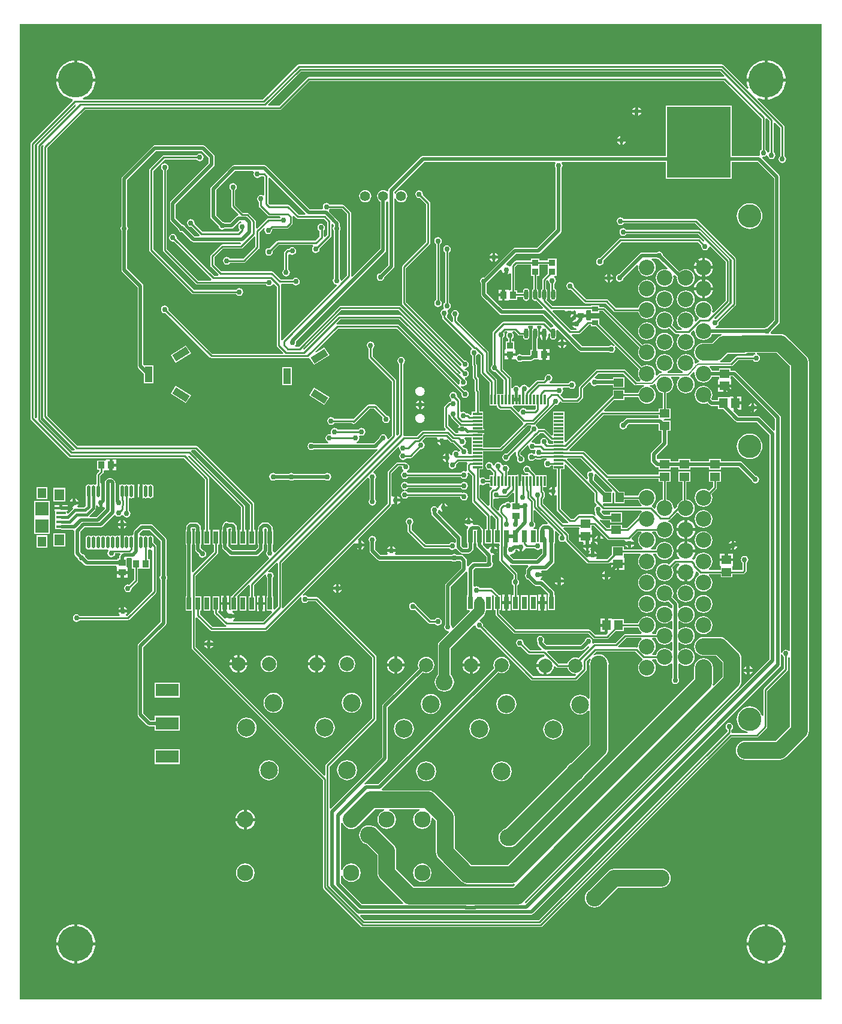
<source format=gbr>
%TF.GenerationSoftware,Altium Limited,Altium Designer,18.1.7 (191)*%
G04 Layer_Physical_Order=2*
G04 Layer_Color=16711680*
%FSLAX26Y26*%
%MOIN*%
%TF.FileFunction,Copper,L2,Bot,Signal*%
%TF.Part,Single*%
G01*
G75*
%TA.AperFunction,SMDPad,CuDef*%
%ADD12R,0.053150X0.045276*%
%ADD13R,0.045276X0.053150*%
%ADD17R,0.025591X0.068898*%
%ADD18R,0.035433X0.039370*%
%ADD21R,0.039370X0.035433*%
%ADD23R,0.035433X0.031496*%
%ADD24R,0.037402X0.033465*%
%ADD25O,0.023622X0.057087*%
%TA.AperFunction,Conductor*%
%ADD40C,0.010000*%
%ADD41C,0.020197*%
%ADD42C,0.092126*%
%ADD43C,0.008000*%
%ADD44C,0.015748*%
%TA.AperFunction,SMDPad,CuDef*%
%ADD47R,0.354331X0.393701*%
%TA.AperFunction,ComponentPad*%
%ADD48R,0.127953X0.070866*%
%ADD49C,0.090551*%
%ADD50C,0.098425*%
%ADD51C,0.078740*%
%ADD52C,0.129921*%
%ADD53C,0.086614*%
G04:AMPARAMS|DCode=54|XSize=90mil|YSize=40mil|CornerRadius=0mil|HoleSize=0mil|Usage=FLASHONLY|Rotation=32.000|XOffset=0mil|YOffset=0mil|HoleType=Round|Shape=Rectangle|*
%AMROTATEDRECTD54*
4,1,4,-0.027564,-0.040807,-0.048761,-0.006885,0.027564,0.040807,0.048761,0.006885,-0.027564,-0.040807,0.0*
%
%ADD54ROTATEDRECTD54*%

G04:AMPARAMS|DCode=55|XSize=90mil|YSize=40mil|CornerRadius=0mil|HoleSize=0mil|Usage=FLASHONLY|Rotation=148.000|XOffset=0mil|YOffset=0mil|HoleType=Round|Shape=Rectangle|*
%AMROTATEDRECTD55*
4,1,4,0.048761,-0.006885,0.027564,-0.040807,-0.048761,0.006885,-0.027564,0.040807,0.048761,-0.006885,0.0*
%
%ADD55ROTATEDRECTD55*%

%ADD56R,0.040000X0.090000*%
%ADD57C,0.055118*%
%TA.AperFunction,ViaPad*%
%ADD58C,0.030000*%
%ADD59C,0.094488*%
%ADD60C,0.196850*%
%TA.AperFunction,SMDPad,CuDef*%
%ADD61O,0.019685X0.064961*%
%ADD62R,0.074803X0.074803*%
%TA.AperFunction,ConnectorPad*%
%ADD63R,0.051181X0.057087*%
%ADD64R,0.055118X0.062992*%
%ADD65R,0.053150X0.015748*%
%TA.AperFunction,SMDPad,CuDef*%
%ADD66R,0.011811X0.053150*%
%ADD67R,0.053150X0.011811*%
%TA.AperFunction,Conductor*%
%ADD68C,0.014000*%
%ADD69C,0.020000*%
%ADD70C,0.015000*%
%ADD71C,0.059055*%
%ADD72C,0.020591*%
G36*
X12160000Y6840000D02*
Y1420000D01*
X7700000Y1420000D01*
X7700000Y6840000D01*
X12160000Y6840000D01*
D02*
G37*
%LPC*%
G36*
X11857874Y6638141D02*
Y6537874D01*
X11958141D01*
X11957422Y6547014D01*
X11953437Y6563609D01*
X11946906Y6579376D01*
X11937989Y6593928D01*
X11926905Y6606905D01*
X11913928Y6617989D01*
X11899376Y6626906D01*
X11883609Y6633437D01*
X11867014Y6637422D01*
X11857874Y6638141D01*
D02*
G37*
G36*
X11842126D02*
X11832986Y6637422D01*
X11816391Y6633437D01*
X11800624Y6626906D01*
X11786072Y6617989D01*
X11773095Y6606905D01*
X11762011Y6593928D01*
X11753094Y6579376D01*
X11746563Y6563609D01*
X11742578Y6547014D01*
X11741859Y6537874D01*
X11842126D01*
Y6638141D01*
D02*
G37*
G36*
X8017874D02*
Y6537874D01*
X8118141D01*
X8117422Y6547014D01*
X8113437Y6563609D01*
X8106906Y6579376D01*
X8097989Y6593928D01*
X8086905Y6606905D01*
X8073928Y6617989D01*
X8059376Y6626906D01*
X8043609Y6633437D01*
X8027014Y6637422D01*
X8017874Y6638141D01*
D02*
G37*
G36*
X8002126D02*
X7992986Y6637422D01*
X7976391Y6633437D01*
X7960624Y6626906D01*
X7946072Y6617989D01*
X7933095Y6606905D01*
X7922011Y6593928D01*
X7913094Y6579376D01*
X7906563Y6563609D01*
X7902578Y6547014D01*
X7901859Y6537874D01*
X8002126D01*
Y6638141D01*
D02*
G37*
G36*
X11958141Y6522126D02*
X11857874D01*
Y6421859D01*
X11867014Y6422578D01*
X11883609Y6426563D01*
X11899376Y6433094D01*
X11913928Y6442011D01*
X11926905Y6453095D01*
X11937989Y6466072D01*
X11946906Y6480624D01*
X11953437Y6496391D01*
X11957422Y6512986D01*
X11958141Y6522126D01*
D02*
G37*
G36*
X11605000Y6616216D02*
X11604999Y6616216D01*
X9250276D01*
X9245984Y6615362D01*
X9242345Y6612931D01*
X9242345Y6612930D01*
X9050630Y6421216D01*
X8051605D01*
X8050014Y6429216D01*
X8059376Y6433094D01*
X8073928Y6442011D01*
X8086905Y6453095D01*
X8097989Y6466072D01*
X8106906Y6480624D01*
X8113437Y6496391D01*
X8117422Y6512986D01*
X8118141Y6522126D01*
X7901859D01*
X7902578Y6512986D01*
X7906563Y6496391D01*
X7913094Y6480624D01*
X7922011Y6466072D01*
X7933095Y6453095D01*
X7946072Y6442011D01*
X7960624Y6433094D01*
X7976391Y6426563D01*
X7990904Y6423078D01*
X7993382Y6417692D01*
X7993641Y6414502D01*
X7762069Y6182931D01*
X7759638Y6179292D01*
X7758784Y6175000D01*
X7758784Y6174999D01*
X7758785Y4650000D01*
X7758784Y4650000D01*
X7759638Y4645708D01*
X7762069Y4642069D01*
X7972069Y4432069D01*
X7975708Y4429638D01*
X7980000Y4428784D01*
X7980001Y4428784D01*
X8610354D01*
X8728784Y4310354D01*
Y4029504D01*
X8721205D01*
Y3948606D01*
X8758795D01*
Y4029504D01*
X8751216D01*
Y4314999D01*
X8751216Y4315000D01*
X8750362Y4319292D01*
X8747931Y4322931D01*
X8635161Y4435700D01*
X8637794Y4444381D01*
X8640444Y4444908D01*
X8928784Y4156568D01*
Y4029504D01*
X8921205D01*
Y3948606D01*
X8958795D01*
Y4029504D01*
X8951216D01*
Y4161213D01*
X8950362Y4165505D01*
X8947931Y4169144D01*
X8947930Y4169144D01*
X8651290Y4465784D01*
X8654325Y4473784D01*
X8675354D01*
X8978784Y4170354D01*
Y4029504D01*
X8971205D01*
Y3948606D01*
X9008795D01*
Y4029504D01*
X9001216D01*
Y4174999D01*
X9001216Y4175000D01*
X9000362Y4179292D01*
X8997931Y4182931D01*
X8687931Y4492931D01*
X8684292Y4495362D01*
X8680000Y4496216D01*
X8679999Y4496216D01*
X8019646D01*
X7851216Y4664646D01*
Y6152928D01*
X8062072Y6363784D01*
X9144999D01*
X9145000Y6363784D01*
X9149292Y6364638D01*
X9152931Y6367069D01*
X9309646Y6523784D01*
X11615354D01*
X11823784Y6315354D01*
Y6142762D01*
X11819860Y6140140D01*
X11815218Y6133194D01*
X11813589Y6125000D01*
X11815218Y6116806D01*
X11816249Y6115264D01*
X11811438Y6108064D01*
X11808737Y6108601D01*
X11806547Y6108166D01*
X11658165D01*
Y6386472D01*
X11291835D01*
Y6108601D01*
X9942188D01*
X9935906Y6107352D01*
X9930581Y6103794D01*
X9753394Y5926606D01*
X9749836Y5921281D01*
X9748586Y5915000D01*
X9740586Y5911504D01*
X9736924Y5914314D01*
X9728761Y5917695D01*
X9720000Y5918849D01*
X9711239Y5917695D01*
X9703076Y5914314D01*
X9696065Y5908935D01*
X9690686Y5901924D01*
X9687305Y5893761D01*
X9686151Y5885000D01*
X9687305Y5876239D01*
X9690686Y5868076D01*
X9696065Y5861065D01*
X9703076Y5855686D01*
X9703586Y5855475D01*
Y5591799D01*
X9548674Y5436887D01*
X9542836Y5439216D01*
X9541117Y5440643D01*
Y5790098D01*
X9541117Y5790099D01*
X9540263Y5794391D01*
X9537832Y5798029D01*
X9537832Y5798029D01*
X9502931Y5832931D01*
X9499292Y5835362D01*
X9495000Y5836216D01*
X9494999Y5836216D01*
X9422763D01*
X9420140Y5840140D01*
X9413194Y5844782D01*
X9405000Y5846411D01*
X9396806Y5844782D01*
X9389860Y5840140D01*
X9385218Y5833194D01*
X9383589Y5825000D01*
X9384918Y5818315D01*
X9380666Y5810315D01*
X9312897D01*
X9071606Y6051606D01*
X9066281Y6055164D01*
X9060000Y6056414D01*
X8890000D01*
X8883719Y6055164D01*
X8878394Y6051606D01*
X8762547Y5935760D01*
X8758989Y5930435D01*
X8757740Y5924153D01*
Y5770847D01*
X8758989Y5764565D01*
X8762547Y5759240D01*
X8804036Y5717752D01*
X8805218Y5711806D01*
X8809860Y5704860D01*
X8816806Y5700218D01*
X8825000Y5698589D01*
X8833194Y5700218D01*
X8838234Y5703586D01*
X8875000D01*
X8881281Y5704836D01*
X8886606Y5708394D01*
X8921799Y5743586D01*
X8930063D01*
X8930851Y5735586D01*
X8926806Y5734782D01*
X8919860Y5730140D01*
X8915218Y5723194D01*
X8913589Y5715000D01*
X8915218Y5706806D01*
X8919860Y5699860D01*
X8920231Y5696092D01*
X8910354Y5686216D01*
X8714646D01*
X8670491Y5730371D01*
X8671411Y5735000D01*
X8669782Y5743194D01*
X8665140Y5750140D01*
X8658194Y5754782D01*
X8650000Y5756411D01*
X8641806Y5754782D01*
X8634860Y5750140D01*
X8630218Y5743194D01*
X8628589Y5735000D01*
X8630218Y5726806D01*
X8634860Y5719860D01*
X8641806Y5715218D01*
X8650000Y5713589D01*
X8654629Y5714509D01*
X8699725Y5669414D01*
X8696411Y5661414D01*
X8671799D01*
X8619860Y5713353D01*
X8619782Y5713745D01*
X8615140Y5720691D01*
X8608194Y5725333D01*
X8601560Y5726652D01*
X8566414Y5761799D01*
Y5838201D01*
X8776606Y6048394D01*
X8780164Y6053719D01*
X8781414Y6060000D01*
Y6105000D01*
X8780164Y6111281D01*
X8776606Y6116606D01*
X8731606Y6161606D01*
X8726281Y6165164D01*
X8720000Y6166414D01*
X8449488D01*
X8443207Y6165164D01*
X8437882Y6161606D01*
X8268394Y5992118D01*
X8264836Y5986793D01*
X8263586Y5980512D01*
Y5718234D01*
X8260218Y5713194D01*
X8258589Y5705000D01*
X8260218Y5696806D01*
X8263586Y5691766D01*
Y5475000D01*
X8264836Y5468719D01*
X8268394Y5463394D01*
X8353586Y5378201D01*
Y4939567D01*
X8354836Y4933286D01*
X8358394Y4927961D01*
X8389000Y4897354D01*
Y4843567D01*
X8441000D01*
Y4945567D01*
X8389000D01*
X8386414Y4952496D01*
Y5385000D01*
X8385164Y5391281D01*
X8381606Y5396606D01*
X8296414Y5481799D01*
Y5691766D01*
X8299782Y5696806D01*
X8301411Y5705000D01*
X8299782Y5713194D01*
X8296414Y5718234D01*
Y5973713D01*
X8456287Y6133586D01*
X8713201D01*
X8748586Y6098201D01*
Y6066799D01*
X8538394Y5856606D01*
X8534836Y5851281D01*
X8533586Y5845000D01*
Y5755000D01*
X8534836Y5748719D01*
X8538394Y5743394D01*
X8579173Y5702615D01*
X8580218Y5697357D01*
X8584860Y5690411D01*
X8591806Y5685770D01*
X8600000Y5684140D01*
X8602208Y5684579D01*
X8653394Y5633394D01*
X8658719Y5629836D01*
X8665000Y5628586D01*
X8924055D01*
X8927413Y5621001D01*
X8923643Y5616216D01*
X8825000D01*
X8820708Y5615362D01*
X8817069Y5612931D01*
X8817069Y5612930D01*
X8762069Y5557931D01*
X8759638Y5554292D01*
X8758784Y5550000D01*
X8758784Y5549999D01*
Y5500001D01*
X8758784Y5500000D01*
X8759638Y5495708D01*
X8762069Y5492069D01*
X8804475Y5449664D01*
X8801161Y5441664D01*
X8778350D01*
X8570491Y5649524D01*
X8571411Y5654153D01*
X8569782Y5662347D01*
X8565140Y5669293D01*
X8558194Y5673935D01*
X8550000Y5675565D01*
X8541806Y5673935D01*
X8534860Y5669293D01*
X8530218Y5662347D01*
X8528589Y5654153D01*
X8530218Y5645960D01*
X8534860Y5639013D01*
X8541806Y5634372D01*
X8550000Y5632742D01*
X8554629Y5633663D01*
X8764628Y5423664D01*
X8762862Y5417399D01*
X8761613Y5415664D01*
X8690197D01*
X8516216Y5589646D01*
Y6027238D01*
X8520140Y6029860D01*
X8524782Y6036806D01*
X8526411Y6045000D01*
X8524782Y6053194D01*
X8520140Y6060140D01*
X8513194Y6064782D01*
X8505000Y6066411D01*
X8496806Y6064782D01*
X8489860Y6060140D01*
X8485218Y6053194D01*
X8483589Y6045000D01*
X8485218Y6036806D01*
X8489860Y6029860D01*
X8493784Y6027238D01*
Y5585001D01*
X8493784Y5585000D01*
X8494638Y5580708D01*
X8497069Y5577069D01*
X8677620Y5396519D01*
X8677621Y5396518D01*
X8681259Y5394087D01*
X8685551Y5393233D01*
X8685552Y5393233D01*
X9067237D01*
X9069860Y5389309D01*
X9076806Y5384667D01*
X9085000Y5383037D01*
X9093194Y5384667D01*
X9100140Y5389309D01*
X9103983Y5395060D01*
X9112614Y5397743D01*
X9128784Y5381573D01*
Y5055001D01*
X9128784Y5055000D01*
X9129638Y5050708D01*
X9132069Y5047069D01*
X9164019Y5015120D01*
X9160958Y5007729D01*
X8768133D01*
X8525491Y5250371D01*
X8526411Y5255000D01*
X8524782Y5263194D01*
X8520140Y5270140D01*
X8513194Y5274782D01*
X8505000Y5276411D01*
X8496806Y5274782D01*
X8489860Y5270140D01*
X8485218Y5263194D01*
X8483589Y5255000D01*
X8485218Y5246806D01*
X8489860Y5239860D01*
X8496806Y5235218D01*
X8505000Y5233589D01*
X8509629Y5234509D01*
X8755556Y4988583D01*
X8755556Y4988582D01*
X8759195Y4986151D01*
X8763487Y4985297D01*
X9300133D01*
X9300133Y4985297D01*
X9304425Y4986151D01*
X9312534Y4981969D01*
X9334465Y4946872D01*
X9420966Y5000923D01*
X9393411Y5045022D01*
X9346317Y5015595D01*
X9341337Y5021855D01*
X9468266Y5148784D01*
X9795354D01*
X10154509Y4789630D01*
X10153589Y4785000D01*
X10155218Y4776806D01*
X10159860Y4769860D01*
X10166806Y4765218D01*
X10175000Y4763589D01*
X10183194Y4765218D01*
X10190140Y4769860D01*
X10194782Y4776806D01*
X10196411Y4785000D01*
X10194782Y4793194D01*
X10190140Y4800140D01*
X10183194Y4804782D01*
X10175000Y4806411D01*
X10170371Y4805491D01*
X10152159Y4823702D01*
X10156806Y4830218D01*
X10165000Y4828589D01*
X10173194Y4830218D01*
X10180140Y4834860D01*
X10184782Y4841806D01*
X10186411Y4850000D01*
X10184782Y4858194D01*
X10180140Y4865140D01*
X10174412Y4868967D01*
X10174659Y4872183D01*
X10175635Y4875958D01*
X10175973Y4876814D01*
X10183194Y4878250D01*
X10190140Y4882891D01*
X10194782Y4889838D01*
X10196411Y4898032D01*
X10194782Y4906225D01*
X10190140Y4913172D01*
X10183194Y4917813D01*
X10175000Y4919443D01*
X10174454Y4919334D01*
X10173404Y4920749D01*
X10173928Y4923321D01*
X10177222Y4929031D01*
X10183194Y4930218D01*
X10190140Y4934860D01*
X10194782Y4941806D01*
X10196411Y4950000D01*
X10194782Y4958194D01*
X10190140Y4965140D01*
X10183194Y4969782D01*
X10175000Y4971411D01*
X10170371Y4970491D01*
X9846216Y5294646D01*
Y5485354D01*
X9977930Y5617069D01*
X9977931Y5617069D01*
X9980362Y5620708D01*
X9981216Y5625000D01*
Y5844999D01*
X9981216Y5845000D01*
X9980362Y5849292D01*
X9977931Y5852931D01*
X9977930Y5852931D01*
X9940491Y5890371D01*
X9941411Y5895000D01*
X9939782Y5903194D01*
X9935140Y5910140D01*
X9928194Y5914782D01*
X9920000Y5916411D01*
X9911806Y5914782D01*
X9904860Y5910140D01*
X9900218Y5903194D01*
X9898589Y5895000D01*
X9900218Y5886806D01*
X9904860Y5879860D01*
X9911806Y5875218D01*
X9920000Y5873589D01*
X9924629Y5874509D01*
X9958784Y5840354D01*
Y5629646D01*
X9827069Y5497931D01*
X9824638Y5494292D01*
X9823784Y5490000D01*
X9823784Y5489999D01*
Y5290001D01*
X9823784Y5290000D01*
X9824638Y5285708D01*
X9827069Y5282069D01*
X10154509Y4954630D01*
X10153589Y4950000D01*
X10154428Y4945778D01*
X10147056Y4941837D01*
X9817629Y5271264D01*
X9813990Y5273695D01*
X9809698Y5274549D01*
X9809698Y5274549D01*
X9483334D01*
X9483333Y5274549D01*
X9479041Y5273695D01*
X9475403Y5271264D01*
X9250354Y5046216D01*
X9231603D01*
X9229176Y5054216D01*
X9230140Y5054860D01*
X9234782Y5061806D01*
X9236411Y5070000D01*
X9235051Y5076839D01*
X9731606Y5573394D01*
X9735164Y5578719D01*
X9736414Y5585000D01*
Y5852044D01*
X9740715Y5854863D01*
X9748586Y5850763D01*
Y5501799D01*
X9702752Y5455964D01*
X9696806Y5454782D01*
X9689860Y5450140D01*
X9685218Y5443194D01*
X9683589Y5435000D01*
X9685218Y5426806D01*
X9689860Y5419860D01*
X9696806Y5415218D01*
X9705000Y5413589D01*
X9713194Y5415218D01*
X9720140Y5419860D01*
X9724782Y5426806D01*
X9725964Y5432752D01*
X9776606Y5483394D01*
X9780164Y5488719D01*
X9781414Y5495000D01*
Y5869556D01*
X9789414Y5871148D01*
X9790686Y5868076D01*
X9796065Y5861065D01*
X9803076Y5855686D01*
X9811239Y5852305D01*
X9820000Y5851151D01*
X9828761Y5852305D01*
X9836924Y5855686D01*
X9843935Y5861065D01*
X9849314Y5868076D01*
X9852695Y5876239D01*
X9853849Y5885000D01*
X9852695Y5893761D01*
X9849314Y5901924D01*
X9843935Y5908935D01*
X9836924Y5914314D01*
X9828761Y5917695D01*
X9820000Y5918849D01*
X9811239Y5917695D01*
X9803076Y5914314D01*
X9796065Y5908935D01*
X9790686Y5901924D01*
X9789414Y5898852D01*
X9781414Y5900444D01*
Y5908201D01*
X9948986Y6075774D01*
X10676113D01*
X10676574Y6075267D01*
X10679656Y6067774D01*
X10676596Y6063194D01*
X10674967Y6055000D01*
X10676596Y6046806D01*
X10679964Y6041766D01*
Y5700421D01*
X10575957Y5596414D01*
X10452362D01*
X10446081Y5595164D01*
X10440756Y5591606D01*
X10281716Y5432566D01*
X10280000Y5432907D01*
X10271806Y5431278D01*
X10264860Y5426636D01*
X10260218Y5419690D01*
X10258589Y5411496D01*
X10260218Y5403302D01*
X10263586Y5398262D01*
Y5339134D01*
X10264836Y5332852D01*
X10268394Y5327528D01*
X10367528Y5228394D01*
X10372853Y5224836D01*
X10379134Y5223586D01*
X10608201D01*
X10666370Y5165417D01*
X10665834Y5162360D01*
X10663219Y5157255D01*
X10658050Y5156226D01*
X10652159Y5152290D01*
X10651366Y5152212D01*
X10620647Y5182931D01*
X10617008Y5185362D01*
X10612717Y5186216D01*
X10612716Y5186216D01*
X10390001D01*
X10390000Y5186216D01*
X10385708Y5185362D01*
X10382069Y5182931D01*
X10382069Y5182930D01*
X10332069Y5132931D01*
X10329638Y5129292D01*
X10328784Y5125000D01*
X10328784Y5124999D01*
Y4947369D01*
X10324860Y4944746D01*
X10320218Y4937800D01*
X10318589Y4929606D01*
X10320218Y4921413D01*
X10324860Y4914466D01*
X10331806Y4909825D01*
X10340000Y4908195D01*
X10344629Y4909116D01*
X10389887Y4863858D01*
Y4785884D01*
X10353263D01*
Y4862952D01*
X10353263Y4862953D01*
X10352409Y4867245D01*
X10349978Y4870883D01*
X10349978Y4870884D01*
X10306216Y4914646D01*
Y5016141D01*
X10306216Y5016142D01*
X10305362Y5020434D01*
X10302931Y5024072D01*
X10302930Y5024073D01*
X10131216Y5195787D01*
Y5212238D01*
X10135140Y5214860D01*
X10139782Y5221806D01*
X10141411Y5230000D01*
X10139782Y5238194D01*
X10135140Y5245140D01*
X10128194Y5249782D01*
X10120000Y5251411D01*
X10111806Y5249782D01*
X10104860Y5245140D01*
X10100218Y5238194D01*
X10098589Y5230000D01*
X10100218Y5221806D01*
X10104860Y5214860D01*
X10108784Y5212238D01*
Y5191142D01*
X10108784Y5191142D01*
X10101685Y5186051D01*
X10100076Y5185785D01*
X10075339Y5210522D01*
X10075140Y5219860D01*
X10079782Y5226806D01*
X10081411Y5235000D01*
X10079782Y5243194D01*
X10077901Y5246009D01*
X10081383Y5254858D01*
X10083194Y5255218D01*
X10090140Y5259860D01*
X10094782Y5266806D01*
X10096411Y5275000D01*
X10094782Y5283194D01*
X10090140Y5290140D01*
X10086216Y5292762D01*
Y5572238D01*
X10090140Y5574860D01*
X10094782Y5581806D01*
X10096411Y5590000D01*
X10094782Y5598194D01*
X10090140Y5605140D01*
X10083194Y5609782D01*
X10075000Y5611411D01*
X10066806Y5609782D01*
X10059860Y5605140D01*
X10055218Y5598194D01*
X10053589Y5590000D01*
X10055218Y5581806D01*
X10059860Y5574860D01*
X10063784Y5572238D01*
Y5292762D01*
X10059860Y5290140D01*
X10055218Y5283194D01*
X10053589Y5275000D01*
X10055218Y5266806D01*
X10057099Y5263991D01*
X10053617Y5255142D01*
X10051806Y5254782D01*
X10044860Y5250140D01*
X10040218Y5243194D01*
X10038589Y5235000D01*
X10040218Y5226806D01*
X10044860Y5219860D01*
X10048784Y5217238D01*
Y5210001D01*
X10048784Y5210000D01*
X10049638Y5205708D01*
X10052069Y5202069D01*
X10212648Y5041490D01*
X10211553Y5031272D01*
X10209860Y5030140D01*
X10205218Y5023194D01*
X10203589Y5015000D01*
X10205218Y5006806D01*
X10209860Y4999860D01*
X10213784Y4997238D01*
Y4949646D01*
X10213784Y4949645D01*
X10214638Y4945353D01*
X10214638Y4945353D01*
X10217069Y4941714D01*
X10217070Y4941714D01*
X10218784Y4939999D01*
Y4878387D01*
X10218784Y4878387D01*
X10219638Y4874095D01*
X10222069Y4870456D01*
X10228784Y4863741D01*
Y4805001D01*
X10228784Y4805000D01*
X10229638Y4800708D01*
X10232069Y4797069D01*
X10232406Y4796732D01*
Y4686474D01*
X10211047D01*
Y4670239D01*
X10203047Y4667814D01*
X10197931Y4672931D01*
X10194292Y4675362D01*
X10190000Y4676216D01*
X10189999Y4676216D01*
X10182763D01*
X10180140Y4680140D01*
X10173194Y4684782D01*
X10165000Y4686411D01*
X10156806Y4684782D01*
X10155216Y4683719D01*
X10147216Y4687995D01*
Y4748999D01*
X10147216Y4749000D01*
X10146362Y4753292D01*
X10143931Y4756931D01*
X10143930Y4756931D01*
X10130491Y4770371D01*
X10131411Y4775000D01*
X10129782Y4783194D01*
X10125140Y4790140D01*
X10118194Y4794782D01*
X10110000Y4796411D01*
X10101806Y4794782D01*
X10094860Y4790140D01*
X10090218Y4783194D01*
X10088589Y4775000D01*
X10090218Y4766806D01*
X10094860Y4759860D01*
X10099223Y4756945D01*
X10099385Y4756494D01*
Y4748506D01*
X10099223Y4748055D01*
X10094860Y4745140D01*
X10092237Y4741216D01*
X10090001D01*
X10090000Y4741216D01*
X10085708Y4740362D01*
X10082069Y4737931D01*
X10082069Y4737930D01*
X10062069Y4717931D01*
X10059638Y4714292D01*
X10058784Y4710000D01*
X10058784Y4709999D01*
Y4605001D01*
X10058784Y4605000D01*
X10059638Y4600708D01*
X10062069Y4597069D01*
X10069532Y4589607D01*
X10066471Y4582216D01*
X9942250D01*
X9937958Y4581362D01*
X9934319Y4578931D01*
X9934319Y4578930D01*
X9906604Y4551216D01*
X9837317D01*
X9837290Y4551227D01*
X9832363Y4556239D01*
X9831220Y4558417D01*
X9831216Y4558620D01*
Y4952238D01*
X9835140Y4954860D01*
X9839782Y4961806D01*
X9841411Y4970000D01*
X9839782Y4978194D01*
X9835140Y4985140D01*
X9828194Y4989782D01*
X9820000Y4991411D01*
X9811806Y4989782D01*
X9804860Y4985140D01*
X9800218Y4978194D01*
X9798589Y4970000D01*
X9800218Y4961806D01*
X9804860Y4954860D01*
X9808784Y4952238D01*
Y4563071D01*
X9799216Y4553502D01*
X9791216Y4556816D01*
Y4859999D01*
X9791216Y4860000D01*
X9790362Y4864292D01*
X9787931Y4867931D01*
X9787930Y4867931D01*
X9661216Y4994646D01*
Y5037238D01*
X9665140Y5039860D01*
X9669782Y5046806D01*
X9671411Y5055000D01*
X9669782Y5063194D01*
X9665140Y5070140D01*
X9658194Y5074782D01*
X9650000Y5076411D01*
X9641806Y5074782D01*
X9634860Y5070140D01*
X9630218Y5063194D01*
X9628589Y5055000D01*
X9630218Y5046806D01*
X9634860Y5039860D01*
X9638784Y5037238D01*
Y4990001D01*
X9638784Y4990000D01*
X9639638Y4985708D01*
X9642069Y4982069D01*
X9768784Y4855354D01*
Y4554646D01*
X9748433Y4534294D01*
X9741060Y4538235D01*
X9741411Y4540000D01*
X9739782Y4548194D01*
X9735140Y4555140D01*
X9728194Y4559782D01*
X9720000Y4561411D01*
X9711806Y4559782D01*
X9704860Y4555140D01*
X9700218Y4548194D01*
X9699036Y4542248D01*
X9667689Y4510902D01*
X9572449D01*
X9571820Y4511436D01*
X9574051Y4520036D01*
X9574968Y4520218D01*
X9581914Y4524860D01*
X9586555Y4531806D01*
X9588185Y4540000D01*
X9586555Y4548194D01*
X9586320Y4548546D01*
X9589188Y4552953D01*
X9591609Y4555030D01*
X9598856Y4553589D01*
X9607050Y4555218D01*
X9613996Y4559860D01*
X9618638Y4566806D01*
X9620268Y4575000D01*
X9618638Y4583194D01*
X9613996Y4590140D01*
X9607050Y4594782D01*
X9598856Y4596411D01*
X9590663Y4594782D01*
X9583716Y4590140D01*
X9581094Y4586216D01*
X9467763D01*
X9465140Y4590140D01*
X9458194Y4594782D01*
X9450000Y4596411D01*
X9441806Y4594782D01*
X9434860Y4590140D01*
X9430218Y4583194D01*
X9428589Y4575000D01*
X9430101Y4567396D01*
X9428406Y4564661D01*
X9424846Y4560448D01*
X9420000Y4561411D01*
X9411806Y4559782D01*
X9404860Y4555140D01*
X9400218Y4548194D01*
X9398589Y4540000D01*
X9400218Y4531806D01*
X9404860Y4524860D01*
X9411806Y4520218D01*
X9412722Y4520036D01*
X9414953Y4511436D01*
X9414325Y4510902D01*
X9333234D01*
X9328194Y4514270D01*
X9320000Y4515900D01*
X9311806Y4514270D01*
X9304860Y4509628D01*
X9300218Y4502682D01*
X9298589Y4494488D01*
X9300218Y4486294D01*
X9304860Y4479348D01*
X9311806Y4474707D01*
X9320000Y4473077D01*
X9328194Y4474707D01*
X9333234Y4478074D01*
X9674488D01*
X9680770Y4479324D01*
X9684927Y4482102D01*
X9690027Y4475888D01*
X9118667Y3904529D01*
X9109987Y3907162D01*
X9109782Y3908194D01*
X9106414Y3913234D01*
Y3948606D01*
X9108795D01*
Y4029504D01*
X9106414D01*
Y4040157D01*
X9105164Y4046439D01*
X9101606Y4051764D01*
X9086764Y4066606D01*
X9081439Y4070164D01*
X9075157Y4071414D01*
X9055000D01*
X9048719Y4070164D01*
X9043394Y4066606D01*
X9028394Y4051606D01*
X9024836Y4046281D01*
X9023586Y4040000D01*
Y4029504D01*
X9021205D01*
Y3948606D01*
X9023586D01*
Y3931799D01*
X9008201Y3916414D01*
X8881799D01*
X8857606Y3940606D01*
X8858795Y3948606D01*
X8858795D01*
Y4029504D01*
X8858795Y4029504D01*
X8860535Y4036783D01*
X8863234Y4038586D01*
X8873201D01*
X8873586Y4038201D01*
Y4029504D01*
X8871205D01*
Y3948606D01*
X8908795D01*
Y4029504D01*
X8906414D01*
Y4045000D01*
X8905164Y4051281D01*
X8901606Y4056606D01*
X8891606Y4066606D01*
X8886281Y4070164D01*
X8880000Y4071414D01*
X8863234D01*
X8858194Y4074782D01*
X8850000Y4076411D01*
X8841806Y4074782D01*
X8834860Y4070140D01*
X8830218Y4063194D01*
X8829036Y4057248D01*
X8828394Y4056606D01*
X8824836Y4051281D01*
X8823586Y4045000D01*
Y4029504D01*
X8821205D01*
Y3948606D01*
X8823586D01*
Y3935000D01*
X8824836Y3928719D01*
X8828394Y3923394D01*
X8863394Y3888394D01*
X8868719Y3884836D01*
X8875000Y3883586D01*
X9015000D01*
X9021281Y3884836D01*
X9026606Y3888394D01*
X9051606Y3913394D01*
X9055164Y3918719D01*
X9056414Y3925000D01*
Y3948606D01*
X9058795D01*
Y4029504D01*
X9058795D01*
X9060154Y4036941D01*
X9061799Y4038586D01*
X9068359D01*
X9069958Y4036987D01*
X9071205Y4029504D01*
X9071205D01*
Y3948606D01*
X9073586D01*
Y3913234D01*
X9070218Y3908194D01*
X9068589Y3900000D01*
X9070218Y3891806D01*
X9074860Y3884860D01*
X9081806Y3880218D01*
X9082838Y3880013D01*
X9085471Y3871333D01*
X8882069Y3667931D01*
X8879638Y3664292D01*
X8879062Y3661394D01*
X8871205D01*
Y3585308D01*
X8870795Y3585053D01*
X8863313Y3589208D01*
X8862795Y3590137D01*
Y3613071D01*
X8847874D01*
Y3576496D01*
X8850256D01*
X8852683Y3568496D01*
X8851976Y3568024D01*
X8846451Y3559755D01*
X8846076Y3557874D01*
X8893924D01*
X8893549Y3559755D01*
X8888024Y3568024D01*
X8881331Y3572496D01*
X8882717Y3580496D01*
X8908795D01*
Y3661394D01*
X8908795Y3661394D01*
X8908796D01*
X8913215Y3667354D01*
X8970784Y3724923D01*
X8978784Y3721610D01*
Y3661394D01*
X8971205D01*
Y3580496D01*
X9008795D01*
Y3661394D01*
X9001216D01*
Y3723780D01*
X9062738Y3785302D01*
X9069790Y3781040D01*
X9068589Y3775000D01*
X9070218Y3766806D01*
X9073586Y3761766D01*
Y3661394D01*
X9071205D01*
Y3580496D01*
X9098321D01*
X9101635Y3572496D01*
X9050354Y3521215D01*
X8886319D01*
X8883893Y3529215D01*
X8888024Y3531976D01*
X8893549Y3540245D01*
X8893924Y3542126D01*
X8846076D01*
X8846451Y3540245D01*
X8846596Y3540028D01*
X8840382Y3534928D01*
X8802814Y3572496D01*
X8805075Y3580496D01*
X8808795D01*
Y3661394D01*
X8771205D01*
Y3580496D01*
X8778784D01*
Y3569449D01*
X8778784Y3569449D01*
X8779638Y3565157D01*
X8782069Y3561518D01*
X8841518Y3502070D01*
X8841518Y3502069D01*
X8845157Y3499638D01*
X8847282Y3499215D01*
X8846494Y3491215D01*
X8769646D01*
X8701216Y3559646D01*
Y3580496D01*
X8708795D01*
Y3661394D01*
X8676216D01*
Y3775354D01*
X8797931Y3897069D01*
X8800362Y3900708D01*
X8801216Y3905000D01*
X8801216Y3905001D01*
Y3948606D01*
X8808795D01*
Y4029504D01*
X8771205D01*
Y3948606D01*
X8778784D01*
Y3909646D01*
X8664414Y3795275D01*
X8656414Y3798589D01*
Y3948606D01*
X8658795D01*
Y4029504D01*
X8656414D01*
Y4038201D01*
X8656799Y4038586D01*
X8673201D01*
X8673586Y4038201D01*
Y4029504D01*
X8671205D01*
Y3948606D01*
X8673586D01*
Y3921181D01*
X8674836Y3914900D01*
X8678394Y3909575D01*
X8694036Y3893933D01*
X8695218Y3887987D01*
X8699860Y3881041D01*
X8706806Y3876399D01*
X8715000Y3874770D01*
X8723194Y3876399D01*
X8730140Y3881041D01*
X8734782Y3887987D01*
X8736411Y3896181D01*
X8734782Y3904375D01*
X8730140Y3911321D01*
X8723194Y3915963D01*
X8717248Y3917145D01*
X8706414Y3927980D01*
Y3948606D01*
X8708795D01*
Y4029504D01*
X8706414D01*
Y4045000D01*
X8705164Y4051281D01*
X8701606Y4056606D01*
X8691606Y4066606D01*
X8686281Y4070164D01*
X8680000Y4071414D01*
X8650000D01*
X8643719Y4070164D01*
X8638394Y4066606D01*
X8628394Y4056606D01*
X8624836Y4051281D01*
X8623586Y4045000D01*
Y4029504D01*
X8621205D01*
Y3948606D01*
X8623586D01*
Y3661394D01*
X8621205D01*
Y3580496D01*
X8653784D01*
Y3375001D01*
X8653784Y3375000D01*
X8654638Y3370708D01*
X8657069Y3367069D01*
X9383784Y2640354D01*
Y2043787D01*
X9383784Y2043787D01*
X9384638Y2039495D01*
X9387069Y2035856D01*
X9595856Y1827070D01*
X9595856Y1827069D01*
X9599495Y1824638D01*
X9603787Y1823784D01*
X10596213D01*
X10596213Y1823784D01*
X10600505Y1824638D01*
X10604144Y1827069D01*
X11655107Y2878033D01*
X11797229D01*
X11797230Y2878033D01*
X11801522Y2878886D01*
X11805161Y2881318D01*
X11852930Y2929087D01*
X11852931Y2929088D01*
X11855362Y2932726D01*
X11856216Y2937018D01*
X11856216Y2937019D01*
Y3135354D01*
X11967930Y3247069D01*
X11967931Y3247069D01*
X11970362Y3250708D01*
X11971216Y3255000D01*
X11971216Y3255001D01*
Y3320538D01*
X11974488Y3323561D01*
X11977794Y3322860D01*
X11982488Y3319139D01*
Y2936751D01*
X11903249Y2857512D01*
X11744049D01*
X11735000Y2858704D01*
X11721101Y2856874D01*
X11708148Y2851509D01*
X11697026Y2842974D01*
X11688491Y2831852D01*
X11683126Y2818899D01*
X11681297Y2805000D01*
X11683126Y2791101D01*
X11688491Y2778148D01*
X11697026Y2767026D01*
X11708148Y2758491D01*
X11721101Y2753126D01*
X11735000Y2751296D01*
X11744049Y2752488D01*
X11925000D01*
X11938591Y2754277D01*
X11951256Y2759523D01*
X11962132Y2767868D01*
X12072132Y2877868D01*
X12080477Y2888744D01*
X12085723Y2901409D01*
X12087512Y2915000D01*
Y4960000D01*
X12085723Y4973591D01*
X12080477Y4986256D01*
X12072132Y4997132D01*
X11966069Y5103195D01*
X11955193Y5111540D01*
X11942528Y5116786D01*
X11928937Y5118575D01*
X11878903D01*
X11874627Y5126575D01*
X11874782Y5126806D01*
X11875343Y5129631D01*
X11921606Y5175894D01*
X11925164Y5181219D01*
X11926414Y5187500D01*
Y5990925D01*
X11925164Y5997206D01*
X11921606Y6002531D01*
X11827142Y6096995D01*
X11831083Y6104368D01*
X11835000Y6103589D01*
X11843194Y6105218D01*
X11850140Y6109860D01*
X11851037Y6111202D01*
X11859076Y6108833D01*
X11860218Y6103088D01*
X11864860Y6096142D01*
X11871806Y6091500D01*
X11880000Y6089871D01*
X11888194Y6091500D01*
X11895140Y6096142D01*
X11899782Y6103088D01*
X11901411Y6111282D01*
X11899782Y6119476D01*
X11895140Y6126422D01*
X11891216Y6129044D01*
Y6292471D01*
X11898607Y6295532D01*
X11928784Y6265354D01*
Y6107762D01*
X11924860Y6105140D01*
X11920218Y6098194D01*
X11918589Y6090000D01*
X11920218Y6081806D01*
X11924860Y6074860D01*
X11931806Y6070218D01*
X11940000Y6068589D01*
X11948194Y6070218D01*
X11955140Y6074860D01*
X11959782Y6081806D01*
X11961411Y6090000D01*
X11959782Y6098194D01*
X11955140Y6105140D01*
X11951216Y6107762D01*
Y6270000D01*
X11950362Y6274292D01*
X11947931Y6277931D01*
X11947930Y6277931D01*
X11801994Y6423867D01*
X11806526Y6430649D01*
X11816391Y6426563D01*
X11832986Y6422578D01*
X11842126Y6421859D01*
Y6522126D01*
X11741859D01*
X11742578Y6512986D01*
X11746563Y6496391D01*
X11750649Y6486526D01*
X11743867Y6481994D01*
X11612931Y6612931D01*
X11609292Y6615362D01*
X11605000Y6616216D01*
D02*
G37*
G36*
X11137874Y6378924D02*
Y6362874D01*
X11153924D01*
X11153549Y6364755D01*
X11148024Y6373024D01*
X11139754Y6378550D01*
X11137874Y6378924D01*
D02*
G37*
G36*
X11122126D02*
X11120246Y6378550D01*
X11111976Y6373024D01*
X11106451Y6364755D01*
X11106076Y6362874D01*
X11122126D01*
Y6378924D01*
D02*
G37*
G36*
X11153924Y6347126D02*
X11137874D01*
Y6331076D01*
X11139754Y6331450D01*
X11148024Y6336976D01*
X11153549Y6345245D01*
X11153924Y6347126D01*
D02*
G37*
G36*
X11122126D02*
X11106076D01*
X11106451Y6345245D01*
X11111976Y6336976D01*
X11120246Y6331450D01*
X11122126Y6331076D01*
Y6347126D01*
D02*
G37*
G36*
X11052874Y6218924D02*
Y6202874D01*
X11068924D01*
X11068549Y6204755D01*
X11063024Y6213024D01*
X11054754Y6218550D01*
X11052874Y6218924D01*
D02*
G37*
G36*
X11037126D02*
X11035246Y6218550D01*
X11026976Y6213024D01*
X11021451Y6204755D01*
X11021076Y6202874D01*
X11037126D01*
Y6218924D01*
D02*
G37*
G36*
X11068924Y6187126D02*
X11052874D01*
Y6171076D01*
X11054754Y6171450D01*
X11063024Y6176976D01*
X11068549Y6185245D01*
X11068924Y6187126D01*
D02*
G37*
G36*
X11037126D02*
X11021076D01*
X11021451Y6185245D01*
X11026976Y6176976D01*
X11035246Y6171450D01*
X11037126Y6171076D01*
Y6187126D01*
D02*
G37*
G36*
X8700000Y6121411D02*
X8691806Y6119782D01*
X8684860Y6115140D01*
X8682237Y6111216D01*
X8500000D01*
X8495708Y6110362D01*
X8492069Y6107931D01*
X8492069Y6107930D01*
X8422069Y6037931D01*
X8419638Y6034292D01*
X8418784Y6030000D01*
X8418784Y6029999D01*
Y5585001D01*
X8418784Y5585000D01*
X8419638Y5580708D01*
X8422069Y5577069D01*
X8654963Y5344176D01*
X8654963Y5344176D01*
X8658602Y5341744D01*
X8662894Y5340891D01*
X8902237D01*
X8904860Y5336966D01*
X8911806Y5332325D01*
X8920000Y5330695D01*
X8928194Y5332325D01*
X8935140Y5336966D01*
X8939782Y5343913D01*
X8941411Y5352106D01*
X8939782Y5360300D01*
X8935140Y5367246D01*
X8928194Y5371888D01*
X8920000Y5373518D01*
X8911806Y5371888D01*
X8904860Y5367246D01*
X8902237Y5363322D01*
X8667539D01*
X8441216Y5589646D01*
Y6025354D01*
X8504646Y6088784D01*
X8682237D01*
X8684860Y6084860D01*
X8691806Y6080218D01*
X8700000Y6078589D01*
X8708194Y6080218D01*
X8715140Y6084860D01*
X8719782Y6091806D01*
X8721411Y6100000D01*
X8719782Y6108194D01*
X8715140Y6115140D01*
X8708194Y6119782D01*
X8700000Y6121411D01*
D02*
G37*
G36*
X9620000Y5918849D02*
X9611239Y5917695D01*
X9603076Y5914314D01*
X9596065Y5908935D01*
X9590686Y5901924D01*
X9587305Y5893761D01*
X9586151Y5885000D01*
X9587305Y5876239D01*
X9590686Y5868076D01*
X9596065Y5861065D01*
X9603076Y5855686D01*
X9611239Y5852305D01*
X9620000Y5851151D01*
X9628761Y5852305D01*
X9636924Y5855686D01*
X9643935Y5861065D01*
X9649314Y5868076D01*
X9652695Y5876239D01*
X9653849Y5885000D01*
X9652695Y5893761D01*
X9649314Y5901924D01*
X9643935Y5908935D01*
X9636924Y5914314D01*
X9628761Y5917695D01*
X9620000Y5918849D01*
D02*
G37*
G36*
X10342874Y5568924D02*
Y5552874D01*
X10358924D01*
X10358549Y5554755D01*
X10353024Y5563024D01*
X10344754Y5568550D01*
X10342874Y5568924D01*
D02*
G37*
G36*
X10327126D02*
X10325246Y5568550D01*
X10316976Y5563024D01*
X10311451Y5554755D01*
X10311076Y5552874D01*
X10327126D01*
Y5568924D01*
D02*
G37*
G36*
X10358924Y5537126D02*
X10342874D01*
Y5521076D01*
X10344754Y5521450D01*
X10353024Y5526976D01*
X10358549Y5535245D01*
X10358924Y5537126D01*
D02*
G37*
G36*
X10327126D02*
X10311076D01*
X10311451Y5535245D01*
X10316976Y5526976D01*
X10325246Y5521450D01*
X10327126Y5521076D01*
Y5537126D01*
D02*
G37*
G36*
X10025000Y5656411D02*
X10016806Y5654782D01*
X10009860Y5650140D01*
X10005218Y5643194D01*
X10003589Y5635000D01*
X10005218Y5626806D01*
X10009860Y5619860D01*
X10013784Y5617238D01*
Y5307762D01*
X10009860Y5305140D01*
X10005218Y5298194D01*
X10003589Y5290000D01*
X10005218Y5281806D01*
X10009860Y5274860D01*
X10016806Y5270218D01*
X10025000Y5268589D01*
X10033194Y5270218D01*
X10040140Y5274860D01*
X10044782Y5281806D01*
X10046411Y5290000D01*
X10044782Y5298194D01*
X10040140Y5305140D01*
X10036216Y5307762D01*
Y5617238D01*
X10040140Y5619860D01*
X10044782Y5626806D01*
X10046411Y5635000D01*
X10044782Y5643194D01*
X10040140Y5650140D01*
X10033194Y5654782D01*
X10025000Y5656411D01*
D02*
G37*
G36*
X8623411Y5055455D02*
X8536910Y5001403D01*
X8564465Y4957305D01*
X8650966Y5011356D01*
X8623411Y5055455D01*
D02*
G37*
G36*
X9211000Y4935134D02*
X9159000D01*
Y4833134D01*
X9211000D01*
Y4935134D01*
D02*
G37*
G36*
X9925000Y4825907D02*
X9918295Y4825024D01*
X9912047Y4822436D01*
X9906681Y4818319D01*
X9902564Y4812953D01*
X9899976Y4806705D01*
X9899093Y4800000D01*
X9899976Y4793295D01*
X9902564Y4787047D01*
X9906681Y4781681D01*
X9912047Y4777564D01*
X9918295Y4774976D01*
X9925000Y4774093D01*
X9931705Y4774976D01*
X9937953Y4777564D01*
X9943319Y4781681D01*
X9947436Y4787047D01*
X9950024Y4793295D01*
X9950907Y4800000D01*
X9950024Y4806705D01*
X9947436Y4812953D01*
X9943319Y4818319D01*
X9937953Y4822436D01*
X9931705Y4825024D01*
X9925000Y4825907D01*
D02*
G37*
G36*
X8564465Y4831829D02*
X8536910Y4787731D01*
X8623411Y4733679D01*
X8650966Y4777777D01*
X8564465Y4831829D01*
D02*
G37*
G36*
X9932874Y4748924D02*
Y4732874D01*
X9948924D01*
X9948549Y4734755D01*
X9943024Y4743024D01*
X9934754Y4748550D01*
X9932874Y4748924D01*
D02*
G37*
G36*
X9917126D02*
X9915246Y4748550D01*
X9906976Y4743024D01*
X9901451Y4734755D01*
X9901076Y4732874D01*
X9917126D01*
Y4748924D01*
D02*
G37*
G36*
X9673787Y4726216D02*
X9673786Y4726216D01*
X9640001D01*
X9640000Y4726216D01*
X9635708Y4725362D01*
X9632069Y4722931D01*
X9632069Y4722930D01*
X9554417Y4645278D01*
X9554292Y4645362D01*
X9550000Y4646216D01*
X9549999Y4646216D01*
X9447763D01*
X9445140Y4650140D01*
X9438194Y4654782D01*
X9430000Y4656411D01*
X9421806Y4654782D01*
X9414860Y4650140D01*
X9410218Y4643194D01*
X9408589Y4635000D01*
X9410218Y4626806D01*
X9414860Y4619860D01*
X9421806Y4615218D01*
X9430000Y4613589D01*
X9438194Y4615218D01*
X9445140Y4619860D01*
X9447763Y4623784D01*
X9545354D01*
X9547069Y4622070D01*
X9547069Y4622069D01*
X9550708Y4619638D01*
X9555000Y4618784D01*
X9559292Y4619638D01*
X9562931Y4622069D01*
X9644646Y4703784D01*
X9669141D01*
X9717970Y4654955D01*
X9716793Y4653194D01*
X9715163Y4645000D01*
X9716793Y4636806D01*
X9721435Y4629860D01*
X9728381Y4625218D01*
X9736575Y4623589D01*
X9744769Y4625218D01*
X9751715Y4629860D01*
X9756356Y4636806D01*
X9757986Y4645000D01*
X9756356Y4653194D01*
X9751715Y4660140D01*
X9744769Y4664782D01*
X9738649Y4665999D01*
X9681717Y4722931D01*
X9678079Y4725362D01*
X9673787Y4726216D01*
D02*
G37*
G36*
X9334465Y4821396D02*
X9306910Y4777297D01*
X9393411Y4723246D01*
X9420966Y4767344D01*
X9334465Y4821396D01*
D02*
G37*
G36*
X9948924Y4717126D02*
X9932874D01*
Y4701076D01*
X9934754Y4701450D01*
X9943024Y4706976D01*
X9948549Y4715245D01*
X9948924Y4717126D01*
D02*
G37*
G36*
X9917126D02*
X9901076D01*
X9901451Y4715245D01*
X9906976Y4706976D01*
X9915246Y4701450D01*
X9917126Y4701076D01*
Y4717126D01*
D02*
G37*
G36*
X9925000Y4675907D02*
X9918295Y4675024D01*
X9912047Y4672436D01*
X9906681Y4668319D01*
X9902564Y4662953D01*
X9899976Y4656705D01*
X9899093Y4650000D01*
X9899976Y4643295D01*
X9902564Y4637047D01*
X9906681Y4631681D01*
X9912047Y4627564D01*
X9918295Y4624976D01*
X9925000Y4624093D01*
X9931705Y4624976D01*
X9937953Y4627564D01*
X9943319Y4631681D01*
X9947436Y4637047D01*
X9950024Y4643295D01*
X9950907Y4650000D01*
X9950024Y4656705D01*
X9947436Y4662953D01*
X9943319Y4668319D01*
X9937953Y4672436D01*
X9931705Y4675024D01*
X9925000Y4675907D01*
D02*
G37*
G36*
X8214448Y4419685D02*
Y4397874D01*
X8234291D01*
Y4419685D01*
X8214448D01*
D02*
G37*
G36*
X8234291Y4382126D02*
X8214448D01*
Y4360315D01*
X8234291D01*
Y4382126D01*
D02*
G37*
G36*
X8178858Y4419685D02*
X8172515Y4415685D01*
X8129709D01*
Y4364315D01*
X8139396D01*
X8141044Y4356315D01*
X8127109Y4342379D01*
X8124677Y4338741D01*
X8123824Y4334449D01*
X8123824Y4334448D01*
Y4284447D01*
X8116341Y4281062D01*
X8114542Y4281684D01*
X8113347Y4282483D01*
X8107165Y4283712D01*
X8100984Y4282483D01*
X8099788Y4281684D01*
X8093858Y4279633D01*
X8087928Y4281684D01*
X8086733Y4282483D01*
X8080551Y4283712D01*
X8074370Y4282483D01*
X8069129Y4278981D01*
X8065628Y4273741D01*
X8064398Y4267559D01*
Y4222284D01*
X8065628Y4216102D01*
X8066787Y4214368D01*
Y4163930D01*
X8056464Y4153607D01*
X8020883D01*
X8018456Y4161607D01*
X8019008Y4161976D01*
X8024534Y4170245D01*
X8024908Y4172126D01*
X7977061D01*
X7977435Y4170245D01*
X7982960Y4161976D01*
X7991230Y4156450D01*
X7992008Y4156296D01*
X7993153Y4154523D01*
X7994431Y4147657D01*
X7967740Y4120966D01*
X7959740Y4124280D01*
Y4133307D01*
X7963740D01*
Y4143307D01*
X7927166D01*
X7890591D01*
Y4133307D01*
X7894591D01*
Y4086126D01*
Y4060535D01*
Y4034945D01*
X7923953D01*
X7925884Y4033655D01*
X7932165Y4032405D01*
X7994068D01*
X8000752Y4025000D01*
Y3900000D01*
X8002001Y3893719D01*
X8005559Y3888394D01*
X8021201Y3872752D01*
X8022384Y3866806D01*
X8027025Y3859860D01*
X8033971Y3855218D01*
X8039917Y3854036D01*
X8058984Y3834968D01*
X8064309Y3831410D01*
X8070591Y3830161D01*
X8233710D01*
X8238123Y3822161D01*
X8237480Y3821142D01*
X8237480Y3816515D01*
Y3801299D01*
X8296850D01*
Y3816515D01*
X8296850Y3821142D01*
X8292850Y3827485D01*
Y3829142D01*
Y3870291D01*
X8299486Y3873586D01*
X8318784D01*
X8321874Y3866866D01*
X8321874Y3865586D01*
Y3815496D01*
X8334375D01*
Y3753071D01*
X8306435Y3725131D01*
X8300000Y3726411D01*
X8291806Y3724782D01*
X8284860Y3720140D01*
X8280218Y3713194D01*
X8278589Y3705000D01*
X8280218Y3696806D01*
X8284860Y3689860D01*
X8291806Y3685218D01*
X8300000Y3683589D01*
X8308194Y3685218D01*
X8315140Y3689860D01*
X8319782Y3696806D01*
X8321411Y3705000D01*
X8320850Y3707823D01*
X8353521Y3740495D01*
X8355952Y3744133D01*
X8356806Y3748425D01*
X8356806Y3748426D01*
Y3815496D01*
X8367023D01*
X8369307Y3815496D01*
X8375024D01*
X8377307Y3815496D01*
X8422457D01*
Y3866866D01*
X8411137D01*
Y3918464D01*
X8419129Y3922736D01*
X8419159Y3922726D01*
X8420354Y3921927D01*
X8426535Y3920698D01*
X8427950Y3920979D01*
X8435950Y3915198D01*
Y3691811D01*
X8296569Y3552430D01*
X8291800Y3553072D01*
X8290038Y3558189D01*
X8289482Y3561456D01*
X8294632Y3569163D01*
X8295006Y3571043D01*
X8247159D01*
X8247533Y3569163D01*
X8253059Y3560893D01*
X8255570Y3559215D01*
X8253143Y3551215D01*
X8032762D01*
X8030140Y3555140D01*
X8023194Y3559782D01*
X8015000Y3561411D01*
X8006806Y3559782D01*
X7999860Y3555140D01*
X7995218Y3548194D01*
X7993589Y3540000D01*
X7995218Y3531806D01*
X7999860Y3524860D01*
X8006806Y3520218D01*
X8015000Y3518589D01*
X8023194Y3520218D01*
X8030140Y3524860D01*
X8032762Y3528785D01*
X8299999D01*
X8300000Y3528784D01*
X8304292Y3529638D01*
X8307931Y3532069D01*
X8455096Y3679235D01*
X8455096Y3679235D01*
X8457527Y3682873D01*
X8458381Y3687165D01*
X8458381Y3687166D01*
Y3938858D01*
X8458381Y3938858D01*
X8457527Y3943150D01*
X8455096Y3946789D01*
X8455096Y3946789D01*
X8442688Y3959197D01*
Y3982126D01*
X8441459Y3988307D01*
X8437957Y3993548D01*
X8432717Y3997049D01*
X8426535Y3998279D01*
X8420354Y3997049D01*
X8419159Y3996251D01*
X8413228Y3994200D01*
X8407298Y3996251D01*
X8406103Y3997049D01*
X8399921Y3998279D01*
X8393740Y3997049D01*
X8392544Y3996251D01*
X8386614Y3994200D01*
X8380684Y3996251D01*
X8379488Y3997049D01*
X8373307Y3998279D01*
X8373194Y3998256D01*
X8366163Y4003427D01*
X8365654Y4010276D01*
X8383964Y4028586D01*
X8420367D01*
X8480752Y3968201D01*
Y3778234D01*
X8477384Y3773194D01*
X8475754Y3765000D01*
X8477384Y3756806D01*
X8480752Y3751766D01*
Y3518964D01*
X8358394Y3396606D01*
X8354836Y3391281D01*
X8353586Y3385000D01*
Y3003307D01*
X8354836Y2997026D01*
X8358394Y2991701D01*
X8406701Y2943394D01*
X8412026Y2939836D01*
X8418307Y2938586D01*
X8450024D01*
Y2913567D01*
X8589976D01*
Y2996433D01*
X8450024D01*
Y2971414D01*
X8425106D01*
X8386414Y3010106D01*
Y3378201D01*
X8508772Y3500559D01*
X8512330Y3505884D01*
X8513579Y3512165D01*
Y3751766D01*
X8516947Y3756806D01*
X8518577Y3765000D01*
X8516947Y3773194D01*
X8513579Y3778234D01*
Y3975000D01*
X8512330Y3981281D01*
X8508772Y3986606D01*
X8438772Y4056606D01*
X8433447Y4060164D01*
X8427165Y4061414D01*
X8377165D01*
X8370884Y4060164D01*
X8365559Y4056606D01*
X8335087Y4026134D01*
X8331529Y4020809D01*
X8330279Y4014528D01*
Y4003253D01*
X8322279Y3997841D01*
X8320079Y3998279D01*
X8313897Y3997049D01*
X8312702Y3996251D01*
X8306772Y3994200D01*
X8300841Y3996251D01*
X8299646Y3997049D01*
X8293465Y3998279D01*
X8287283Y3997049D01*
X8282762Y3994028D01*
X8281156Y3996432D01*
X8274724Y4000729D01*
Y3959488D01*
X8258976D01*
Y4000729D01*
X8252545Y3996432D01*
X8250939Y3994028D01*
X8246418Y3997049D01*
X8240236Y3998279D01*
X8234055Y3997049D01*
X8232859Y3996251D01*
X8226929Y3994200D01*
X8220999Y3996251D01*
X8219803Y3997049D01*
X8213622Y3998279D01*
X8207441Y3997049D01*
X8206245Y3996251D01*
X8200315Y3994200D01*
X8194385Y3996251D01*
X8193189Y3997049D01*
X8187008Y3998279D01*
X8180826Y3997049D01*
X8179631Y3996251D01*
X8173701Y3994200D01*
X8167770Y3996251D01*
X8166575Y3997049D01*
X8160394Y3998279D01*
X8154212Y3997049D01*
X8153017Y3996251D01*
X8147087Y3994200D01*
X8141156Y3996251D01*
X8139961Y3997049D01*
X8133779Y3998279D01*
X8127598Y3997049D01*
X8126403Y3996251D01*
X8120472Y3994200D01*
X8114542Y3996251D01*
X8113347Y3997049D01*
X8107165Y3998279D01*
X8100984Y3997049D01*
X8099788Y3996251D01*
X8093858Y3994200D01*
X8087928Y3996251D01*
X8086733Y3997049D01*
X8080551Y3998279D01*
X8074370Y3997049D01*
X8069129Y3993548D01*
X8065628Y3988307D01*
X8064398Y3982126D01*
Y3936851D01*
X8065628Y3930669D01*
X8069129Y3925429D01*
X8074370Y3921927D01*
X8080551Y3920698D01*
X8086733Y3921927D01*
X8087928Y3922726D01*
X8093858Y3924777D01*
X8099788Y3922726D01*
X8100984Y3921927D01*
X8107165Y3920698D01*
X8113347Y3921927D01*
X8114542Y3922726D01*
X8120472Y3924777D01*
X8126403Y3922726D01*
X8127598Y3921927D01*
X8133779Y3920698D01*
X8139961Y3921927D01*
X8141156Y3922726D01*
X8147087Y3924777D01*
X8153017Y3922726D01*
X8154212Y3921927D01*
X8160394Y3920698D01*
X8166575Y3921927D01*
X8167770Y3922726D01*
X8173701Y3924777D01*
X8179631Y3922726D01*
X8180826Y3921927D01*
X8186868Y3920725D01*
X8187253Y3920309D01*
X8190791Y3913293D01*
X8187384Y3908194D01*
X8185754Y3900000D01*
X8187384Y3891806D01*
X8192025Y3884860D01*
X8198971Y3880218D01*
X8207165Y3878589D01*
X8215359Y3880218D01*
X8222305Y3884860D01*
X8226947Y3891806D01*
X8228577Y3900000D01*
X8229421Y3901029D01*
X8254529D01*
X8257590Y3893637D01*
X8255559Y3891606D01*
X8252001Y3886281D01*
X8250752Y3880000D01*
Y3870291D01*
X8241480D01*
Y3862989D01*
X8077389D01*
X8063130Y3877248D01*
X8061947Y3883194D01*
X8057305Y3890140D01*
X8050359Y3894782D01*
X8044414Y3895964D01*
X8033579Y3906799D01*
Y4018201D01*
X8058964Y4043586D01*
X8147165D01*
X8153447Y4044836D01*
X8158772Y4048394D01*
X8221536Y4111158D01*
X8231201Y4110673D01*
X8231728Y4110304D01*
X8232025Y4109860D01*
X8238971Y4105218D01*
X8247165Y4103589D01*
X8255359Y4105218D01*
X8262305Y4109860D01*
X8265086Y4114021D01*
X8273578Y4112331D01*
X8273683Y4111806D01*
X8278324Y4104860D01*
X8285271Y4100218D01*
X8293465Y4098589D01*
X8301658Y4100218D01*
X8308605Y4104860D01*
X8313246Y4111806D01*
X8314876Y4120000D01*
X8313246Y4128194D01*
X8308605Y4135140D01*
X8304680Y4137762D01*
Y4203898D01*
X8312672Y4208169D01*
X8312702Y4208159D01*
X8313897Y4207360D01*
X8320079Y4206131D01*
X8326260Y4207360D01*
X8330781Y4210381D01*
X8332387Y4207978D01*
X8338819Y4203681D01*
Y4244921D01*
Y4286162D01*
X8332387Y4281865D01*
X8330781Y4279462D01*
X8326260Y4282483D01*
X8320079Y4283712D01*
X8313897Y4282483D01*
X8312702Y4281684D01*
X8306772Y4279633D01*
X8300841Y4281684D01*
X8299646Y4282483D01*
X8293465Y4283712D01*
X8287283Y4282483D01*
X8286088Y4281684D01*
X8280157Y4279633D01*
X8274227Y4281684D01*
X8273032Y4282483D01*
X8266850Y4283712D01*
X8260669Y4282483D01*
X8256148Y4279462D01*
X8254542Y4281865D01*
X8248110Y4286162D01*
Y4244921D01*
X8232362D01*
Y4291710D01*
X8230036Y4293497D01*
Y4293543D01*
X8228786Y4299825D01*
X8225228Y4305150D01*
X8218772Y4311606D01*
X8213447Y4315164D01*
X8207165Y4316414D01*
X8193189D01*
X8186908Y4315164D01*
X8181583Y4311606D01*
X8175401Y4305425D01*
X8171843Y4300100D01*
X8170594Y4293819D01*
Y4293497D01*
X8168268Y4291710D01*
Y4244921D01*
X8152520D01*
Y4287501D01*
X8146255Y4290865D01*
Y4329803D01*
X8161355Y4344904D01*
X8161356Y4344904D01*
X8163787Y4348543D01*
X8164641Y4352835D01*
X8164641Y4352835D01*
Y4358658D01*
X8170298Y4364315D01*
X8172515D01*
X8178858Y4360315D01*
X8183485Y4360315D01*
X8198700D01*
Y4390000D01*
Y4419685D01*
X8178858D01*
D02*
G37*
G36*
X9410000Y4346411D02*
X9401806Y4344782D01*
X9396766Y4341414D01*
X9222683D01*
X9217643Y4344782D01*
X9209449Y4346411D01*
X9201255Y4344782D01*
X9196215Y4341414D01*
X9120673D01*
X9115633Y4344782D01*
X9107439Y4346411D01*
X9099245Y4344782D01*
X9092299Y4340140D01*
X9087657Y4333194D01*
X9086028Y4325000D01*
X9087657Y4316806D01*
X9092299Y4309860D01*
X9099245Y4305218D01*
X9107439Y4303589D01*
X9115633Y4305218D01*
X9120673Y4308586D01*
X9196215D01*
X9201255Y4305218D01*
X9209449Y4303589D01*
X9217643Y4305218D01*
X9222683Y4308586D01*
X9396766D01*
X9401806Y4305218D01*
X9410000Y4303589D01*
X9418194Y4305218D01*
X9425140Y4309860D01*
X9429782Y4316806D01*
X9431411Y4325000D01*
X9429782Y4333194D01*
X9425140Y4340140D01*
X9418194Y4344782D01*
X9410000Y4346411D01*
D02*
G37*
G36*
X8365433Y4286162D02*
X8360000Y4282532D01*
X8354567Y4286162D01*
Y4244921D01*
Y4203681D01*
X8360000Y4207311D01*
X8365433Y4203681D01*
Y4244921D01*
Y4286162D01*
D02*
G37*
G36*
X8381181D02*
Y4244921D01*
Y4203681D01*
X8387613Y4207978D01*
X8389219Y4210381D01*
X8393740Y4207360D01*
X8399921Y4206131D01*
X8406103Y4207360D01*
X8407298Y4208159D01*
X8413228Y4210210D01*
X8419159Y4208159D01*
X8420354Y4207360D01*
X8426535Y4206131D01*
X8432717Y4207360D01*
X8437957Y4210862D01*
X8441459Y4216102D01*
X8442688Y4222284D01*
Y4267559D01*
X8441459Y4273741D01*
X8437957Y4278981D01*
X8432717Y4282483D01*
X8426535Y4283712D01*
X8420354Y4282483D01*
X8419159Y4281684D01*
X8413228Y4279633D01*
X8407298Y4281684D01*
X8406103Y4282483D01*
X8399921Y4283712D01*
X8393740Y4282483D01*
X8389219Y4279462D01*
X8387613Y4281865D01*
X8381181Y4286162D01*
D02*
G37*
G36*
X7853441Y4269386D02*
X7790260D01*
Y4200299D01*
X7853441D01*
Y4269386D01*
D02*
G37*
G36*
X7951866Y4263480D02*
X7884748D01*
Y4188488D01*
X7951866D01*
Y4263480D01*
D02*
G37*
G36*
X8008858Y4203924D02*
Y4187874D01*
X8024908D01*
X8024534Y4189755D01*
X8019008Y4198024D01*
X8010739Y4203550D01*
X8008858Y4203924D01*
D02*
G37*
G36*
X7993110D02*
X7991230Y4203550D01*
X7982960Y4198024D01*
X7977435Y4189755D01*
X7977061Y4187874D01*
X7993110D01*
Y4203924D01*
D02*
G37*
G36*
X7963740Y4169055D02*
X7935040D01*
Y4159055D01*
X7963740D01*
Y4169055D01*
D02*
G37*
G36*
X7919292D02*
X7890591D01*
Y4159055D01*
X7919292D01*
Y4169055D01*
D02*
G37*
G36*
X8275039Y4083924D02*
Y4067874D01*
X8291089D01*
X8290715Y4069755D01*
X8285189Y4078024D01*
X8276920Y4083550D01*
X8275039Y4083924D01*
D02*
G37*
G36*
X8259291D02*
X8257411Y4083550D01*
X8249141Y4078024D01*
X8243616Y4069755D01*
X8243242Y4067874D01*
X8259291D01*
Y4083924D01*
D02*
G37*
G36*
X8291089Y4052126D02*
X8275039D01*
Y4036076D01*
X8276920Y4036450D01*
X8285189Y4041976D01*
X8290715Y4050245D01*
X8291089Y4052126D01*
D02*
G37*
G36*
X8259291D02*
X8243242D01*
X8243616Y4050245D01*
X8249141Y4041976D01*
X8257411Y4036450D01*
X8259291Y4036076D01*
Y4052126D01*
D02*
G37*
G36*
X7865252Y4190646D02*
X7778449D01*
Y4104158D01*
X7778449Y4103843D01*
Y4096157D01*
X7778449Y4095843D01*
Y4009354D01*
X7865252D01*
Y4095843D01*
X7865252Y4096157D01*
Y4103843D01*
X7865252Y4104158D01*
Y4190646D01*
D02*
G37*
G36*
X7951866Y4011512D02*
X7884748D01*
Y3936520D01*
X7951866D01*
Y4011512D01*
D02*
G37*
G36*
X7853441Y3999701D02*
X7790260D01*
Y3930614D01*
X7853441D01*
Y3999701D01*
D02*
G37*
G36*
X8296850Y3785551D02*
X8275039D01*
Y3765709D01*
X8296850D01*
Y3785551D01*
D02*
G37*
G36*
X8259291D02*
X8237480D01*
Y3765709D01*
X8259291D01*
Y3785551D01*
D02*
G37*
G36*
X9062795Y3665394D02*
X9047874D01*
Y3628819D01*
X9062795D01*
Y3665394D01*
D02*
G37*
G36*
X9032126D02*
X9017205D01*
Y3628819D01*
X9032126D01*
Y3665394D01*
D02*
G37*
G36*
X8862795D02*
X8847874D01*
Y3628819D01*
X8862795D01*
Y3665394D01*
D02*
G37*
G36*
X8832126D02*
X8817205D01*
Y3628819D01*
X8832126D01*
Y3665394D01*
D02*
G37*
G36*
X8278957Y3602841D02*
Y3586791D01*
X8295006D01*
X8294632Y3588672D01*
X8289107Y3596941D01*
X8280837Y3602467D01*
X8278957Y3602841D01*
D02*
G37*
G36*
X8263209D02*
X8261328Y3602467D01*
X8253059Y3596941D01*
X8247533Y3588672D01*
X8247159Y3586791D01*
X8263209D01*
Y3602841D01*
D02*
G37*
G36*
X8958795Y3661394D02*
X8921205D01*
Y3580496D01*
X8958795D01*
Y3661394D01*
D02*
G37*
G36*
X8758795D02*
X8721205D01*
Y3580496D01*
X8758795D01*
Y3661394D01*
D02*
G37*
G36*
X9062795Y3613071D02*
X9047874D01*
Y3576496D01*
X9062795D01*
Y3613071D01*
D02*
G37*
G36*
X9032126D02*
X9017205D01*
Y3576496D01*
X9032126D01*
Y3613071D01*
D02*
G37*
G36*
X8832126D02*
X8817205D01*
Y3576496D01*
X8832126D01*
Y3613071D01*
D02*
G37*
G36*
X8589976Y3181472D02*
X8450024D01*
Y3098606D01*
X8589976D01*
Y3181472D01*
D02*
G37*
G36*
X8960000Y2986988D02*
X8945587Y2985091D01*
X8932156Y2979527D01*
X8920622Y2970677D01*
X8911772Y2959144D01*
X8906209Y2945713D01*
X8904311Y2931299D01*
X8906209Y2916886D01*
X8911772Y2903455D01*
X8920622Y2891921D01*
X8932156Y2883071D01*
X8945587Y2877508D01*
X8960000Y2875610D01*
X8974413Y2877508D01*
X8987844Y2883071D01*
X8999378Y2891921D01*
X9008228Y2903455D01*
X9013791Y2916886D01*
X9015689Y2931299D01*
X9013791Y2945713D01*
X9008228Y2959144D01*
X8999378Y2970677D01*
X8987844Y2979527D01*
X8974413Y2985091D01*
X8960000Y2986988D01*
D02*
G37*
G36*
X8589976Y2811394D02*
X8450024D01*
Y2728528D01*
X8589976D01*
Y2811394D01*
D02*
G37*
G36*
X9084016Y2750768D02*
X9069602Y2748870D01*
X9056171Y2743307D01*
X9044638Y2734457D01*
X9035788Y2722923D01*
X9030224Y2709492D01*
X9028327Y2695079D01*
X9030224Y2680665D01*
X9035788Y2667234D01*
X9044638Y2655701D01*
X9056171Y2646851D01*
X9069602Y2641287D01*
X9084016Y2639390D01*
X9098429Y2641287D01*
X9111860Y2646851D01*
X9123394Y2655701D01*
X9132244Y2667234D01*
X9137807Y2680665D01*
X9139705Y2695079D01*
X9137807Y2709492D01*
X9132244Y2722923D01*
X9123394Y2734457D01*
X9111860Y2743307D01*
X9098429Y2748870D01*
X9084016Y2750768D01*
D02*
G37*
G36*
X8960472Y2474716D02*
Y2427874D01*
X9007314D01*
X9006451Y2434430D01*
X9000882Y2447876D01*
X8992021Y2459423D01*
X8980475Y2468283D01*
X8967028Y2473853D01*
X8960472Y2474716D01*
D02*
G37*
G36*
X8944724D02*
X8938169Y2473853D01*
X8924722Y2468283D01*
X8913175Y2459423D01*
X8904315Y2447876D01*
X8898746Y2434430D01*
X8897882Y2427874D01*
X8944724D01*
Y2474716D01*
D02*
G37*
G36*
X9007314Y2412126D02*
X8960472D01*
Y2365284D01*
X8967028Y2366147D01*
X8980475Y2371717D01*
X8992021Y2380577D01*
X9000882Y2392124D01*
X9006451Y2405570D01*
X9007314Y2412126D01*
D02*
G37*
G36*
X8944724D02*
X8897882D01*
X8898746Y2405570D01*
X8904315Y2392124D01*
X8913175Y2380577D01*
X8924722Y2371717D01*
X8938169Y2366147D01*
X8944724Y2365284D01*
Y2412126D01*
D02*
G37*
G36*
X8952598Y2176443D02*
X8939213Y2174680D01*
X8926739Y2169514D01*
X8916028Y2161295D01*
X8907809Y2150583D01*
X8902643Y2138110D01*
X8900880Y2124724D01*
X8902643Y2111339D01*
X8907809Y2098865D01*
X8916028Y2088154D01*
X8926739Y2079935D01*
X8939213Y2074769D01*
X8952598Y2073006D01*
X8965984Y2074769D01*
X8978457Y2079935D01*
X8989169Y2088154D01*
X8997388Y2098865D01*
X9002554Y2111339D01*
X9004317Y2124724D01*
X9002554Y2138110D01*
X8997388Y2150583D01*
X8989169Y2161295D01*
X8978457Y2169514D01*
X8965984Y2174680D01*
X8952598Y2176443D01*
D02*
G37*
G36*
X11265000Y2148704D02*
X11255951Y2147512D01*
X11005000D01*
X10991409Y2145723D01*
X10978744Y2140477D01*
X10967868Y2132132D01*
X10864267Y2028531D01*
X10857026Y2022974D01*
X10848491Y2011852D01*
X10843126Y1998899D01*
X10841297Y1985000D01*
X10843126Y1971101D01*
X10848491Y1958148D01*
X10857026Y1947026D01*
X10868148Y1938491D01*
X10881101Y1933126D01*
X10895000Y1931296D01*
X10908899Y1933126D01*
X10921852Y1938491D01*
X10932974Y1947026D01*
X10938531Y1954267D01*
X11026751Y2042488D01*
X11255951D01*
X11265000Y2041296D01*
X11278899Y2043126D01*
X11291852Y2048491D01*
X11302974Y2057026D01*
X11311509Y2068148D01*
X11316874Y2081101D01*
X11318703Y2095000D01*
X11316874Y2108899D01*
X11311509Y2121852D01*
X11302974Y2132974D01*
X11291852Y2141509D01*
X11278899Y2146874D01*
X11265000Y2148704D01*
D02*
G37*
G36*
X11857874Y1838141D02*
Y1737874D01*
X11958141D01*
X11957422Y1747014D01*
X11953437Y1763609D01*
X11946906Y1779376D01*
X11937989Y1793928D01*
X11926905Y1806905D01*
X11913928Y1817989D01*
X11899376Y1826906D01*
X11883609Y1833437D01*
X11867014Y1837421D01*
X11857874Y1838141D01*
D02*
G37*
G36*
X11842126D02*
X11832986Y1837421D01*
X11816391Y1833437D01*
X11800624Y1826906D01*
X11786072Y1817989D01*
X11773095Y1806905D01*
X11762011Y1793928D01*
X11753094Y1779376D01*
X11746563Y1763609D01*
X11742578Y1747014D01*
X11741859Y1737874D01*
X11842126D01*
Y1838141D01*
D02*
G37*
G36*
X8017874D02*
Y1737874D01*
X8118141D01*
X8117422Y1747014D01*
X8113437Y1763609D01*
X8106906Y1779376D01*
X8097989Y1793928D01*
X8086905Y1806905D01*
X8073928Y1817989D01*
X8059376Y1826906D01*
X8043609Y1833437D01*
X8027014Y1837421D01*
X8017874Y1838141D01*
D02*
G37*
G36*
X8002126D02*
X7992986Y1837421D01*
X7976391Y1833437D01*
X7960624Y1826906D01*
X7946072Y1817989D01*
X7933095Y1806905D01*
X7922011Y1793928D01*
X7913094Y1779376D01*
X7906563Y1763609D01*
X7902578Y1747014D01*
X7901859Y1737874D01*
X8002126D01*
Y1838141D01*
D02*
G37*
G36*
X11958141Y1722126D02*
X11857874D01*
Y1621859D01*
X11867014Y1622579D01*
X11883609Y1626563D01*
X11899376Y1633094D01*
X11913928Y1642011D01*
X11926905Y1653095D01*
X11937989Y1666072D01*
X11946906Y1680624D01*
X11953437Y1696391D01*
X11957422Y1712986D01*
X11958141Y1722126D01*
D02*
G37*
G36*
X11842126D02*
X11741859D01*
X11742578Y1712986D01*
X11746563Y1696391D01*
X11753094Y1680624D01*
X11762011Y1666072D01*
X11773095Y1653095D01*
X11786072Y1642011D01*
X11800624Y1633094D01*
X11816391Y1626563D01*
X11832986Y1622579D01*
X11842126Y1621859D01*
Y1722126D01*
D02*
G37*
G36*
X8118141D02*
X8017874D01*
Y1621859D01*
X8027014Y1622579D01*
X8043609Y1626563D01*
X8059376Y1633094D01*
X8073928Y1642011D01*
X8086905Y1653095D01*
X8097989Y1666072D01*
X8106906Y1680624D01*
X8113437Y1696391D01*
X8117422Y1712986D01*
X8118141Y1722126D01*
D02*
G37*
G36*
X8002126D02*
X7901859D01*
X7902578Y1712986D01*
X7906563Y1696391D01*
X7913094Y1680624D01*
X7922011Y1666072D01*
X7933095Y1653095D01*
X7946072Y1642011D01*
X7960624Y1633094D01*
X7976391Y1626563D01*
X7992986Y1622579D01*
X8002126Y1621859D01*
Y1722126D01*
D02*
G37*
%LPD*%
G36*
X11617296Y6554216D02*
X11613982Y6546216D01*
X9305001D01*
X9305000Y6546216D01*
X9300708Y6545362D01*
X9297069Y6542931D01*
X9297069Y6542930D01*
X9140354Y6386216D01*
X9080432D01*
X9077371Y6393607D01*
X9261549Y6577784D01*
X11593727D01*
X11617296Y6554216D01*
D02*
G37*
G36*
X11868784Y6302727D02*
Y6130687D01*
X11863252Y6126401D01*
X11855623Y6128961D01*
X11854782Y6133194D01*
X11850140Y6140140D01*
X11846216Y6142762D01*
Y6313982D01*
X11854216Y6317296D01*
X11868784Y6302727D01*
D02*
G37*
G36*
X9000291Y6015586D02*
X9000218Y6015477D01*
X8998589Y6007283D01*
X9000218Y5999090D01*
X9004860Y5992143D01*
X9011806Y5987502D01*
X9020000Y5985872D01*
X9028194Y5987502D01*
X9035140Y5992143D01*
X9037763Y5996068D01*
X9053071D01*
X9058784Y5990354D01*
Y5892327D01*
X9050784Y5888051D01*
X9048194Y5889782D01*
X9040000Y5891411D01*
X9031806Y5889782D01*
X9024860Y5885140D01*
X9020218Y5878194D01*
X9018589Y5870000D01*
X9020218Y5861806D01*
X9024860Y5854860D01*
X9028784Y5852238D01*
Y5830001D01*
X9028784Y5830000D01*
X9029638Y5825708D01*
X9032069Y5822069D01*
X9077069Y5777070D01*
X9077069Y5777069D01*
X9080708Y5774638D01*
X9085000Y5773784D01*
X9085001Y5773784D01*
X9143990D01*
X9147555Y5765784D01*
X9144374Y5761491D01*
X9080276D01*
X9080276Y5761491D01*
X9075984Y5760637D01*
X9072345Y5758206D01*
X9072345Y5758206D01*
X9019216Y5705077D01*
X9011216Y5708391D01*
Y5744837D01*
X9011216Y5744838D01*
X9010362Y5749130D01*
X9007931Y5752768D01*
X9007930Y5752768D01*
X8971670Y5789029D01*
X8968031Y5791460D01*
X8963739Y5792314D01*
X8963739Y5792314D01*
X8938547D01*
X8896216Y5834646D01*
Y5917238D01*
X8900140Y5919860D01*
X8904782Y5926806D01*
X8906411Y5935000D01*
X8904782Y5943194D01*
X8900140Y5950140D01*
X8893194Y5954782D01*
X8885000Y5956411D01*
X8876806Y5954782D01*
X8869860Y5950140D01*
X8865218Y5943194D01*
X8863589Y5935000D01*
X8865218Y5926806D01*
X8869860Y5919860D01*
X8873784Y5917238D01*
Y5830001D01*
X8873784Y5830000D01*
X8874638Y5825708D01*
X8877069Y5822069D01*
X8915236Y5783903D01*
X8912007Y5775818D01*
X8908719Y5775164D01*
X8903394Y5771606D01*
X8868201Y5736414D01*
X8838234D01*
X8833194Y5739782D01*
X8827248Y5740964D01*
X8790567Y5777645D01*
Y5917355D01*
X8896799Y6023586D01*
X8996015D01*
X9000291Y6015586D01*
D02*
G37*
G36*
X9287572Y5789216D02*
X9284258Y5781216D01*
X9249646D01*
X9197931Y5832931D01*
X9194292Y5835362D01*
X9190000Y5836216D01*
X9189999Y5836216D01*
X9089646D01*
X9081216Y5844646D01*
Y5984258D01*
X9089216Y5987572D01*
X9287572Y5789216D01*
D02*
G37*
G36*
X9237069Y5762070D02*
X9237069Y5762069D01*
X9240708Y5759638D01*
X9245000Y5758784D01*
X9390354D01*
X9408784Y5740354D01*
Y5669646D01*
X9396716Y5657577D01*
X9388716Y5660890D01*
Y5693908D01*
X9390140Y5694860D01*
X9394782Y5701806D01*
X9396411Y5710000D01*
X9394782Y5718194D01*
X9390140Y5725140D01*
X9383194Y5729782D01*
X9375000Y5731411D01*
X9366806Y5729782D01*
X9359860Y5725140D01*
X9355218Y5718194D01*
X9353589Y5710000D01*
X9355218Y5701806D01*
X9359860Y5694860D01*
X9366284Y5690567D01*
Y5660374D01*
X9342126Y5636216D01*
X9134449D01*
X9134449Y5636216D01*
X9130157Y5635362D01*
X9126518Y5632931D01*
X9126518Y5632930D01*
X9089629Y5596042D01*
X9085000Y5596963D01*
X9076806Y5595333D01*
X9069860Y5590691D01*
X9065218Y5583745D01*
X9063589Y5575551D01*
X9065218Y5567357D01*
X9069860Y5560411D01*
X9076806Y5555770D01*
X9085000Y5554140D01*
X9093194Y5555770D01*
X9100140Y5560411D01*
X9104782Y5567357D01*
X9106411Y5575551D01*
X9105491Y5580181D01*
X9139094Y5613784D01*
X9328397D01*
X9330824Y5605784D01*
X9329860Y5605140D01*
X9325218Y5598194D01*
X9323589Y5590000D01*
X9325218Y5581806D01*
X9329860Y5574860D01*
X9336806Y5570218D01*
X9345000Y5568589D01*
X9353194Y5570218D01*
X9360140Y5574860D01*
X9364782Y5581806D01*
X9366411Y5590000D01*
X9365491Y5594629D01*
X9427930Y5657069D01*
X9427931Y5657069D01*
X9430362Y5660708D01*
X9431216Y5665000D01*
Y5728543D01*
X9438607Y5731604D01*
X9444137Y5726074D01*
Y5718785D01*
X9440770Y5713745D01*
X9439140Y5705551D01*
X9440770Y5697357D01*
X9444137Y5692317D01*
Y5428785D01*
X9440770Y5423745D01*
X9439140Y5415551D01*
X9440770Y5407357D01*
X9445411Y5400411D01*
X9452357Y5395770D01*
X9457560Y5394735D01*
X9460705Y5386866D01*
X9460711Y5386572D01*
X9160711Y5086572D01*
X9159216Y5084334D01*
X9152569Y5085141D01*
X9151216Y5085665D01*
Y5386218D01*
X9151216Y5386218D01*
X9150362Y5390510D01*
X9150179Y5390784D01*
X9154297Y5398784D01*
X9217237D01*
X9219860Y5394860D01*
X9226806Y5390218D01*
X9235000Y5388589D01*
X9243194Y5390218D01*
X9250140Y5394860D01*
X9254782Y5401806D01*
X9256411Y5410000D01*
X9254782Y5418194D01*
X9250140Y5425140D01*
X9243194Y5429782D01*
X9235000Y5431411D01*
X9226806Y5429782D01*
X9219860Y5425140D01*
X9217237Y5421216D01*
X9149646D01*
X9107931Y5462931D01*
X9104292Y5465362D01*
X9100000Y5466216D01*
X9099999Y5466216D01*
X8819646D01*
X8781216Y5504646D01*
Y5545354D01*
X8829646Y5593784D01*
X8929999D01*
X8930000Y5593784D01*
X8934292Y5594638D01*
X8937931Y5597069D01*
X9000784Y5659923D01*
X9008784Y5656610D01*
Y5604646D01*
X8940354Y5536216D01*
X8867763D01*
X8865140Y5540140D01*
X8858194Y5544782D01*
X8850000Y5546411D01*
X8841806Y5544782D01*
X8834860Y5540140D01*
X8830218Y5533194D01*
X8828589Y5525000D01*
X8830218Y5516806D01*
X8834860Y5509860D01*
X8841806Y5505218D01*
X8850000Y5503589D01*
X8858194Y5505218D01*
X8865140Y5509860D01*
X8867763Y5513784D01*
X8944999D01*
X8945000Y5513784D01*
X8949292Y5514638D01*
X8952931Y5517069D01*
X9027930Y5592069D01*
X9027931Y5592069D01*
X9030362Y5595708D01*
X9031216Y5600000D01*
Y5685354D01*
X9054494Y5708632D01*
X9060708Y5703533D01*
X9060376Y5703036D01*
X9058746Y5694842D01*
X9060376Y5686649D01*
X9065017Y5679702D01*
X9071964Y5675061D01*
X9080157Y5673431D01*
X9088351Y5675061D01*
X9095298Y5679702D01*
X9099939Y5686649D01*
X9101569Y5694842D01*
X9101060Y5697400D01*
X9106656Y5703784D01*
X9184999D01*
X9185000Y5703784D01*
X9189292Y5704638D01*
X9192931Y5707069D01*
X9212930Y5727069D01*
X9212931Y5727069D01*
X9215362Y5730708D01*
X9216216Y5735000D01*
X9216216Y5735001D01*
Y5769999D01*
X9216216Y5770000D01*
X9215816Y5772009D01*
X9223051Y5776088D01*
X9237069Y5762070D01*
D02*
G37*
G36*
X9518686Y5785453D02*
Y5444547D01*
X9489530Y5415391D01*
X9489237Y5415398D01*
X9481368Y5418542D01*
X9480333Y5423745D01*
X9476965Y5428785D01*
Y5692317D01*
X9480333Y5697357D01*
X9481963Y5705551D01*
X9480333Y5713745D01*
X9476965Y5718785D01*
Y5732872D01*
X9475716Y5739154D01*
X9472157Y5744479D01*
X9455553Y5761083D01*
X9452705Y5765346D01*
X9418745Y5799306D01*
X9419759Y5809605D01*
X9420140Y5809860D01*
X9422763Y5813784D01*
X9490354D01*
X9518686Y5785453D01*
D02*
G37*
G36*
X10540299Y5492858D02*
X10540299D01*
Y5487141D01*
X10540299D01*
Y5441677D01*
X10553784D01*
Y5367943D01*
X10552159Y5366857D01*
X10548222Y5360965D01*
X10546840Y5354016D01*
Y5320551D01*
X10548222Y5313602D01*
X10552159Y5307710D01*
X10558050Y5303774D01*
X10565000Y5302391D01*
X10570628Y5303511D01*
X10609725Y5264414D01*
X10606411Y5256414D01*
X10385933D01*
X10296414Y5345933D01*
Y5398262D01*
X10299782Y5403302D01*
X10300006Y5404431D01*
X10371742Y5476167D01*
X10374273Y5475787D01*
X10379905Y5473016D01*
X10381451Y5465245D01*
X10386976Y5456976D01*
X10395246Y5451450D01*
X10397126Y5451076D01*
Y5475000D01*
X10412874D01*
Y5451076D01*
X10414754Y5451450D01*
X10422359Y5456532D01*
X10425620Y5455765D01*
X10430359Y5453554D01*
Y5366342D01*
X10424702Y5360685D01*
X10422485D01*
X10416142Y5364685D01*
X10411515Y5364685D01*
X10396300D01*
Y5335000D01*
Y5305315D01*
X10411515D01*
X10416142Y5305315D01*
X10422485Y5309315D01*
X10465291D01*
Y5326068D01*
X10496840D01*
Y5320551D01*
X10498222Y5313602D01*
X10502159Y5307710D01*
X10508050Y5303774D01*
X10515000Y5302391D01*
X10521950Y5303774D01*
X10527841Y5307710D01*
X10531778Y5313602D01*
X10533160Y5320551D01*
Y5354016D01*
X10531778Y5360965D01*
X10527841Y5366857D01*
X10521950Y5370793D01*
X10515000Y5372176D01*
X10508050Y5370793D01*
X10502159Y5366857D01*
X10498222Y5360965D01*
X10496840Y5354016D01*
Y5348499D01*
X10465291D01*
Y5360685D01*
X10452790D01*
Y5491929D01*
X10464646Y5503784D01*
X10540299D01*
Y5492858D01*
D02*
G37*
G36*
X10635299Y5492859D02*
X10635299D01*
Y5487142D01*
X10635299D01*
Y5455570D01*
X10607069Y5427340D01*
X10604638Y5423702D01*
X10603784Y5419409D01*
X10603784Y5419409D01*
Y5367943D01*
X10602159Y5366857D01*
X10598222Y5360965D01*
X10596840Y5354016D01*
Y5320551D01*
X10596894Y5320281D01*
X10589521Y5316340D01*
X10583160Y5322701D01*
Y5354016D01*
X10581778Y5360965D01*
X10577841Y5366857D01*
X10576216Y5367943D01*
Y5441677D01*
X10589701D01*
Y5487141D01*
X10589701D01*
Y5492858D01*
X10589701D01*
Y5503784D01*
X10635299D01*
Y5492859D01*
D02*
G37*
G36*
X11291835Y5980772D02*
X11658165D01*
Y6075338D01*
X11802374D01*
X11893586Y5984126D01*
Y5194299D01*
X11855583Y5156295D01*
X11855000Y5156411D01*
X11846806Y5154782D01*
X11841766Y5151414D01*
X11569937D01*
X11569149Y5159414D01*
X11573194Y5160218D01*
X11580140Y5164860D01*
X11584782Y5171806D01*
X11586411Y5180000D01*
X11585491Y5184629D01*
X11678481Y5277620D01*
X11678482Y5277621D01*
X11680913Y5281259D01*
X11681767Y5285551D01*
Y5534448D01*
X11681767Y5534449D01*
X11680913Y5538741D01*
X11678482Y5542379D01*
X11678481Y5542380D01*
X11467931Y5752931D01*
X11464292Y5755362D01*
X11460000Y5756216D01*
X11459999Y5756216D01*
X11057763D01*
X11055140Y5760140D01*
X11048194Y5764782D01*
X11040000Y5766411D01*
X11031806Y5764782D01*
X11024860Y5760140D01*
X11020218Y5753194D01*
X11018589Y5745000D01*
X11020218Y5736806D01*
X11024860Y5729860D01*
X11031806Y5725218D01*
X11040000Y5723589D01*
X11048194Y5725218D01*
X11055140Y5729860D01*
X11057763Y5733784D01*
X11455354D01*
X11659336Y5529803D01*
Y5290197D01*
X11570621Y5201482D01*
X11563869Y5202328D01*
X11560488Y5209627D01*
X11642930Y5292069D01*
X11642931Y5292069D01*
X11645362Y5295708D01*
X11646216Y5300000D01*
Y5525590D01*
X11646216Y5525591D01*
X11645362Y5529882D01*
X11642931Y5533521D01*
X11642930Y5533521D01*
X11483521Y5692931D01*
X11479882Y5695362D01*
X11475591Y5696216D01*
X11475590Y5696216D01*
X11072763D01*
X11070140Y5700140D01*
X11063194Y5704782D01*
X11055000Y5706411D01*
X11046806Y5704782D01*
X11039860Y5700140D01*
X11035218Y5693194D01*
X11033589Y5685000D01*
X11035218Y5676806D01*
X11039860Y5669860D01*
X11046806Y5665218D01*
X11055000Y5663589D01*
X11063194Y5665218D01*
X11070140Y5669860D01*
X11072763Y5673784D01*
X11470945D01*
X11505485Y5639244D01*
X11502807Y5630609D01*
X11500654Y5630208D01*
X11482931Y5647931D01*
X11479292Y5650362D01*
X11475000Y5651216D01*
X11474999Y5651216D01*
X11040000D01*
X11035708Y5650362D01*
X11032069Y5647931D01*
X11032069Y5647930D01*
X10925459Y5541320D01*
X10925000Y5541411D01*
X10916806Y5539782D01*
X10909860Y5535140D01*
X10905218Y5528194D01*
X10903589Y5520000D01*
X10905218Y5511806D01*
X10909860Y5504860D01*
X10916806Y5500218D01*
X10925000Y5498589D01*
X10933194Y5500218D01*
X10940140Y5504860D01*
X10944782Y5511806D01*
X10946411Y5520000D01*
X10944782Y5528194D01*
X10944491Y5528629D01*
X11044646Y5628784D01*
X11470354D01*
X11489509Y5609629D01*
X11488589Y5605000D01*
X11490218Y5596806D01*
X11494860Y5589860D01*
X11501806Y5585218D01*
X11510000Y5583589D01*
X11518194Y5585218D01*
X11525140Y5589860D01*
X11529782Y5596806D01*
X11530914Y5602501D01*
X11537772Y5605541D01*
X11539077Y5605652D01*
X11623784Y5520945D01*
Y5304646D01*
X11557396Y5238257D01*
X11549916Y5242091D01*
X11551268Y5252362D01*
X11549573Y5265234D01*
X11544605Y5277229D01*
X11536702Y5287529D01*
X11526402Y5295432D01*
X11514407Y5300400D01*
X11501535Y5302095D01*
X11488664Y5300400D01*
X11476669Y5295432D01*
X11466369Y5287529D01*
X11458466Y5277229D01*
X11453497Y5265234D01*
X11451803Y5252362D01*
X11453497Y5239490D01*
X11458466Y5227496D01*
X11466369Y5217196D01*
X11474970Y5210596D01*
X11475352Y5204035D01*
X11474703Y5201448D01*
X11474389Y5201238D01*
X11474389Y5201237D01*
X11460071Y5186919D01*
X11452494Y5190656D01*
X11452843Y5193307D01*
X11451148Y5206179D01*
X11446180Y5218173D01*
X11438276Y5228473D01*
X11427977Y5236377D01*
X11415982Y5241345D01*
X11403110Y5243040D01*
X11390238Y5241345D01*
X11378244Y5236377D01*
X11367944Y5228473D01*
X11360040Y5218173D01*
X11355072Y5206179D01*
X11353378Y5193307D01*
X11355072Y5180435D01*
X11360040Y5168441D01*
X11367944Y5158141D01*
X11378244Y5150237D01*
X11380711Y5149216D01*
X11379120Y5141216D01*
X11352953D01*
X11327053Y5167115D01*
X11328070Y5168441D01*
X11333038Y5180435D01*
X11334733Y5193307D01*
X11333038Y5206179D01*
X11328070Y5218173D01*
X11320166Y5228473D01*
X11309866Y5236377D01*
X11297872Y5241345D01*
X11285000Y5243040D01*
X11272128Y5241345D01*
X11260134Y5236377D01*
X11249834Y5228473D01*
X11241930Y5218173D01*
X11236962Y5206179D01*
X11235267Y5193307D01*
X11236962Y5180435D01*
X11241930Y5168441D01*
X11249834Y5158141D01*
X11260134Y5150237D01*
X11272128Y5145269D01*
X11285000Y5143574D01*
X11297872Y5145269D01*
X11309866Y5150237D01*
X11311192Y5151254D01*
X11340376Y5122070D01*
X11340377Y5122069D01*
X11344015Y5119638D01*
X11348307Y5118784D01*
X11348308Y5118784D01*
X11365777D01*
X11368493Y5110784D01*
X11367944Y5110363D01*
X11360040Y5100063D01*
X11355072Y5088069D01*
X11353378Y5075197D01*
X11355072Y5062325D01*
X11360040Y5050331D01*
X11367944Y5040031D01*
X11378244Y5032127D01*
X11390238Y5027159D01*
X11403110Y5025464D01*
X11415982Y5027159D01*
X11427977Y5032127D01*
X11438276Y5040031D01*
X11446180Y5050331D01*
X11451148Y5062325D01*
X11452843Y5075197D01*
X11451148Y5088069D01*
X11446180Y5100063D01*
X11438276Y5110363D01*
X11431490Y5115571D01*
X11431141Y5116069D01*
X11430266Y5124651D01*
X11430680Y5125806D01*
X11444432Y5139559D01*
X11452010Y5135822D01*
X11451803Y5134252D01*
X11453497Y5121380D01*
X11458466Y5109386D01*
X11466369Y5099086D01*
X11476669Y5091182D01*
X11488664Y5086214D01*
X11501535Y5084519D01*
X11514407Y5086214D01*
X11526402Y5091182D01*
X11536702Y5099086D01*
X11544605Y5109386D01*
X11548416Y5118586D01*
X11600246D01*
X11601409Y5110723D01*
X11588744Y5105477D01*
X11577868Y5097132D01*
X11549390Y5068654D01*
X11501535D01*
X11487944Y5066865D01*
X11475279Y5061619D01*
X11464404Y5053273D01*
X11456058Y5042398D01*
X11450812Y5029733D01*
X11449023Y5016142D01*
X11450812Y5002551D01*
X11456058Y4989886D01*
X11464404Y4979010D01*
X11475279Y4970665D01*
X11478008Y4969534D01*
X11476417Y4961534D01*
X11471339D01*
X11467437Y4960758D01*
X11464129Y4958548D01*
X11459699Y4954118D01*
X11452670Y4958403D01*
X11451148Y4969958D01*
X11446180Y4981953D01*
X11438276Y4992253D01*
X11427977Y5000156D01*
X11415982Y5005125D01*
X11403110Y5006819D01*
X11390238Y5005125D01*
X11378244Y5000156D01*
X11367944Y4992253D01*
X11360040Y4981953D01*
X11355072Y4969958D01*
X11353378Y4957087D01*
X11355072Y4944215D01*
X11360040Y4932220D01*
X11367944Y4921920D01*
X11378244Y4914017D01*
X11386784Y4910479D01*
X11385193Y4902479D01*
X11302917D01*
X11301326Y4910479D01*
X11309866Y4914017D01*
X11320166Y4921920D01*
X11328070Y4932220D01*
X11333038Y4944215D01*
X11334733Y4957087D01*
X11333038Y4969958D01*
X11328070Y4981953D01*
X11320166Y4992253D01*
X11309866Y5000156D01*
X11297872Y5005125D01*
X11285000Y5006819D01*
X11272128Y5005125D01*
X11260134Y5000156D01*
X11249834Y4992253D01*
X11241930Y4981953D01*
X11236962Y4969958D01*
X11235267Y4957087D01*
X11236962Y4944215D01*
X11241930Y4932220D01*
X11249834Y4921920D01*
X11260134Y4914017D01*
X11268674Y4910479D01*
X11267083Y4902479D01*
X11262919D01*
X11259018Y4901703D01*
X11255710Y4899493D01*
X11242880Y4886663D01*
X11235303Y4890400D01*
X11236307Y4898032D01*
X11234613Y4910903D01*
X11229645Y4922898D01*
X11221741Y4933198D01*
X11211441Y4941101D01*
X11199447Y4946069D01*
X11186575Y4947764D01*
X11173703Y4946069D01*
X11161709Y4941101D01*
X11158534Y4938666D01*
X10922457Y5174743D01*
Y5204346D01*
X10875024D01*
Y5193814D01*
X10859566D01*
X10859565Y5193814D01*
X10855273Y5192960D01*
X10855147Y5192876D01*
X10847717Y5197533D01*
Y5212126D01*
X10820000D01*
X10792283D01*
Y5199949D01*
X10785246Y5198550D01*
X10776976Y5193024D01*
X10771451Y5184755D01*
X10771076Y5182874D01*
X10795000D01*
Y5167126D01*
X10771076D01*
X10771451Y5165245D01*
X10776976Y5156976D01*
X10785246Y5151450D01*
X10792273Y5150053D01*
X10796159Y5143733D01*
X10796574Y5141666D01*
X10796303Y5141216D01*
X10764646D01*
X10661744Y5244118D01*
X10665057Y5252118D01*
X10727885D01*
X10731148Y5246012D01*
X10731324Y5244118D01*
X10731076Y5242874D01*
X10778924D01*
X10778843Y5243282D01*
X10783399Y5250353D01*
X10786210Y5250399D01*
X10791549Y5244877D01*
X10792283Y5243654D01*
Y5227874D01*
X10820000D01*
X10847717D01*
Y5244118D01*
X10847717Y5245748D01*
X10851652Y5252118D01*
X10875024D01*
Y5235654D01*
X10922457D01*
Y5246186D01*
X10940669D01*
X11144522Y5042333D01*
X11143505Y5041008D01*
X11138537Y5029013D01*
X11136842Y5016142D01*
X11138537Y5003270D01*
X11143505Y4991275D01*
X11151408Y4980975D01*
X11161709Y4973072D01*
X11173703Y4968104D01*
X11186575Y4966409D01*
X11199447Y4968104D01*
X11211441Y4973072D01*
X11221741Y4980975D01*
X11229645Y4991275D01*
X11234613Y5003270D01*
X11236307Y5016142D01*
X11234613Y5029013D01*
X11229645Y5041008D01*
X11221741Y5051308D01*
X11211441Y5059211D01*
X11199447Y5064180D01*
X11186575Y5065874D01*
X11173703Y5064180D01*
X11161709Y5059211D01*
X11160383Y5058194D01*
X10953246Y5265332D01*
X10949607Y5267763D01*
X10945315Y5268617D01*
X10945314Y5268617D01*
X10922457D01*
Y5279150D01*
X10875024D01*
Y5274549D01*
X10661312D01*
X10627965Y5307896D01*
X10631778Y5313602D01*
X10633160Y5320551D01*
Y5354016D01*
X10631778Y5360965D01*
X10627841Y5366857D01*
X10626216Y5367943D01*
Y5414356D01*
X10631634Y5418685D01*
X10633374Y5417901D01*
X10638631Y5415338D01*
X10640218Y5407357D01*
X10644860Y5400411D01*
X10648784Y5397789D01*
Y5361806D01*
X10648222Y5360965D01*
X10646840Y5354016D01*
Y5320551D01*
X10648222Y5313602D01*
X10652159Y5307710D01*
X10658050Y5303774D01*
X10665000Y5302391D01*
X10671950Y5303774D01*
X10677841Y5307710D01*
X10681778Y5313602D01*
X10683160Y5320551D01*
Y5354016D01*
X10681778Y5360965D01*
X10677841Y5366857D01*
X10671950Y5370793D01*
X10671216Y5370939D01*
Y5397789D01*
X10675140Y5400411D01*
X10679782Y5407357D01*
X10681411Y5415551D01*
X10679782Y5423745D01*
X10675140Y5430691D01*
X10670672Y5433677D01*
X10673098Y5441677D01*
X10684701D01*
Y5487142D01*
X10684701D01*
Y5492859D01*
X10684701D01*
Y5538323D01*
X10635299D01*
Y5526216D01*
X10589701D01*
Y5538323D01*
X10540299D01*
Y5526216D01*
X10460001D01*
X10460000Y5526216D01*
X10455708Y5525362D01*
X10452069Y5522931D01*
X10452069Y5522930D01*
X10433644Y5504505D01*
X10431213Y5500867D01*
X10430359Y5496575D01*
X10430359Y5496574D01*
Y5496446D01*
X10425620Y5494235D01*
X10422359Y5493468D01*
X10414754Y5498550D01*
X10406984Y5500095D01*
X10404213Y5505727D01*
X10403833Y5508258D01*
X10459161Y5563586D01*
X10582756D01*
X10589037Y5564836D01*
X10594362Y5568394D01*
X10707984Y5682016D01*
X10711542Y5687341D01*
X10712792Y5693622D01*
Y6041766D01*
X10716159Y6046806D01*
X10717789Y6055000D01*
X10716159Y6063194D01*
X10713099Y6067774D01*
X10716182Y6075267D01*
X10716643Y6075774D01*
X11291835D01*
Y5980772D01*
D02*
G37*
G36*
X10875024Y5160850D02*
X10904627D01*
X11006875Y5058602D01*
X11001775Y5052388D01*
X10998194Y5054782D01*
X10990000Y5056411D01*
X10981806Y5054782D01*
X10976766Y5051414D01*
X10826799D01*
X10767428Y5110784D01*
X10770742Y5118784D01*
X10806966D01*
X10806967Y5118784D01*
X10811258Y5119638D01*
X10814897Y5122069D01*
X10864211Y5171383D01*
X10875024D01*
Y5160850D01*
D02*
G37*
G36*
X11790673Y5005551D02*
X11786806Y5004782D01*
X11779860Y5000140D01*
X11777237Y4996216D01*
X11690001D01*
X11690000Y4996216D01*
X11685708Y4995362D01*
X11682069Y4992931D01*
X11650673Y4961534D01*
X11596260D01*
X11594669Y4969534D01*
X11597398Y4970665D01*
X11608273Y4979010D01*
X11636751Y5007488D01*
X11710951D01*
X11720000Y5006297D01*
X11733899Y5008126D01*
X11746852Y5013491D01*
X11746929Y5013551D01*
X11789885D01*
X11790673Y5005551D01*
D02*
G37*
G36*
X10600189Y5155784D02*
X10599275Y5155174D01*
X10594454Y5147959D01*
X10592762Y5139449D01*
Y5130591D01*
X10615000D01*
Y5122717D01*
X10622874D01*
Y5085312D01*
X10623510Y5085439D01*
X10630725Y5090259D01*
X10635546Y5097474D01*
X10637238Y5105984D01*
Y5116277D01*
X10645238Y5120553D01*
X10646840Y5119483D01*
Y5105984D01*
X10648222Y5099035D01*
X10652159Y5093143D01*
X10658050Y5089207D01*
X10665000Y5087824D01*
X10671950Y5089207D01*
X10677841Y5093143D01*
X10681778Y5099035D01*
X10683160Y5105984D01*
Y5137314D01*
X10688455Y5140378D01*
X10690968Y5140819D01*
X10808394Y5023394D01*
X10813719Y5019836D01*
X10820000Y5018586D01*
X10976766D01*
X10981806Y5015218D01*
X10990000Y5013589D01*
X10998194Y5015218D01*
X11005140Y5019860D01*
X11009782Y5026806D01*
X11011411Y5035000D01*
X11009782Y5043194D01*
X11007388Y5046775D01*
X11013602Y5051875D01*
X11143234Y4922243D01*
X11138537Y4910903D01*
X11136842Y4898032D01*
X11138537Y4885160D01*
X11143505Y4873165D01*
X11151408Y4862865D01*
X11148621Y4854920D01*
X11130075D01*
X11067065Y4917931D01*
X11063426Y4920362D01*
X11059134Y4921216D01*
X11059133Y4921216D01*
X10910000D01*
X10905708Y4920362D01*
X10902069Y4917931D01*
X10902069Y4917930D01*
X10812069Y4827931D01*
X10809638Y4824292D01*
X10808784Y4820000D01*
X10808784Y4819999D01*
Y4774094D01*
X10794813Y4760123D01*
X10723968D01*
X10706705Y4777386D01*
X10709389Y4786017D01*
X10715140Y4789860D01*
X10719782Y4796806D01*
X10721411Y4805000D01*
X10719782Y4813194D01*
X10718719Y4814784D01*
X10722995Y4822784D01*
X10752906D01*
X10754860Y4819860D01*
X10761806Y4815218D01*
X10770000Y4813589D01*
X10778194Y4815218D01*
X10785140Y4819860D01*
X10789782Y4826806D01*
X10791411Y4835000D01*
X10789782Y4843194D01*
X10785140Y4850140D01*
X10778194Y4854782D01*
X10770000Y4856411D01*
X10761806Y4854782D01*
X10754860Y4850140D01*
X10751569Y4845216D01*
X10647225D01*
X10646437Y4853216D01*
X10648194Y4853565D01*
X10655140Y4858206D01*
X10659782Y4865153D01*
X10661411Y4873346D01*
X10659782Y4881540D01*
X10655140Y4888487D01*
X10648194Y4893128D01*
X10640000Y4894758D01*
X10631806Y4893128D01*
X10624860Y4888487D01*
X10620218Y4881540D01*
X10618589Y4873346D01*
X10619483Y4868848D01*
X10611850Y4861216D01*
X10578787D01*
X10574495Y4860362D01*
X10570856Y4857931D01*
X10570856Y4857930D01*
X10533466Y4820541D01*
X10524786Y4823174D01*
X10524782Y4823194D01*
X10520140Y4830140D01*
X10513194Y4834782D01*
X10505000Y4836411D01*
X10496806Y4834782D01*
X10489860Y4830140D01*
X10485640Y4823825D01*
X10482014Y4822917D01*
X10476919Y4822478D01*
X10475140Y4825140D01*
X10468194Y4829782D01*
X10460000Y4831411D01*
X10451806Y4829782D01*
X10444860Y4825140D01*
X10440218Y4818194D01*
X10440003Y4817110D01*
X10432003Y4817898D01*
Y4873346D01*
X10432003Y4873346D01*
X10431149Y4877639D01*
X10428718Y4881277D01*
X10428718Y4881277D01*
X10386216Y4923780D01*
Y5097238D01*
X10390140Y5099860D01*
X10394782Y5106806D01*
X10396411Y5115000D01*
X10394782Y5123194D01*
X10392488Y5126627D01*
X10399646Y5133784D01*
X10408397D01*
X10410824Y5125784D01*
X10409860Y5125140D01*
X10405218Y5118194D01*
X10403589Y5110000D01*
X10405218Y5101806D01*
X10409860Y5094860D01*
X10413784Y5092238D01*
Y5078323D01*
X10400299D01*
Y5037485D01*
X10396299Y5031142D01*
X10396299Y5026515D01*
Y5012283D01*
X10453701D01*
X10453701Y5031142D01*
X10449701Y5037485D01*
Y5078323D01*
X10436216D01*
Y5092238D01*
X10440140Y5094860D01*
X10444782Y5101806D01*
X10446411Y5110000D01*
X10444782Y5118194D01*
X10440140Y5125140D01*
X10439176Y5125784D01*
X10441603Y5133784D01*
X10450354D01*
X10469353Y5114786D01*
X10469353Y5114786D01*
X10472992Y5112355D01*
X10477283Y5111501D01*
X10496840D01*
Y5105984D01*
X10498222Y5099035D01*
X10502159Y5093143D01*
X10508050Y5089207D01*
X10515000Y5087824D01*
X10521950Y5089207D01*
X10527841Y5093143D01*
X10531778Y5099035D01*
X10533160Y5105984D01*
Y5139449D01*
X10531778Y5146398D01*
X10527841Y5152290D01*
X10526777Y5162492D01*
X10527666Y5163784D01*
X10552334D01*
X10553223Y5162492D01*
X10552159Y5152290D01*
X10548222Y5146398D01*
X10546840Y5139449D01*
Y5105984D01*
X10547011Y5105123D01*
Y5030685D01*
X10539709D01*
Y5004496D01*
X10536626Y5001414D01*
X10493234D01*
X10488194Y5004782D01*
X10480000Y5006411D01*
X10471806Y5004782D01*
X10464860Y5000140D01*
X10461701Y4995412D01*
X10457999Y4996535D01*
X10432874D01*
Y4977677D01*
X10452510Y4977677D01*
X10454588Y4977442D01*
X10460911Y4975770D01*
X10464860Y4969860D01*
X10471806Y4965218D01*
X10480000Y4963589D01*
X10488194Y4965218D01*
X10493234Y4968586D01*
X10543425D01*
X10549707Y4969836D01*
X10555031Y4973394D01*
X10560953Y4979315D01*
X10582515D01*
X10588858Y4975315D01*
X10593485Y4975315D01*
X10608700D01*
Y5005000D01*
Y5034685D01*
X10593485D01*
X10588858Y5034685D01*
X10587839Y5034042D01*
X10579839Y5038455D01*
Y5096133D01*
X10581778Y5099035D01*
X10583160Y5105984D01*
Y5139449D01*
X10581778Y5146398D01*
X10577841Y5152290D01*
X10576777Y5162492D01*
X10577666Y5163784D01*
X10597763D01*
X10600189Y5155784D01*
D02*
G37*
G36*
X11982488Y4938249D02*
Y3361406D01*
X11977707Y3359192D01*
X11974488Y3358439D01*
X11968194Y3362644D01*
X11960000Y3364274D01*
X11951806Y3362644D01*
X11944860Y3358003D01*
X11940218Y3351057D01*
X11939414Y3347012D01*
X11931414Y3347800D01*
X11931414Y4655000D01*
X11930164Y4661281D01*
X11926606Y4666606D01*
X11682157Y4911055D01*
X11676833Y4914613D01*
X11670551Y4915863D01*
X11652575D01*
Y4928087D01*
X11587425D01*
Y4914445D01*
X11548106D01*
X11544605Y4922898D01*
X11536702Y4933198D01*
X11539489Y4941143D01*
X11651798D01*
X11652047Y4940977D01*
X11656339Y4940123D01*
X11660631Y4940977D01*
X11664269Y4943408D01*
X11694646Y4973784D01*
X11777237D01*
X11779860Y4969860D01*
X11786806Y4965218D01*
X11795000Y4963589D01*
X11803194Y4965218D01*
X11810140Y4969860D01*
X11814782Y4976806D01*
X11816411Y4985000D01*
X11814782Y4993194D01*
X11810140Y5000140D01*
X11803194Y5004782D01*
X11799327Y5005551D01*
X11800115Y5013551D01*
X11907186D01*
X11982488Y4938249D01*
D02*
G37*
G36*
X10151557Y4905613D02*
X10151665Y4901849D01*
X10151356Y4900819D01*
X10142436Y4898425D01*
X9821264Y5219597D01*
X9817625Y5222028D01*
X9813333Y5222882D01*
X9813333Y5222882D01*
X9476667D01*
X9476667Y5222882D01*
X9472375Y5222028D01*
X9468736Y5219597D01*
X9468736Y5219597D01*
X9280089Y5030950D01*
X9278451Y5031276D01*
X9275817Y5039956D01*
X9487979Y5252118D01*
X9805053D01*
X10151557Y4905613D01*
D02*
G37*
G36*
X10147512Y4861627D02*
X10145218Y4858194D01*
X10143589Y4850000D01*
X10145218Y4841806D01*
X10138702Y4837159D01*
X9807931Y5167931D01*
X9804292Y5170362D01*
X9800000Y5171216D01*
X9799999Y5171216D01*
X9463620D01*
X9463333Y5171158D01*
X9459392Y5178531D01*
X9481312Y5200451D01*
X9808688D01*
X10147512Y4861627D01*
D02*
G37*
G36*
X11116479Y4836794D02*
X11120118Y4834363D01*
X11124409Y4833509D01*
X11128701Y4834363D01*
X11128950Y4834529D01*
X11168657D01*
X11170249Y4826529D01*
X11161709Y4822991D01*
X11151408Y4815088D01*
X11143505Y4804788D01*
X11138537Y4792793D01*
X11138319Y4791137D01*
X11062575D01*
Y4809189D01*
X10997425D01*
Y4778286D01*
X10736344Y4517205D01*
X10728953Y4520266D01*
Y4564238D01*
Y4603608D01*
Y4642978D01*
Y4686474D01*
X10663803D01*
Y4642978D01*
Y4603608D01*
Y4558372D01*
X10655803Y4555058D01*
X10622931Y4587931D01*
X10619292Y4590362D01*
X10615000Y4591216D01*
X10614999Y4591216D01*
X10588706D01*
X10586770Y4591216D01*
X10586770Y4591216D01*
X10586770Y4591216D01*
X10579912Y4597537D01*
X10579782Y4598194D01*
X10575140Y4605140D01*
X10570265Y4608398D01*
X10569935Y4608853D01*
X10568554Y4615521D01*
X10568699Y4617838D01*
X10675371Y4724509D01*
X10680000Y4723589D01*
X10688194Y4725218D01*
X10695140Y4729860D01*
X10699782Y4736806D01*
X10700523Y4740533D01*
X10709203Y4743166D01*
X10711392Y4740978D01*
X10711392Y4740977D01*
X10715031Y4738546D01*
X10719323Y4737692D01*
X10719323Y4737692D01*
X10799459D01*
X10799459Y4737692D01*
X10803751Y4738546D01*
X10807390Y4740977D01*
X10827930Y4761518D01*
X10827931Y4761518D01*
X10830362Y4765157D01*
X10831216Y4769449D01*
Y4815354D01*
X10866021Y4850160D01*
X10866314Y4850154D01*
X10874184Y4847009D01*
X10875218Y4841806D01*
X10879860Y4834860D01*
X10886806Y4830218D01*
X10895000Y4828589D01*
X10903194Y4830218D01*
X10908234Y4833586D01*
X10997425D01*
Y4820811D01*
X11062575D01*
Y4878087D01*
X10997425D01*
Y4866414D01*
X10908234D01*
X10903194Y4869782D01*
X10897991Y4870816D01*
X10894846Y4878686D01*
X10894840Y4878979D01*
X10914646Y4898784D01*
X11054488D01*
X11116479Y4836794D01*
D02*
G37*
G36*
X11452808Y4905663D02*
X11451803Y4898032D01*
X11453497Y4885160D01*
X11458466Y4873165D01*
X11466369Y4862865D01*
X11476669Y4854962D01*
X11488664Y4849993D01*
X11501535Y4848299D01*
X11514407Y4849993D01*
X11526402Y4854962D01*
X11536702Y4862865D01*
X11544605Y4873165D01*
X11548106Y4881618D01*
X11587425D01*
Y4871189D01*
X11587425Y4870811D01*
X11586513Y4863189D01*
X11583425D01*
Y4838425D01*
X11620000D01*
X11656575D01*
Y4863189D01*
X11653487D01*
X11652575Y4870811D01*
X11652575Y4871189D01*
Y4883035D01*
X11663752D01*
X11898586Y4648201D01*
Y4585940D01*
X11890586Y4582627D01*
X11816606Y4656606D01*
X11811281Y4660164D01*
X11805000Y4661414D01*
X11696799D01*
X11667178Y4691034D01*
X11670240Y4698425D01*
X11671575D01*
Y4735000D01*
Y4771575D01*
X11646811D01*
Y4768487D01*
X11639189Y4767575D01*
Y4767575D01*
X11581913D01*
Y4751414D01*
X11553255D01*
X11546072Y4758597D01*
X11549573Y4767050D01*
X11551268Y4779921D01*
X11549573Y4792793D01*
X11544605Y4804788D01*
X11536702Y4815088D01*
X11526402Y4822991D01*
X11514407Y4827959D01*
X11501535Y4829654D01*
X11488664Y4827959D01*
X11476669Y4822991D01*
X11466369Y4815088D01*
X11458466Y4804788D01*
X11453497Y4792793D01*
X11451803Y4779921D01*
X11453497Y4767050D01*
X11458466Y4755055D01*
X11466369Y4744755D01*
X11476669Y4736852D01*
X11488664Y4731883D01*
X11501535Y4730189D01*
X11514407Y4731883D01*
X11522860Y4735384D01*
X11534850Y4723394D01*
X11540175Y4719836D01*
X11546457Y4718586D01*
X11581913D01*
Y4702425D01*
X11609362D01*
X11678394Y4633394D01*
X11683719Y4629836D01*
X11690000Y4628586D01*
X11798201D01*
X11868586Y4558201D01*
Y3311799D01*
X10511563Y1954776D01*
X10510511Y1954934D01*
X10507708Y1963445D01*
X11697132Y3152868D01*
X11705477Y3163744D01*
X11710723Y3176409D01*
X11712512Y3190000D01*
Y3315000D01*
X11710723Y3328591D01*
X11705477Y3341256D01*
X11697132Y3352132D01*
X11629848Y3419415D01*
X11618973Y3427760D01*
X11606308Y3433006D01*
X11592717Y3434796D01*
X11501535D01*
X11487944Y3433006D01*
X11475279Y3427760D01*
X11464404Y3419415D01*
X11456058Y3408540D01*
X11450812Y3395875D01*
X11449023Y3382284D01*
X11450812Y3368692D01*
X11456058Y3356027D01*
X11464404Y3345152D01*
X11475279Y3336807D01*
X11487944Y3331561D01*
X11501535Y3329771D01*
X11570965D01*
X11607488Y3293249D01*
Y3211751D01*
X11558963Y3163227D01*
X11552181Y3167758D01*
X11552258Y3167944D01*
X11554048Y3181535D01*
Y3264173D01*
X11552258Y3277765D01*
X11547012Y3290429D01*
X11538667Y3301305D01*
X11527791Y3309650D01*
X11515127Y3314896D01*
X11501535Y3316686D01*
X11487944Y3314896D01*
X11475279Y3309650D01*
X11464404Y3301305D01*
X11456058Y3290429D01*
X11450812Y3277765D01*
X11449023Y3264173D01*
Y3203287D01*
X10413249Y2167512D01*
X10211751D01*
X10117512Y2261751D01*
Y2435000D01*
X10115723Y2448591D01*
X10110477Y2461256D01*
X10102132Y2472132D01*
X10007132Y2567132D01*
X9996256Y2575477D01*
X9983591Y2580723D01*
X9970000Y2582512D01*
X9716406D01*
X9713410Y2590512D01*
X10360705Y3237807D01*
X10367172Y3235128D01*
X10379016Y3233569D01*
X10390860Y3235128D01*
X10401897Y3239700D01*
X10411374Y3246972D01*
X10418646Y3256450D01*
X10423218Y3267487D01*
X10424777Y3279331D01*
X10423218Y3291175D01*
X10418646Y3302211D01*
X10411374Y3311689D01*
X10401897Y3318961D01*
X10390860Y3323533D01*
X10379016Y3325092D01*
X10367172Y3323533D01*
X10356135Y3318961D01*
X10346657Y3311689D01*
X10339385Y3302211D01*
X10334813Y3291175D01*
X10333254Y3279331D01*
X10334813Y3267487D01*
X10337492Y3261020D01*
X9692886Y2616414D01*
X9625000D01*
X9619932Y2615406D01*
X9617122Y2618282D01*
X9615216Y2622004D01*
X9741606Y2748394D01*
X9745164Y2753719D01*
X9746414Y2760000D01*
Y3043516D01*
X9940705Y3237807D01*
X9947172Y3235128D01*
X9959016Y3233569D01*
X9970860Y3235128D01*
X9981897Y3239700D01*
X9991374Y3246972D01*
X9998646Y3256450D01*
X10003218Y3267487D01*
X10004777Y3279331D01*
X10003218Y3291175D01*
X9998646Y3302211D01*
X9991374Y3311689D01*
X9981897Y3318961D01*
X9970860Y3323533D01*
X9959016Y3325092D01*
X9947172Y3323533D01*
X9936135Y3318961D01*
X9926657Y3311689D01*
X9919385Y3302211D01*
X9914813Y3291175D01*
X9913254Y3279331D01*
X9914813Y3267487D01*
X9917492Y3261020D01*
X9718394Y3061921D01*
X9714836Y3056596D01*
X9713586Y3050315D01*
Y2766799D01*
X9429216Y2482428D01*
X9421216Y2485742D01*
Y2715354D01*
X9677930Y2972069D01*
X9677931Y2972069D01*
X9680362Y2975708D01*
X9681216Y2980000D01*
Y3325000D01*
X9680362Y3329292D01*
X9677931Y3332931D01*
X9677930Y3332931D01*
X9357931Y3652931D01*
X9354292Y3655362D01*
X9350000Y3656216D01*
X9349999Y3656215D01*
X9302763D01*
X9300140Y3660140D01*
X9293194Y3664782D01*
X9285000Y3666411D01*
X9276806Y3664782D01*
X9272159Y3671298D01*
X9557842Y3956981D01*
X9559406Y3956702D01*
X9561346Y3953874D01*
X9582960D01*
Y3975488D01*
X9580132Y3977428D01*
X9579853Y3978992D01*
X9762930Y4162069D01*
X9762931Y4162069D01*
X9765362Y4165708D01*
X9766216Y4170000D01*
X9766216Y4170001D01*
Y4171936D01*
X9766966Y4172592D01*
X9774216Y4175480D01*
X9780246Y4171450D01*
X9782126Y4171076D01*
Y4195000D01*
Y4218924D01*
X9780246Y4218550D01*
X9774216Y4214520D01*
X9766966Y4217408D01*
X9766216Y4218064D01*
Y4345354D01*
X9804094Y4383233D01*
X9820935D01*
X9823589Y4380000D01*
X9825218Y4371806D01*
X9829860Y4364860D01*
X9832522Y4363081D01*
X9832083Y4357986D01*
X9831175Y4354360D01*
X9824860Y4350140D01*
X9820218Y4343194D01*
X9818589Y4335000D01*
X9820218Y4326806D01*
X9824860Y4319860D01*
X9831806Y4315218D01*
X9840000Y4313589D01*
X9848194Y4315218D01*
X9855140Y4319860D01*
X9857763Y4323784D01*
X10152237D01*
X10154860Y4319860D01*
X10161806Y4315218D01*
X10170000Y4313589D01*
X10178194Y4315218D01*
X10185140Y4319860D01*
X10189782Y4326806D01*
X10191411Y4335000D01*
X10189782Y4343194D01*
X10196298Y4347841D01*
X10213784Y4330354D01*
Y4190001D01*
X10213784Y4190000D01*
X10214638Y4185708D01*
X10217069Y4182069D01*
X10293784Y4105354D01*
Y4034504D01*
X10286205D01*
Y3953606D01*
X10323795D01*
Y4034504D01*
X10316216D01*
Y4106610D01*
X10324216Y4109923D01*
X10343784Y4090354D01*
Y4034504D01*
X10336205D01*
Y3953606D01*
X10365480D01*
X10367441Y3945912D01*
X10366587Y3941621D01*
X10366588Y3941620D01*
Y3862197D01*
X10366587Y3862197D01*
X10367441Y3857905D01*
X10369872Y3854266D01*
X10443784Y3780354D01*
Y3757762D01*
X10439860Y3755140D01*
X10435218Y3748194D01*
X10433589Y3740000D01*
X10435218Y3731806D01*
X10439860Y3724860D01*
X10443784Y3722238D01*
Y3666394D01*
X10436205D01*
Y3585496D01*
X10473795D01*
Y3666394D01*
X10466216D01*
Y3722238D01*
X10470140Y3724860D01*
X10474782Y3731806D01*
X10476411Y3740000D01*
X10474782Y3748194D01*
X10470140Y3755140D01*
X10466216Y3757762D01*
Y3784999D01*
X10466216Y3785000D01*
X10465362Y3789292D01*
X10462931Y3792931D01*
X10424462Y3831399D01*
X10429562Y3837613D01*
X10433719Y3834836D01*
X10440000Y3833586D01*
X10524060D01*
X10527374Y3825586D01*
X10518394Y3816606D01*
X10514836Y3811281D01*
X10513586Y3805000D01*
Y3788234D01*
X10510218Y3783194D01*
X10508589Y3775000D01*
X10510218Y3766806D01*
X10514860Y3759860D01*
X10521806Y3755218D01*
X10527752Y3754036D01*
X10558394Y3723394D01*
X10563719Y3719836D01*
X10570000Y3718586D01*
X10593201D01*
X10637394Y3674394D01*
X10636205Y3666394D01*
X10636205D01*
Y3585496D01*
X10673795D01*
Y3666394D01*
X10671414D01*
Y3680000D01*
X10670164Y3686281D01*
X10666606Y3691606D01*
X10611606Y3746606D01*
X10606281Y3750164D01*
X10600000Y3751414D01*
X10596616D01*
X10594189Y3759414D01*
X10598024Y3761976D01*
X10603549Y3770245D01*
X10603924Y3772126D01*
X10580000D01*
Y3787874D01*
X10603924D01*
X10603549Y3789755D01*
X10599653Y3795586D01*
X10602845Y3803208D01*
X10603197Y3803586D01*
X10621092D01*
X10627373Y3804836D01*
X10632698Y3808394D01*
X10666606Y3842302D01*
X10670164Y3847627D01*
X10671414Y3853908D01*
Y3953606D01*
X10673795D01*
Y4019891D01*
X10681186Y4022952D01*
X10700231Y4003908D01*
X10699860Y4000140D01*
X10695218Y3993194D01*
X10693589Y3985000D01*
X10695218Y3976806D01*
X10699860Y3969860D01*
X10706806Y3965218D01*
X10715000Y3963589D01*
X10723194Y3965218D01*
X10723970Y3965737D01*
X10733069Y3966463D01*
X10852463Y3847070D01*
X10852463Y3847069D01*
X10856102Y3844638D01*
X10860394Y3843784D01*
X10860394Y3843785D01*
X10969999D01*
X10970000Y3843784D01*
X10974292Y3844638D01*
X10977931Y3847069D01*
X10981034Y3850173D01*
X10983923Y3848976D01*
X11025000D01*
X11061575D01*
Y3873740D01*
X11058487D01*
X11057575Y3881362D01*
X11057575D01*
Y3898785D01*
X11149858D01*
X11152573Y3890785D01*
X11151408Y3889891D01*
X11143505Y3879591D01*
X11138537Y3867596D01*
X11136842Y3854724D01*
X11138537Y3841853D01*
X11143505Y3829858D01*
X11151408Y3819558D01*
X11161709Y3811655D01*
X11173703Y3806686D01*
X11186575Y3804992D01*
X11199447Y3806686D01*
X11211441Y3811655D01*
X11221741Y3819558D01*
X11229645Y3829858D01*
X11234613Y3841853D01*
X11236307Y3854724D01*
X11234613Y3867596D01*
X11229645Y3879591D01*
X11221741Y3889891D01*
X11220576Y3890785D01*
X11223292Y3898785D01*
X11237842D01*
X11241930Y3888913D01*
X11249834Y3878613D01*
X11260134Y3870710D01*
X11272128Y3865742D01*
X11285000Y3864047D01*
X11297872Y3865742D01*
X11309866Y3870710D01*
X11320166Y3878613D01*
X11328070Y3888913D01*
X11333038Y3900908D01*
X11334733Y3913780D01*
X11333038Y3926651D01*
X11328070Y3938646D01*
X11320166Y3948946D01*
X11309866Y3956849D01*
X11297872Y3961818D01*
X11285000Y3963512D01*
X11272128Y3961818D01*
X11260134Y3956849D01*
X11249834Y3948946D01*
X11241930Y3938646D01*
X11236962Y3926651D01*
X11236246Y3921215D01*
X11211706D01*
X11210114Y3929215D01*
X11211441Y3929765D01*
X11221741Y3937668D01*
X11229645Y3947968D01*
X11234613Y3959963D01*
X11236307Y3972835D01*
X11234613Y3985706D01*
X11229645Y3997701D01*
X11221741Y4008001D01*
X11215651Y4012674D01*
X11218366Y4020674D01*
X11236744D01*
X11236962Y4019018D01*
X11241930Y4007023D01*
X11249834Y3996724D01*
X11260134Y3988820D01*
X11272128Y3983852D01*
X11285000Y3982157D01*
X11297872Y3983852D01*
X11309866Y3988820D01*
X11320166Y3996724D01*
X11328070Y4007023D01*
X11333038Y4019018D01*
X11334733Y4031890D01*
X11333038Y4044762D01*
X11328070Y4056756D01*
X11320166Y4067056D01*
X11309866Y4074959D01*
X11306202Y4076477D01*
X11307494Y4084477D01*
X11307495Y4084477D01*
X11311787Y4085331D01*
X11315425Y4087762D01*
X11347237Y4119574D01*
X11347238Y4119575D01*
X11349669Y4123213D01*
X11357013Y4124696D01*
X11361193Y4123631D01*
X11367944Y4114834D01*
X11378244Y4106930D01*
X11390238Y4101962D01*
X11403110Y4100267D01*
X11415982Y4101962D01*
X11427977Y4106930D01*
X11438276Y4114834D01*
X11446180Y4125134D01*
X11451148Y4137128D01*
X11452843Y4150000D01*
X11451148Y4162872D01*
X11446180Y4174866D01*
X11438276Y4185166D01*
X11427977Y4193070D01*
X11415982Y4198038D01*
X11406216Y4199324D01*
Y4296913D01*
X11427575D01*
Y4354189D01*
X11362425D01*
Y4296913D01*
X11383784D01*
Y4195365D01*
X11378244Y4193070D01*
X11367944Y4185166D01*
X11360040Y4174866D01*
X11355072Y4162872D01*
X11354611Y4159370D01*
X11352457Y4157931D01*
X11352457Y4157930D01*
X11341600Y4147074D01*
X11334556Y4151343D01*
X11333038Y4162872D01*
X11328070Y4174866D01*
X11320166Y4185166D01*
X11309866Y4193070D01*
X11297872Y4198038D01*
X11296216Y4198256D01*
Y4296913D01*
X11317575D01*
Y4354189D01*
X11252425D01*
Y4336767D01*
X10969094D01*
X10839897Y4465964D01*
X10836258Y4468395D01*
X10831967Y4469249D01*
X10831966Y4469249D01*
X10758706D01*
X10755392Y4477249D01*
X10944329Y4666186D01*
X11252425D01*
Y4651414D01*
X11080000D01*
X11073719Y4650164D01*
X11068394Y4646606D01*
X11052752Y4630964D01*
X11046806Y4629782D01*
X11039860Y4625140D01*
X11035218Y4618194D01*
X11033589Y4610000D01*
X11035218Y4601806D01*
X11039860Y4594860D01*
X11046806Y4590218D01*
X11055000Y4588589D01*
X11063194Y4590218D01*
X11070140Y4594860D01*
X11074782Y4601806D01*
X11075964Y4607752D01*
X11086799Y4618586D01*
X11251413D01*
X11252425Y4617511D01*
Y4579866D01*
X11268586D01*
Y4516799D01*
X11213394Y4461606D01*
X11209836Y4456281D01*
X11208586Y4450000D01*
Y4414449D01*
X11209836Y4408167D01*
X11213394Y4402842D01*
X11233394Y4382842D01*
X11238719Y4379284D01*
X11245000Y4378035D01*
X11252425D01*
Y4365811D01*
X11317575D01*
Y4378035D01*
X11362425D01*
Y4365811D01*
X11427575D01*
Y4378035D01*
X11532425D01*
Y4365811D01*
X11597575D01*
Y4378035D01*
X11698752D01*
X11769036Y4307752D01*
X11770218Y4301806D01*
X11774860Y4294860D01*
X11781806Y4290218D01*
X11790000Y4288589D01*
X11798194Y4290218D01*
X11805140Y4294860D01*
X11809782Y4301806D01*
X11811411Y4310000D01*
X11809782Y4318194D01*
X11805140Y4325140D01*
X11798194Y4329782D01*
X11792248Y4330964D01*
X11717157Y4406055D01*
X11711833Y4409613D01*
X11705551Y4410863D01*
X11597575D01*
Y4423087D01*
X11532425D01*
Y4410863D01*
X11427575D01*
Y4423087D01*
X11362425D01*
Y4410863D01*
X11317575D01*
Y4423087D01*
X11252425D01*
Y4423087D01*
X11244535Y4423351D01*
X11241414Y4425648D01*
Y4443201D01*
X11296606Y4498394D01*
X11300164Y4503719D01*
X11301414Y4510000D01*
Y4579866D01*
X11317575D01*
Y4637142D01*
X11282501D01*
X11279838Y4640764D01*
X11283885Y4648764D01*
X11317575D01*
Y4706039D01*
X11296216D01*
Y4790720D01*
X11297872Y4790938D01*
X11309866Y4795907D01*
X11320166Y4803810D01*
X11328070Y4814110D01*
X11333038Y4826105D01*
X11334733Y4838976D01*
X11333038Y4851848D01*
X11328070Y4863843D01*
X11320166Y4874143D01*
X11322954Y4882088D01*
X11365156D01*
X11367944Y4874143D01*
X11360040Y4863843D01*
X11355072Y4851848D01*
X11353378Y4838976D01*
X11355072Y4826105D01*
X11360040Y4814110D01*
X11367944Y4803810D01*
X11378244Y4795907D01*
X11390238Y4790938D01*
X11403110Y4789244D01*
X11415982Y4790938D01*
X11427977Y4795907D01*
X11438276Y4803810D01*
X11446180Y4814110D01*
X11451148Y4826105D01*
X11452843Y4838976D01*
X11451148Y4851848D01*
X11446180Y4863843D01*
X11438276Y4874143D01*
X11428663Y4881519D01*
X11427901Y4882721D01*
X11426958Y4891127D01*
X11445230Y4909400D01*
X11452808Y4905663D01*
D02*
G37*
G36*
X11235267Y4838976D02*
X11236962Y4826105D01*
X11241930Y4814110D01*
X11249834Y4803810D01*
X11260134Y4795907D01*
X11272128Y4790938D01*
X11273784Y4790720D01*
Y4706039D01*
X11252425D01*
Y4688617D01*
X10950792D01*
X10947478Y4696617D01*
X11002774Y4751913D01*
X11062575D01*
Y4768706D01*
X11138319D01*
X11138537Y4767050D01*
X11143505Y4755055D01*
X11151408Y4744755D01*
X11161709Y4736852D01*
X11173703Y4731883D01*
X11186575Y4730189D01*
X11199447Y4731883D01*
X11211441Y4736852D01*
X11221741Y4744755D01*
X11229645Y4755055D01*
X11234613Y4767050D01*
X11236307Y4779921D01*
X11234613Y4792793D01*
X11229645Y4804788D01*
X11221741Y4815088D01*
X11211441Y4822991D01*
X11202901Y4826529D01*
X11204492Y4834529D01*
X11215360D01*
X11219262Y4835305D01*
X11222570Y4837515D01*
X11227678Y4842623D01*
X11235267Y4838976D01*
D02*
G37*
G36*
X10567052Y4702913D02*
X10560354Y4696216D01*
X10517763D01*
X10515140Y4700140D01*
X10508194Y4704782D01*
X10500000Y4706411D01*
X10491806Y4704782D01*
X10484860Y4700140D01*
X10480218Y4693194D01*
X10479184Y4687991D01*
X10471314Y4684846D01*
X10471021Y4684840D01*
X10443127Y4712734D01*
X10446441Y4720734D01*
X10567052D01*
Y4702913D01*
D02*
G37*
G36*
X8007158Y6394333D02*
X8009792Y6385653D01*
X7797069Y6172931D01*
X7794638Y6169292D01*
X7793784Y6165000D01*
X7793784Y6164999D01*
Y4653188D01*
X7786758Y4650180D01*
X7781216Y4654743D01*
X7781216Y6170354D01*
X8005520Y6394659D01*
X8007158Y6394333D01*
D02*
G37*
G36*
X10090218Y4666806D02*
X10094860Y4659860D01*
X10098815Y4657217D01*
X10099638Y4653081D01*
X10102069Y4649442D01*
X10141144Y4610368D01*
X10140913Y4608024D01*
X10135388Y4599755D01*
X10135013Y4597874D01*
X10158937D01*
Y4582126D01*
X10135013D01*
X10135388Y4580245D01*
X10138580Y4575467D01*
X10134357Y4567467D01*
X10130362D01*
X10126601Y4568216D01*
X10126601Y4568216D01*
X10122646D01*
X10081216Y4609646D01*
Y4671060D01*
X10089216Y4671848D01*
X10090218Y4666806D01*
D02*
G37*
G36*
X10650296Y4528843D02*
X10650296Y4528843D01*
X10653934Y4526412D01*
X10658226Y4525558D01*
X10663803D01*
Y4508619D01*
X10641541D01*
X10635739Y4516619D01*
X10636411Y4520000D01*
X10634782Y4528194D01*
X10630140Y4535140D01*
X10623194Y4539782D01*
X10615000Y4541411D01*
X10606806Y4539782D01*
X10599860Y4535140D01*
X10595218Y4528194D01*
X10593589Y4520000D01*
X10594739Y4514216D01*
X10590978Y4507779D01*
X10589332Y4506216D01*
X10567763D01*
X10565140Y4510140D01*
X10558194Y4514782D01*
X10550000Y4516411D01*
X10548358Y4516085D01*
X10544417Y4523458D01*
X10574483Y4553523D01*
X10575061Y4553638D01*
X10578700Y4556069D01*
X10591415Y4568784D01*
X10610354D01*
X10650296Y4528843D01*
D02*
G37*
G36*
X10261066Y4999842D02*
Y4905751D01*
X10261066Y4905750D01*
X10261920Y4901458D01*
X10264351Y4897819D01*
X10311147Y4851024D01*
Y4785884D01*
X10310457D01*
Y4720734D01*
X10342889D01*
X10350517Y4720276D01*
X10351370Y4715984D01*
X10353802Y4712345D01*
X10364077Y4702070D01*
X10364077Y4702069D01*
X10367716Y4699638D01*
X10372008Y4698784D01*
X10425354D01*
X10494361Y4629778D01*
X10494361Y4629778D01*
X10496611Y4628274D01*
X10498436Y4622180D01*
X10498701Y4619050D01*
X10368585Y4488934D01*
X10276197D01*
Y4524868D01*
Y4560238D01*
X10280197D01*
Y4568270D01*
X10276199D01*
Y4568367D01*
X10243622D01*
Y4583922D01*
X10276199D01*
Y4584018D01*
X10280197D01*
Y4592049D01*
X10276197D01*
Y4642978D01*
Y4686474D01*
X10254837D01*
Y4801377D01*
X10254838Y4801378D01*
X10253984Y4805670D01*
X10251553Y4809309D01*
X10251552Y4809309D01*
X10251216Y4809646D01*
Y4868387D01*
X10250362Y4872679D01*
X10247931Y4876317D01*
X10247930Y4876318D01*
X10241216Y4883033D01*
Y4944643D01*
X10241216Y4944644D01*
X10240362Y4948936D01*
X10240362Y4948936D01*
X10240362Y4948936D01*
X10237931Y4952575D01*
X10237930Y4952575D01*
X10236216Y4954290D01*
Y4997238D01*
X10240140Y4999860D01*
X10243983Y5005611D01*
X10252614Y5008295D01*
X10261066Y4999842D01*
D02*
G37*
G36*
X10022303Y4535784D02*
X10021549Y4534656D01*
X10021175Y4532775D01*
X10073156D01*
X10076792Y4534719D01*
X10094442Y4517069D01*
X10098081Y4514638D01*
X10102373Y4513784D01*
X10102373Y4513784D01*
X10108701D01*
X10148636Y4473850D01*
X10147555Y4468307D01*
X10143446Y4466552D01*
X10139524Y4465551D01*
X10133194Y4469782D01*
X10125000Y4471411D01*
X10116806Y4469782D01*
X10109860Y4465140D01*
X10105218Y4458194D01*
X10103589Y4450000D01*
X10104009Y4447888D01*
X10096473Y4444767D01*
X10093024Y4449928D01*
X10084754Y4455454D01*
X10082874Y4455828D01*
Y4431904D01*
Y4406685D01*
X10087128Y4401051D01*
X10085218Y4398194D01*
X10083589Y4390000D01*
X10085218Y4381806D01*
X10089860Y4374860D01*
X10096806Y4370218D01*
X10105000Y4368589D01*
X10113194Y4370218D01*
X10120140Y4374860D01*
X10124782Y4381806D01*
X10126411Y4390000D01*
X10125549Y4394333D01*
X10138664Y4407448D01*
X10185273D01*
X10188587Y4399448D01*
X10187069Y4397931D01*
X10184638Y4394292D01*
X10183784Y4390000D01*
X10183784Y4389999D01*
Y4365001D01*
X10183784Y4365000D01*
X10184638Y4360708D01*
X10185376Y4359604D01*
X10179608Y4353837D01*
X10178194Y4354782D01*
X10170000Y4356411D01*
X10161806Y4354782D01*
X10154860Y4350140D01*
X10152237Y4346216D01*
X9857844D01*
X9857546Y4346539D01*
X9855140Y4350140D01*
X9852769Y4351724D01*
X9852487Y4352030D01*
X9852917Y4357014D01*
X9853825Y4360640D01*
X9860140Y4364860D01*
X9864782Y4371806D01*
X9866411Y4380000D01*
X9864782Y4388194D01*
X9860140Y4395140D01*
X9853194Y4399782D01*
X9849126Y4400591D01*
X9847931Y4402379D01*
X9844292Y4404811D01*
X9840000Y4405664D01*
X9799449D01*
X9799449Y4405664D01*
X9795157Y4404811D01*
X9791518Y4402379D01*
X9747069Y4357931D01*
X9744638Y4354292D01*
X9743784Y4350000D01*
X9743784Y4349999D01*
Y4174646D01*
X9163051Y3593912D01*
X9155816Y3597991D01*
X9156216Y3600000D01*
Y3845354D01*
X9631333Y4320471D01*
X9640013Y4317838D01*
X9640218Y4316806D01*
X9643586Y4311766D01*
Y4199494D01*
X9640218Y4194454D01*
X9638589Y4186260D01*
X9640218Y4178066D01*
X9644860Y4171120D01*
X9651806Y4166478D01*
X9660000Y4164849D01*
X9668194Y4166478D01*
X9675140Y4171120D01*
X9679782Y4178066D01*
X9681411Y4186260D01*
X9679782Y4194454D01*
X9676414Y4199494D01*
Y4311766D01*
X9679782Y4316806D01*
X9681411Y4325000D01*
X9679782Y4333194D01*
X9675140Y4340140D01*
X9668194Y4344782D01*
X9667162Y4344987D01*
X9664529Y4353667D01*
X9801567Y4490706D01*
X9808940Y4486765D01*
X9808589Y4485000D01*
X9810218Y4476806D01*
X9814860Y4469860D01*
X9819223Y4466945D01*
X9819385Y4466494D01*
Y4458506D01*
X9819223Y4458055D01*
X9814860Y4455140D01*
X9810218Y4448194D01*
X9808589Y4440000D01*
X9810218Y4431806D01*
X9814860Y4424860D01*
X9821806Y4420218D01*
X9830000Y4418589D01*
X9838194Y4420218D01*
X9845140Y4424860D01*
X9847763Y4428784D01*
X9870511D01*
X9870512Y4428784D01*
X9874804Y4429638D01*
X9878442Y4432069D01*
X9925371Y4478998D01*
X9930000Y4478077D01*
X9938194Y4479707D01*
X9945140Y4484348D01*
X9949782Y4491294D01*
X9951411Y4499488D01*
X9949782Y4507682D01*
X9945140Y4514628D01*
X9939829Y4518177D01*
X9937317Y4526980D01*
X9954122Y4543784D01*
X10018027D01*
X10022303Y4535784D01*
D02*
G37*
G36*
X7830842Y6163667D02*
X7829638Y6161866D01*
X7828784Y6157574D01*
X7828784Y6157573D01*
Y4660001D01*
X7828784Y4660000D01*
X7829638Y4655708D01*
X7832069Y4652069D01*
X8004923Y4479216D01*
X8001889Y4471216D01*
X7989646D01*
X7816216Y4644646D01*
Y6160354D01*
X7824628Y6168766D01*
X7830842Y6163667D01*
D02*
G37*
G36*
X10541789Y4609341D02*
X10543759Y4603493D01*
X10540218Y4598194D01*
X10538589Y4590000D01*
X10539509Y4585370D01*
X10407917Y4453778D01*
X10403287Y4454699D01*
X10395094Y4453069D01*
X10388147Y4448427D01*
X10383506Y4441481D01*
X10381876Y4433287D01*
X10383506Y4425094D01*
X10388147Y4418147D01*
X10395094Y4413506D01*
X10403287Y4411876D01*
X10411481Y4413506D01*
X10418427Y4418147D01*
X10423069Y4425094D01*
X10424699Y4433287D01*
X10423778Y4437917D01*
X10451822Y4465961D01*
X10459806Y4462631D01*
Y4445515D01*
X10459806Y4445514D01*
X10460660Y4441222D01*
X10463091Y4437583D01*
X10466787Y4433888D01*
X10465218Y4431540D01*
X10463589Y4423347D01*
X10465218Y4415153D01*
X10469860Y4408207D01*
X10476806Y4403565D01*
X10485000Y4401935D01*
X10493194Y4403565D01*
X10500140Y4408207D01*
X10504782Y4415153D01*
X10506411Y4423347D01*
X10504782Y4431540D01*
X10500140Y4438487D01*
X10493194Y4443128D01*
X10488294Y4444103D01*
X10482237Y4450160D01*
Y4461277D01*
X10521542Y4500583D01*
X10528915Y4496642D01*
X10528589Y4495000D01*
X10530218Y4486806D01*
X10534860Y4479860D01*
X10541806Y4475218D01*
X10550000Y4473589D01*
X10558194Y4475218D01*
X10561982Y4477750D01*
X10567750Y4471982D01*
X10565218Y4468194D01*
X10563589Y4460000D01*
X10564073Y4457564D01*
X10564019Y4456966D01*
X10556972Y4452257D01*
X10553194Y4454782D01*
X10545000Y4456411D01*
X10536806Y4454782D01*
X10529860Y4450140D01*
X10525218Y4443194D01*
X10523589Y4435000D01*
X10525218Y4426806D01*
X10529860Y4419860D01*
X10536806Y4415218D01*
X10545000Y4413589D01*
X10553194Y4415218D01*
X10560140Y4419860D01*
X10560557Y4420483D01*
X10562931Y4422069D01*
X10566678Y4425817D01*
X10569939Y4423638D01*
X10574230Y4422784D01*
X10574231Y4422784D01*
X10595769D01*
X10595770Y4422784D01*
X10600061Y4423638D01*
X10603700Y4426069D01*
X10604764Y4427133D01*
X10627894D01*
X10628681Y4419133D01*
X10626806Y4418760D01*
X10619860Y4414118D01*
X10615218Y4407172D01*
X10613589Y4398978D01*
X10615218Y4390785D01*
X10619860Y4383838D01*
X10626806Y4379197D01*
X10635000Y4377567D01*
X10643194Y4379197D01*
X10650140Y4383838D01*
X10652763Y4387763D01*
X10663803D01*
Y4367388D01*
X10685162D01*
Y4272051D01*
X10677162Y4267775D01*
X10674754Y4269384D01*
X10672874Y4269758D01*
Y4245834D01*
Y4221910D01*
X10674754Y4222285D01*
X10677162Y4223894D01*
X10685162Y4219617D01*
Y4143623D01*
X10685162Y4143622D01*
X10686016Y4139330D01*
X10688447Y4135691D01*
X10749923Y4074215D01*
X10746889Y4066215D01*
X10719646D01*
X10609168Y4176693D01*
Y4201538D01*
X10613931Y4206300D01*
X10616362Y4209939D01*
X10617216Y4214230D01*
X10617216Y4214231D01*
Y4235769D01*
X10617216Y4235770D01*
X10616362Y4240061D01*
X10613931Y4243700D01*
X10609168Y4248462D01*
Y4267978D01*
X10629543D01*
Y4333128D01*
X10569239D01*
X10568944Y4334607D01*
X10566513Y4338246D01*
X10541137Y4363622D01*
X10541411Y4365000D01*
X10539782Y4373194D01*
X10535140Y4380140D01*
X10528194Y4384782D01*
X10520000Y4386411D01*
X10511806Y4384782D01*
X10504860Y4380140D01*
X10500218Y4373194D01*
X10498589Y4365000D01*
X10500218Y4356806D01*
X10504860Y4349860D01*
X10511806Y4345218D01*
X10520000Y4343589D01*
X10526409Y4344863D01*
X10530067Y4340875D01*
X10526794Y4333128D01*
X10495748D01*
Y4337128D01*
X10487716D01*
Y4333130D01*
X10487620D01*
Y4300553D01*
X10473414D01*
X10472405Y4305626D01*
X10472065Y4306135D01*
Y4333130D01*
X10471968D01*
Y4337128D01*
X10463937D01*
Y4333128D01*
X10412318D01*
Y4352974D01*
X10415140Y4354860D01*
X10419782Y4361806D01*
X10421411Y4370000D01*
X10419782Y4378194D01*
X10415140Y4385140D01*
X10408194Y4389782D01*
X10400000Y4391411D01*
X10391806Y4389782D01*
X10388991Y4387901D01*
X10380142Y4391383D01*
X10379782Y4393194D01*
X10375140Y4400140D01*
X10368194Y4404782D01*
X10360000Y4406411D01*
X10351806Y4404782D01*
X10344860Y4400140D01*
X10340218Y4393194D01*
X10339078Y4387462D01*
X10330922D01*
X10329782Y4393194D01*
X10325140Y4400140D01*
X10318194Y4404782D01*
X10310000Y4406411D01*
X10301806Y4404782D01*
X10294860Y4400140D01*
X10290218Y4393194D01*
X10288589Y4385000D01*
X10290218Y4376806D01*
X10294860Y4369860D01*
X10301806Y4365218D01*
X10310000Y4363589D01*
X10314629Y4364509D01*
X10330832Y4348307D01*
Y4333128D01*
X10310457D01*
Y4311216D01*
X10292763D01*
X10290140Y4315140D01*
X10283194Y4319782D01*
X10275000Y4321411D01*
X10266806Y4319782D01*
X10262837Y4317130D01*
X10254837Y4320927D01*
Y4367388D01*
X10276197D01*
Y4387073D01*
Y4426443D01*
Y4466503D01*
X10373230D01*
X10373230Y4466503D01*
X10377522Y4467357D01*
X10381161Y4469788D01*
X10522866Y4611493D01*
X10540215D01*
X10541789Y4609341D01*
D02*
G37*
G36*
X10211047Y4524868D02*
Y4485498D01*
Y4449564D01*
X10194564D01*
X10190150Y4456248D01*
X10189932Y4457564D01*
X10191411Y4465000D01*
X10189782Y4473194D01*
X10185140Y4480140D01*
X10178194Y4484782D01*
X10170000Y4486411D01*
X10168682Y4486149D01*
X10163350Y4491720D01*
X10165783Y4499739D01*
X10168194Y4500218D01*
X10175140Y4504860D01*
X10179782Y4511806D01*
X10181411Y4520000D01*
X10179782Y4528194D01*
X10175140Y4535140D01*
X10172302Y4537037D01*
X10174729Y4545037D01*
X10211047D01*
Y4524868D01*
D02*
G37*
G36*
X10880706Y4363433D02*
X10876765Y4356060D01*
X10875000Y4356411D01*
X10866806Y4354782D01*
X10859860Y4350140D01*
X10855218Y4343194D01*
X10853589Y4335000D01*
X10855218Y4326806D01*
X10858586Y4321766D01*
Y4313828D01*
X10851195Y4310766D01*
X10742828Y4419133D01*
X10746142Y4427133D01*
X10817006D01*
X10880706Y4363433D01*
D02*
G37*
G36*
X10310457Y4267978D02*
X10322211D01*
X10324638Y4259978D01*
X10323069Y4258931D01*
X10323069Y4258930D01*
X10313644Y4249505D01*
X10311213Y4245867D01*
X10310359Y4241575D01*
X10310359Y4241574D01*
Y4166816D01*
X10302359Y4163502D01*
X10254837Y4211024D01*
Y4279073D01*
X10262837Y4282870D01*
X10266806Y4280218D01*
X10275000Y4278589D01*
X10283194Y4280218D01*
X10290140Y4284860D01*
X10292763Y4288784D01*
X10310457D01*
Y4267978D01*
D02*
G37*
G36*
X10993564Y4250575D02*
X10990250Y4242575D01*
X10956189D01*
X10891414Y4307350D01*
Y4321766D01*
X10894782Y4326806D01*
X10896411Y4335000D01*
X10896060Y4336765D01*
X10903433Y4340706D01*
X10993564Y4250575D01*
D02*
G37*
G36*
X10446903Y4233819D02*
Y4185291D01*
X10434315D01*
Y4185291D01*
X10426315Y4182696D01*
X10423194Y4184782D01*
X10415000Y4186411D01*
X10406806Y4184782D01*
X10399860Y4180140D01*
X10397237Y4176216D01*
X10389489D01*
X10389488Y4176216D01*
X10385196Y4175362D01*
X10381558Y4172931D01*
X10381557Y4172930D01*
X10367069Y4158443D01*
X10364638Y4154804D01*
X10363784Y4150512D01*
X10363784Y4150511D01*
Y4141115D01*
X10356393Y4138054D01*
X10332790Y4161657D01*
Y4201621D01*
X10340790Y4205897D01*
X10341806Y4205218D01*
X10350000Y4203589D01*
X10358194Y4205218D01*
X10362034Y4207784D01*
X10405769D01*
X10405770Y4207784D01*
X10410061Y4208638D01*
X10413700Y4211069D01*
X10439512Y4236881D01*
X10446903Y4233819D01*
D02*
G37*
G36*
X11005811Y4235119D02*
Y4177425D01*
X11063087D01*
Y4197840D01*
X11138319D01*
X11138537Y4196184D01*
X11143505Y4184189D01*
X11151408Y4173889D01*
X11157499Y4169216D01*
X11154783Y4161216D01*
X10949670D01*
X10948931Y4162322D01*
X10948930Y4162322D01*
X10941828Y4169425D01*
X10945141Y4177425D01*
X10994189D01*
Y4233903D01*
X11002189Y4237871D01*
X11005811Y4235119D01*
D02*
G37*
G36*
X11252425Y4296913D02*
X11273784D01*
Y4198256D01*
X11272128Y4198038D01*
X11260134Y4193070D01*
X11249834Y4185166D01*
X11241930Y4174866D01*
X11236962Y4162872D01*
X11235444Y4151343D01*
X11228400Y4147074D01*
X11217543Y4157931D01*
X11215366Y4159385D01*
X11214331Y4165505D01*
X11214570Y4168386D01*
X11221741Y4173889D01*
X11229645Y4184189D01*
X11234613Y4196184D01*
X11236307Y4209055D01*
X11234613Y4221927D01*
X11229645Y4233922D01*
X11221741Y4244221D01*
X11211441Y4252125D01*
X11199447Y4257093D01*
X11186575Y4258788D01*
X11173703Y4257093D01*
X11161709Y4252125D01*
X11151408Y4244221D01*
X11143505Y4233922D01*
X11138537Y4221927D01*
X11138319Y4220271D01*
X11063087D01*
Y4242575D01*
X11033286D01*
X10969525Y4306336D01*
X10972839Y4314336D01*
X11252425D01*
Y4296913D01*
D02*
G37*
G36*
X10845192Y4285047D02*
X10845971Y4283881D01*
X10893784Y4236068D01*
Y4190001D01*
X10893784Y4190000D01*
X10894638Y4185708D01*
X10897069Y4182069D01*
X10907968Y4171171D01*
X10905377Y4162448D01*
X10899860Y4158762D01*
X10895218Y4151816D01*
X10893589Y4143622D01*
X10895218Y4135428D01*
X10898586Y4130388D01*
Y4125000D01*
X10899836Y4118719D01*
X10902613Y4114562D01*
X10896399Y4109462D01*
X10892931Y4112931D01*
X10889292Y4115362D01*
X10885000Y4116216D01*
X10884999Y4116216D01*
X10808307D01*
X10804015Y4115362D01*
X10800377Y4112931D01*
X10800376Y4112930D01*
X10778661Y4091215D01*
X10764646D01*
X10707593Y4148268D01*
Y4367388D01*
X10728953D01*
Y4390834D01*
X10736344Y4393895D01*
X10845192Y4285047D01*
D02*
G37*
G36*
X10945000Y4138784D02*
X10945001Y4138784D01*
X11154783D01*
X11157499Y4130784D01*
X11151408Y4126111D01*
X11143505Y4115811D01*
X11138537Y4103817D01*
X11138263Y4101737D01*
X11136102Y4101307D01*
X11132463Y4098876D01*
X11132463Y4098875D01*
X11075354Y4041767D01*
X11048126D01*
Y4059189D01*
X10982976D01*
Y4041767D01*
X10964094D01*
X10925013Y4080848D01*
X10930113Y4087062D01*
X10934270Y4084284D01*
X10940551Y4083035D01*
X10982976D01*
Y4070811D01*
X11048126D01*
Y4128087D01*
X10982976D01*
Y4115863D01*
X10947350D01*
X10935178Y4128035D01*
X10937847Y4136679D01*
X10943659Y4139051D01*
X10945000Y4138784D01*
D02*
G37*
G36*
X10967069Y3977070D02*
X10967069Y3977069D01*
X10970708Y3974638D01*
X10975000Y3973784D01*
X10975001Y3973785D01*
X11062863D01*
X11067139Y3965785D01*
X11066451Y3964755D01*
X11066076Y3962874D01*
X11113924D01*
X11113549Y3964755D01*
X11108024Y3973024D01*
X11103333Y3976158D01*
X11101583Y3985722D01*
X11136535Y4020674D01*
X11154783D01*
X11157499Y4012674D01*
X11151408Y4008001D01*
X11143505Y3997701D01*
X11138537Y3985706D01*
X11136842Y3972835D01*
X11138537Y3959963D01*
X11143505Y3947968D01*
X11151408Y3937668D01*
X11161709Y3929765D01*
X11163035Y3929215D01*
X11161444Y3921215D01*
X11057575D01*
Y3938638D01*
X10992425D01*
Y3893286D01*
X10965354Y3866215D01*
X10907867D01*
X10906752Y3867610D01*
X10904323Y3874215D01*
X10908549Y3880541D01*
X10908924Y3882421D01*
X10861076D01*
X10861307Y3881261D01*
X10860944Y3880807D01*
X10852195Y3879060D01*
X10752216Y3979039D01*
Y4001627D01*
X10752216Y4001627D01*
X10751362Y4005919D01*
X10748931Y4009558D01*
X10748930Y4009558D01*
X10722704Y4035785D01*
X10726018Y4043785D01*
X10810118D01*
X10812230Y4036990D01*
X10812290Y4036418D01*
X10810114Y4028740D01*
X10808425D01*
Y4003976D01*
X10845000D01*
X10881575D01*
Y4028740D01*
X10878487D01*
X10877575Y4036362D01*
X10877575Y4036740D01*
Y4053785D01*
X10890354D01*
X10967069Y3977070D01*
D02*
G37*
G36*
X10634725Y4069414D02*
X10631411Y4061414D01*
X10614569D01*
X10608288Y4060164D01*
X10602963Y4056606D01*
X10593394Y4047037D01*
X10589836Y4041712D01*
X10588586Y4035431D01*
Y4034504D01*
X10586205D01*
Y3966483D01*
X10580021Y3961407D01*
X10580000Y3961411D01*
X10579979Y3961407D01*
X10573795Y3966483D01*
Y4034504D01*
X10559041D01*
X10556614Y4042504D01*
X10560140Y4044860D01*
X10564782Y4051806D01*
X10566411Y4060000D01*
X10564782Y4068194D01*
X10560140Y4075140D01*
X10556216Y4077762D01*
Y4137471D01*
X10563607Y4140532D01*
X10634725Y4069414D01*
D02*
G37*
G36*
X10492874Y3911076D02*
X10494754Y3911450D01*
X10503024Y3916976D01*
X10508549Y3925245D01*
X10512527Y3927686D01*
X10517509Y3929280D01*
X10520000Y3928784D01*
X10520001Y3928785D01*
X10562237D01*
X10564860Y3924860D01*
X10571806Y3920218D01*
X10580000Y3918589D01*
X10588194Y3920218D01*
X10595140Y3924860D01*
X10595586Y3925528D01*
X10603586Y3923101D01*
Y3896799D01*
X10573201Y3866414D01*
X10446799D01*
X10426079Y3887133D01*
X10430000Y3894510D01*
X10439754Y3896450D01*
X10448024Y3901976D01*
X10453549Y3910245D01*
X10455454Y3919820D01*
X10456074Y3920214D01*
X10463092Y3922789D01*
X10466976Y3916976D01*
X10475246Y3911450D01*
X10477126Y3911076D01*
Y3935000D01*
X10492874D01*
Y3911076D01*
D02*
G37*
G36*
X9133784Y3845035D02*
Y3604646D01*
X9116795Y3587657D01*
X9108795Y3590970D01*
Y3661394D01*
X9106414D01*
Y3761766D01*
X9109782Y3766806D01*
X9111411Y3775000D01*
X9109782Y3783194D01*
X9105140Y3790140D01*
X9098194Y3794782D01*
X9090000Y3796411D01*
X9083960Y3795210D01*
X9079698Y3802262D01*
X9125784Y3848349D01*
X9133784Y3845035D01*
D02*
G37*
G36*
X9265218Y3653194D02*
X9263589Y3645000D01*
X9265218Y3636806D01*
X9269860Y3629860D01*
X9276806Y3625218D01*
X9285000Y3623589D01*
X9293194Y3625218D01*
X9300140Y3629860D01*
X9302763Y3633785D01*
X9345354D01*
X9658784Y3320354D01*
Y2984646D01*
X9402069Y2727931D01*
X9399638Y2724292D01*
X9398784Y2720000D01*
X9398784Y2719999D01*
Y2667529D01*
X9391393Y2664468D01*
X8676216Y3379646D01*
Y3541888D01*
X8684216Y3544923D01*
X8757069Y3472070D01*
X8757069Y3472069D01*
X8760708Y3469638D01*
X8765000Y3468785D01*
X9064999D01*
X9065000Y3468784D01*
X9069292Y3469638D01*
X9072931Y3472069D01*
X9258702Y3657841D01*
X9265218Y3653194D01*
D02*
G37*
G36*
X11940218Y3334669D02*
X11944860Y3327723D01*
X11948784Y3325100D01*
Y3259646D01*
X11837069Y3147931D01*
X11834638Y3144292D01*
X11833784Y3140000D01*
X11833784Y3139999D01*
Y2999080D01*
X11825784Y2997893D01*
X11823317Y3006027D01*
X11816728Y3018354D01*
X11807860Y3029160D01*
X11797055Y3038027D01*
X11784728Y3044616D01*
X11771352Y3048674D01*
X11757441Y3050044D01*
X11743530Y3048674D01*
X11730154Y3044616D01*
X11717827Y3038027D01*
X11707021Y3029160D01*
X11698154Y3018354D01*
X11691565Y3006027D01*
X11687507Y2992651D01*
X11686137Y2978740D01*
X11687507Y2964829D01*
X11691565Y2951453D01*
X11698154Y2939126D01*
X11707021Y2928321D01*
X11717827Y2919453D01*
X11730154Y2912864D01*
X11743530Y2908806D01*
X11747010Y2908464D01*
X11746617Y2900464D01*
X11663470D01*
X11656216Y2905000D01*
X11656216Y2905001D01*
Y2919256D01*
X11660140Y2921878D01*
X11664782Y2928824D01*
X11666411Y2937018D01*
X11664782Y2945212D01*
X11660140Y2952158D01*
X11653194Y2956800D01*
X11645000Y2958430D01*
X11636806Y2956800D01*
X11629860Y2952158D01*
X11625218Y2945212D01*
X11623589Y2937018D01*
X11625218Y2928824D01*
X11629860Y2921878D01*
X11633784Y2919256D01*
Y2909646D01*
X10585354Y1861216D01*
X9614646D01*
X9592206Y1883656D01*
X9595267Y1891047D01*
X10241260D01*
X10247198Y1892228D01*
X10543642D01*
X10549923Y1893477D01*
X10555248Y1897035D01*
X11926606Y3268394D01*
X11930164Y3273719D01*
X11931414Y3280000D01*
Y3337926D01*
X11939414Y3338714D01*
X11940218Y3334669D01*
D02*
G37*
G36*
X9923465Y2469956D02*
X9910991Y2464789D01*
X9900280Y2456570D01*
X9892061Y2445859D01*
X9886895Y2433386D01*
X9885132Y2420000D01*
X9886895Y2406614D01*
X9892061Y2394141D01*
X9900280Y2383430D01*
X9910991Y2375211D01*
X9923465Y2370044D01*
X9936850Y2368282D01*
X9950236Y2370044D01*
X9962709Y2375211D01*
X9973421Y2383430D01*
X9981640Y2394141D01*
X9986806Y2406614D01*
X9988568Y2420000D01*
X9987681Y2426742D01*
X9995258Y2430479D01*
X10012488Y2413249D01*
Y2240000D01*
X10014277Y2226409D01*
X10019523Y2213744D01*
X10027868Y2202868D01*
X10152868Y2077868D01*
X10163744Y2069523D01*
X10176409Y2064277D01*
X10190000Y2062488D01*
X10435000D01*
X10448591Y2064277D01*
X10448777Y2064354D01*
X10453308Y2057572D01*
X10443249Y2047512D01*
X10214049D01*
X10205000Y2048704D01*
X10203546Y2048512D01*
X9890476D01*
X9792512Y2146476D01*
Y2245000D01*
X9790723Y2258591D01*
X9785477Y2271256D01*
X9777132Y2282132D01*
X9687132Y2372132D01*
X9676256Y2380477D01*
X9663591Y2385723D01*
X9650000Y2387512D01*
X9649049D01*
X9640000Y2388704D01*
X9626101Y2386874D01*
X9613148Y2381509D01*
X9602026Y2372974D01*
X9593491Y2361852D01*
X9588126Y2348899D01*
X9586297Y2335000D01*
X9588126Y2321101D01*
X9593491Y2308148D01*
X9602026Y2297026D01*
X9613148Y2288491D01*
X9626101Y2283126D01*
X9627839Y2282898D01*
X9687488Y2223249D01*
Y2124724D01*
X9689277Y2111133D01*
X9694523Y2098468D01*
X9702868Y2087593D01*
X9831593Y1958868D01*
X9832395Y1958252D01*
X9829680Y1950252D01*
X9602960D01*
X9486414Y2066799D01*
Y2106802D01*
X9494414Y2108393D01*
X9498360Y2098865D01*
X9506579Y2088154D01*
X9517291Y2079935D01*
X9529764Y2074769D01*
X9543150Y2073006D01*
X9556535Y2074769D01*
X9569009Y2079935D01*
X9579720Y2088154D01*
X9587939Y2098865D01*
X9593105Y2111339D01*
X9594868Y2124724D01*
X9593105Y2138110D01*
X9587939Y2150583D01*
X9579720Y2161295D01*
X9569009Y2169514D01*
X9556535Y2174680D01*
X9543150Y2176443D01*
X9529764Y2174680D01*
X9517291Y2169514D01*
X9506579Y2161295D01*
X9498360Y2150583D01*
X9494414Y2141055D01*
X9486414Y2142647D01*
Y2400020D01*
X9494414Y2401611D01*
X9497673Y2393744D01*
X9506018Y2382868D01*
X9516894Y2374523D01*
X9529558Y2369277D01*
X9543150Y2367488D01*
X9556741Y2369277D01*
X9569406Y2374523D01*
X9580281Y2382868D01*
X9674901Y2477488D01*
X9724878D01*
X9726614Y2469956D01*
X9714141Y2464789D01*
X9703430Y2456570D01*
X9695211Y2445859D01*
X9690044Y2433386D01*
X9688282Y2420000D01*
X9690044Y2406614D01*
X9695211Y2394141D01*
X9703430Y2383430D01*
X9714141Y2375211D01*
X9726614Y2370044D01*
X9740000Y2368282D01*
X9753386Y2370044D01*
X9765859Y2375211D01*
X9776570Y2383430D01*
X9784789Y2394141D01*
X9789956Y2406614D01*
X9791718Y2420000D01*
X9789956Y2433386D01*
X9784789Y2445859D01*
X9776570Y2456570D01*
X9765859Y2464789D01*
X9753386Y2469956D01*
X9755122Y2477488D01*
X9921728D01*
X9923465Y2469956D01*
D02*
G37*
%LPC*%
G36*
X9215000Y5601411D02*
X9206806Y5599782D01*
X9199860Y5595140D01*
X9197237Y5591216D01*
X9190000D01*
X9185708Y5590362D01*
X9182069Y5587931D01*
X9182069Y5587930D01*
X9172069Y5577931D01*
X9169638Y5574292D01*
X9168784Y5570000D01*
X9168784Y5569999D01*
Y5477762D01*
X9164860Y5475140D01*
X9160218Y5468194D01*
X9158589Y5460000D01*
X9160218Y5451806D01*
X9164860Y5444860D01*
X9171806Y5440218D01*
X9180000Y5438589D01*
X9188194Y5440218D01*
X9195140Y5444860D01*
X9199782Y5451806D01*
X9201411Y5460000D01*
X9199782Y5468194D01*
X9195140Y5475140D01*
X9191216Y5477762D01*
Y5558869D01*
X9198579Y5564933D01*
X9199860Y5564860D01*
X9206806Y5560218D01*
X9215000Y5558589D01*
X9223194Y5560218D01*
X9230140Y5564860D01*
X9234782Y5571806D01*
X9236411Y5580000D01*
X9234782Y5588194D01*
X9230140Y5595140D01*
X9223194Y5599782D01*
X9215000Y5601411D01*
D02*
G37*
G36*
X10380552Y5364685D02*
X10360709D01*
Y5342874D01*
X10380552D01*
Y5364685D01*
D02*
G37*
G36*
Y5327126D02*
X10360709D01*
Y5305315D01*
X10380552D01*
Y5327126D01*
D02*
G37*
G36*
X11757441Y5845320D02*
X11743530Y5843950D01*
X11730154Y5839892D01*
X11717827Y5833303D01*
X11707021Y5824435D01*
X11698154Y5813630D01*
X11691565Y5801303D01*
X11687507Y5787926D01*
X11686137Y5774016D01*
X11687507Y5760105D01*
X11691565Y5746729D01*
X11698154Y5734401D01*
X11707021Y5723596D01*
X11717827Y5714729D01*
X11730154Y5708140D01*
X11743530Y5704082D01*
X11757441Y5702712D01*
X11771352Y5704082D01*
X11784728Y5708140D01*
X11797055Y5714729D01*
X11807860Y5723596D01*
X11816728Y5734401D01*
X11823317Y5746729D01*
X11827375Y5760105D01*
X11828745Y5774016D01*
X11827375Y5787926D01*
X11823317Y5801303D01*
X11816728Y5813630D01*
X11807860Y5824435D01*
X11797055Y5833303D01*
X11784728Y5839892D01*
X11771352Y5843950D01*
X11757441Y5845320D01*
D02*
G37*
G36*
X11509409Y5541313D02*
Y5496457D01*
X11554266D01*
X11553470Y5502499D01*
X11548099Y5515466D01*
X11539555Y5526602D01*
X11528419Y5535146D01*
X11515451Y5540518D01*
X11509409Y5541313D01*
D02*
G37*
G36*
X11493661Y5541313D02*
X11487620Y5540518D01*
X11474652Y5535146D01*
X11463516Y5526602D01*
X11454972Y5515466D01*
X11449600Y5502499D01*
X11448805Y5496457D01*
X11493661D01*
Y5541313D01*
D02*
G37*
G36*
X11255000Y5576411D02*
X11246806Y5574782D01*
X11241766Y5571414D01*
X11160000D01*
X11153719Y5570164D01*
X11148394Y5566606D01*
X11032752Y5450964D01*
X11026806Y5449782D01*
X11019860Y5445140D01*
X11015218Y5438194D01*
X11013589Y5430000D01*
X11015218Y5421806D01*
X11019860Y5414860D01*
X11026806Y5410218D01*
X11035000Y5408589D01*
X11043194Y5410218D01*
X11050140Y5414860D01*
X11054782Y5421806D01*
X11055964Y5427752D01*
X11130589Y5502377D01*
X11138166Y5498640D01*
X11136842Y5488583D01*
X11138537Y5475711D01*
X11143505Y5463716D01*
X11151408Y5453416D01*
X11161709Y5445513D01*
X11173703Y5440545D01*
X11186575Y5438850D01*
X11199447Y5440545D01*
X11211441Y5445513D01*
X11221741Y5453416D01*
X11229645Y5463716D01*
X11234613Y5475711D01*
X11236307Y5488583D01*
X11234613Y5501454D01*
X11229645Y5513449D01*
X11221741Y5523749D01*
X11212831Y5530586D01*
X11213730Y5536162D01*
X11214960Y5538586D01*
X11241766D01*
X11246806Y5535218D01*
X11252752Y5534036D01*
X11302465Y5484322D01*
X11297934Y5477540D01*
X11297872Y5477566D01*
X11285000Y5479260D01*
X11272128Y5477566D01*
X11260134Y5472597D01*
X11249834Y5464694D01*
X11241930Y5454394D01*
X11236962Y5442399D01*
X11235267Y5429528D01*
X11236962Y5416656D01*
X11241930Y5404661D01*
X11249834Y5394361D01*
X11260134Y5386458D01*
X11272128Y5381490D01*
X11285000Y5379795D01*
X11297872Y5381490D01*
X11309866Y5386458D01*
X11320166Y5394361D01*
X11328070Y5404661D01*
X11333038Y5416656D01*
X11334733Y5429528D01*
X11333038Y5442399D01*
X11333012Y5442461D01*
X11339794Y5446993D01*
X11353829Y5432958D01*
X11353378Y5429528D01*
X11355072Y5416656D01*
X11360040Y5404661D01*
X11367944Y5394361D01*
X11378244Y5386458D01*
X11390238Y5381490D01*
X11403110Y5379795D01*
X11415982Y5381490D01*
X11427977Y5386458D01*
X11438276Y5394361D01*
X11446180Y5404661D01*
X11451148Y5416656D01*
X11452843Y5429528D01*
X11451148Y5442399D01*
X11446180Y5454394D01*
X11438276Y5464694D01*
X11427977Y5472597D01*
X11415982Y5477566D01*
X11403110Y5479260D01*
X11390238Y5477566D01*
X11378244Y5472597D01*
X11368269Y5464944D01*
X11275964Y5557248D01*
X11274782Y5563194D01*
X11270140Y5570140D01*
X11263194Y5574782D01*
X11255000Y5576411D01*
D02*
G37*
G36*
X10982874Y5453924D02*
Y5437874D01*
X10998924D01*
X10998549Y5439755D01*
X10993024Y5448024D01*
X10984754Y5453550D01*
X10982874Y5453924D01*
D02*
G37*
G36*
X10967126D02*
X10965246Y5453550D01*
X10956976Y5448024D01*
X10951451Y5439755D01*
X10951076Y5437874D01*
X10967126D01*
Y5453924D01*
D02*
G37*
G36*
X11493661Y5480709D02*
X11448805D01*
X11449600Y5474667D01*
X11454972Y5461699D01*
X11463516Y5450564D01*
X11474652Y5442019D01*
X11487620Y5436648D01*
X11493661Y5435852D01*
Y5480709D01*
D02*
G37*
G36*
X11554266D02*
X11509409D01*
Y5435852D01*
X11515451Y5436648D01*
X11528419Y5442019D01*
X11539555Y5450564D01*
X11548099Y5461699D01*
X11553470Y5474667D01*
X11554266Y5480709D01*
D02*
G37*
G36*
X10998924Y5422126D02*
X10982874D01*
Y5406076D01*
X10984754Y5406450D01*
X10993024Y5411976D01*
X10998549Y5420245D01*
X10998924Y5422126D01*
D02*
G37*
G36*
X10967126D02*
X10951076D01*
X10951451Y5420245D01*
X10956976Y5411976D01*
X10965246Y5406450D01*
X10967126Y5406076D01*
Y5422126D01*
D02*
G37*
G36*
X11509409Y5423203D02*
Y5378347D01*
X11554266D01*
X11553470Y5384388D01*
X11548099Y5397356D01*
X11539555Y5408492D01*
X11528419Y5417036D01*
X11515451Y5422408D01*
X11509409Y5423203D01*
D02*
G37*
G36*
X11493661Y5423203D02*
X11487620Y5422408D01*
X11474652Y5417036D01*
X11463516Y5408492D01*
X11454972Y5397356D01*
X11449600Y5384388D01*
X11448805Y5378347D01*
X11493661D01*
Y5423203D01*
D02*
G37*
G36*
X11186575Y5420205D02*
X11173703Y5418511D01*
X11161709Y5413542D01*
X11151408Y5405639D01*
X11143505Y5395339D01*
X11138537Y5383344D01*
X11136842Y5370472D01*
X11138537Y5357601D01*
X11143505Y5345606D01*
X11151408Y5335306D01*
X11161709Y5327403D01*
X11173703Y5322435D01*
X11186575Y5320740D01*
X11199447Y5322435D01*
X11211441Y5327403D01*
X11221741Y5335306D01*
X11229645Y5345606D01*
X11234613Y5357601D01*
X11236307Y5370472D01*
X11234613Y5383344D01*
X11229645Y5395339D01*
X11221741Y5405639D01*
X11211441Y5413542D01*
X11199447Y5418511D01*
X11186575Y5420205D01*
D02*
G37*
G36*
X11493661Y5362599D02*
X11448805D01*
X11449600Y5356557D01*
X11454972Y5343589D01*
X11463516Y5332453D01*
X11474652Y5323909D01*
X11487620Y5318538D01*
X11493661Y5317742D01*
Y5362599D01*
D02*
G37*
G36*
X11554266D02*
X11509409D01*
Y5317742D01*
X11515451Y5318538D01*
X11528419Y5323909D01*
X11539555Y5332453D01*
X11548099Y5343589D01*
X11553470Y5356557D01*
X11554266Y5362599D01*
D02*
G37*
G36*
X11403110Y5361150D02*
X11390238Y5359455D01*
X11378244Y5354487D01*
X11367944Y5346584D01*
X11360040Y5336284D01*
X11355072Y5324289D01*
X11353378Y5311417D01*
X11355072Y5298546D01*
X11360040Y5286551D01*
X11367944Y5276251D01*
X11378244Y5268348D01*
X11390238Y5263379D01*
X11403110Y5261685D01*
X11415982Y5263379D01*
X11427977Y5268348D01*
X11438276Y5276251D01*
X11446180Y5286551D01*
X11451148Y5298546D01*
X11452843Y5311417D01*
X11451148Y5324289D01*
X11446180Y5336284D01*
X11438276Y5346584D01*
X11427977Y5354487D01*
X11415982Y5359455D01*
X11403110Y5361150D01*
D02*
G37*
G36*
X11285000D02*
X11272128Y5359455D01*
X11260134Y5354487D01*
X11249834Y5346584D01*
X11241930Y5336284D01*
X11236962Y5324289D01*
X11235267Y5311417D01*
X11236962Y5298546D01*
X11241930Y5286551D01*
X11249834Y5276251D01*
X11260134Y5268348D01*
X11272128Y5263379D01*
X11285000Y5261685D01*
X11297872Y5263379D01*
X11309866Y5268348D01*
X11320166Y5276251D01*
X11328070Y5286551D01*
X11333038Y5298546D01*
X11334733Y5311417D01*
X11333038Y5324289D01*
X11328070Y5336284D01*
X11320166Y5346584D01*
X11309866Y5354487D01*
X11297872Y5359455D01*
X11285000Y5361150D01*
D02*
G37*
G36*
X10778924Y5227126D02*
X10762874D01*
Y5211076D01*
X10764754Y5211450D01*
X10773024Y5216976D01*
X10778549Y5225245D01*
X10778924Y5227126D01*
D02*
G37*
G36*
X10747126D02*
X10731076D01*
X10731451Y5225245D01*
X10736976Y5216976D01*
X10745246Y5211450D01*
X10747126Y5211076D01*
Y5227126D01*
D02*
G37*
G36*
X10760000Y5406411D02*
X10751806Y5404782D01*
X10744860Y5400140D01*
X10740218Y5393194D01*
X10738589Y5385000D01*
X10740218Y5376806D01*
X10744860Y5369860D01*
X10751806Y5365218D01*
X10760000Y5363589D01*
X10764629Y5364509D01*
X10837069Y5292070D01*
X10837069Y5292069D01*
X10840708Y5289638D01*
X10845000Y5288784D01*
X10845001Y5288784D01*
X10957808D01*
X11002160Y5244432D01*
X11002161Y5244432D01*
X11005799Y5242000D01*
X11010091Y5241147D01*
X11138319D01*
X11138537Y5239490D01*
X11143505Y5227496D01*
X11151408Y5217196D01*
X11161709Y5209292D01*
X11173703Y5204324D01*
X11186575Y5202630D01*
X11199447Y5204324D01*
X11211441Y5209292D01*
X11221741Y5217196D01*
X11229645Y5227496D01*
X11234613Y5239490D01*
X11236307Y5252362D01*
X11234613Y5265234D01*
X11229645Y5277229D01*
X11221741Y5287529D01*
X11211441Y5295432D01*
X11199447Y5300400D01*
X11186575Y5302095D01*
X11173703Y5300400D01*
X11161709Y5295432D01*
X11151408Y5287529D01*
X11143505Y5277229D01*
X11138537Y5265234D01*
X11138319Y5263578D01*
X11014737D01*
X10970384Y5307931D01*
X10966745Y5310362D01*
X10962453Y5311216D01*
X10962453Y5311216D01*
X10849646D01*
X10780491Y5380371D01*
X10781411Y5385000D01*
X10779782Y5393194D01*
X10775140Y5400140D01*
X10768194Y5404782D01*
X10760000Y5406411D01*
D02*
G37*
G36*
X11186575Y5183985D02*
X11173703Y5182290D01*
X11161709Y5177322D01*
X11151408Y5169418D01*
X11143505Y5159118D01*
X11138537Y5147124D01*
X11136842Y5134252D01*
X11138537Y5121380D01*
X11143505Y5109386D01*
X11151408Y5099086D01*
X11161709Y5091182D01*
X11173703Y5086214D01*
X11186575Y5084519D01*
X11199447Y5086214D01*
X11211441Y5091182D01*
X11221741Y5099086D01*
X11229645Y5109386D01*
X11234613Y5121380D01*
X11236307Y5134252D01*
X11234613Y5147124D01*
X11229645Y5159118D01*
X11221741Y5169418D01*
X11211441Y5177322D01*
X11199447Y5182290D01*
X11186575Y5183985D01*
D02*
G37*
G36*
X11285000Y5124930D02*
X11272128Y5123235D01*
X11260134Y5118267D01*
X11249834Y5110363D01*
X11241930Y5100063D01*
X11236962Y5088069D01*
X11235267Y5075197D01*
X11236962Y5062325D01*
X11241930Y5050331D01*
X11249834Y5040031D01*
X11260134Y5032127D01*
X11272128Y5027159D01*
X11285000Y5025464D01*
X11297872Y5027159D01*
X11309866Y5032127D01*
X11320166Y5040031D01*
X11328070Y5050331D01*
X11333038Y5062325D01*
X11334733Y5075197D01*
X11333038Y5088069D01*
X11328070Y5100063D01*
X11320166Y5110363D01*
X11309866Y5118267D01*
X11297872Y5123235D01*
X11285000Y5124930D01*
D02*
G37*
G36*
X10607126Y5114842D02*
X10592762D01*
Y5105984D01*
X10594454Y5097474D01*
X10599275Y5090259D01*
X10606490Y5085439D01*
X10607126Y5085312D01*
Y5114842D01*
D02*
G37*
G36*
X10722874Y5088924D02*
Y5072874D01*
X10738924D01*
X10738549Y5074755D01*
X10733024Y5083024D01*
X10724754Y5088550D01*
X10722874Y5088924D01*
D02*
G37*
G36*
X10707126D02*
X10705246Y5088550D01*
X10696976Y5083024D01*
X10691451Y5074755D01*
X10691076Y5072874D01*
X10707126D01*
Y5088924D01*
D02*
G37*
G36*
X10738924Y5057126D02*
X10722874D01*
Y5041076D01*
X10724754Y5041450D01*
X10733024Y5046976D01*
X10738549Y5055245D01*
X10738924Y5057126D01*
D02*
G37*
G36*
X10707126D02*
X10691076D01*
X10691451Y5055245D01*
X10696976Y5046976D01*
X10705246Y5041450D01*
X10707126Y5041076D01*
Y5057126D01*
D02*
G37*
G36*
X10624448Y5034685D02*
Y5012874D01*
X10644291D01*
Y5034685D01*
X10624448D01*
D02*
G37*
G36*
X10417126Y4996535D02*
X10396299D01*
Y4977677D01*
X10417126D01*
Y4996535D01*
D02*
G37*
G36*
X10644291Y4997126D02*
X10624448D01*
Y4975315D01*
X10644291D01*
Y4997126D01*
D02*
G37*
G36*
X11656575Y4822677D02*
X11627874D01*
Y4797913D01*
X11656575D01*
Y4822677D01*
D02*
G37*
G36*
X11612126D02*
X11583425D01*
Y4797913D01*
X11612126D01*
Y4822677D01*
D02*
G37*
G36*
X11712087Y4771575D02*
X11687323D01*
Y4742874D01*
X11712087D01*
Y4771575D01*
D02*
G37*
G36*
X11782874Y4733924D02*
Y4717874D01*
X11798924D01*
X11798549Y4719755D01*
X11793024Y4728024D01*
X11784754Y4733550D01*
X11782874Y4733924D01*
D02*
G37*
G36*
X11767126D02*
X11765246Y4733550D01*
X11756976Y4728024D01*
X11751451Y4719755D01*
X11751076Y4717874D01*
X11767126D01*
Y4733924D01*
D02*
G37*
G36*
X11712087Y4727126D02*
X11687323D01*
Y4698425D01*
X11712087D01*
Y4727126D01*
D02*
G37*
G36*
X11798924Y4702126D02*
X11782874D01*
Y4686076D01*
X11784754Y4686450D01*
X11793024Y4691976D01*
X11798549Y4700245D01*
X11798924Y4702126D01*
D02*
G37*
G36*
X11767126D02*
X11751076D01*
X11751451Y4700245D01*
X11756976Y4691976D01*
X11765246Y4686450D01*
X11767126Y4686076D01*
Y4702126D01*
D02*
G37*
G36*
X11757441Y4565792D02*
X11743530Y4564422D01*
X11730154Y4560364D01*
X11717827Y4553775D01*
X11707021Y4544908D01*
X11698154Y4534102D01*
X11691565Y4521775D01*
X11687507Y4508399D01*
X11686137Y4494488D01*
X11687507Y4480578D01*
X11691565Y4467201D01*
X11698154Y4454874D01*
X11707021Y4444069D01*
X11717827Y4435201D01*
X11730154Y4428612D01*
X11743530Y4424554D01*
X11757441Y4423184D01*
X11771352Y4424554D01*
X11784728Y4428612D01*
X11797055Y4435201D01*
X11807860Y4444069D01*
X11816728Y4454874D01*
X11823317Y4467201D01*
X11827375Y4480578D01*
X11828745Y4494488D01*
X11827375Y4508399D01*
X11823317Y4521775D01*
X11816728Y4534102D01*
X11807860Y4544908D01*
X11797055Y4553775D01*
X11784728Y4560364D01*
X11771352Y4564422D01*
X11757441Y4565792D01*
D02*
G37*
G36*
X10170000Y4296411D02*
X10161806Y4294782D01*
X10154860Y4290140D01*
X10152237Y4286216D01*
X9857763D01*
X9855140Y4290140D01*
X9848194Y4294782D01*
X9840000Y4296411D01*
X9831806Y4294782D01*
X9824860Y4290140D01*
X9820218Y4283194D01*
X9818589Y4275000D01*
X9820218Y4266806D01*
X9824860Y4259860D01*
X9831806Y4255218D01*
X9837538Y4254078D01*
Y4245922D01*
X9831806Y4244782D01*
X9824860Y4240140D01*
X9820218Y4233194D01*
X9818589Y4225000D01*
X9820218Y4216806D01*
X9824860Y4209860D01*
X9831806Y4205218D01*
X9840000Y4203589D01*
X9848194Y4205218D01*
X9855140Y4209860D01*
X9857763Y4213784D01*
X10147728D01*
X10149116Y4206806D01*
X10153757Y4199860D01*
X10160704Y4195218D01*
X10168898Y4193589D01*
X10177091Y4195218D01*
X10184038Y4199860D01*
X10188679Y4206806D01*
X10190309Y4215000D01*
X10188679Y4223194D01*
X10184038Y4230140D01*
X10177091Y4234782D01*
X10168898Y4236411D01*
X10163289Y4235296D01*
X10163190Y4235362D01*
X10158898Y4236216D01*
X10158897Y4236216D01*
X9857763D01*
X9855140Y4240140D01*
X9848194Y4244782D01*
X9842462Y4245922D01*
Y4254078D01*
X9848194Y4255218D01*
X9855140Y4259860D01*
X9857763Y4263784D01*
X10152237D01*
X10154860Y4259860D01*
X10161806Y4255218D01*
X10170000Y4253589D01*
X10178194Y4255218D01*
X10185140Y4259860D01*
X10189782Y4266806D01*
X10191411Y4275000D01*
X10189782Y4283194D01*
X10185140Y4290140D01*
X10178194Y4294782D01*
X10170000Y4296411D01*
D02*
G37*
G36*
X11597575Y4354189D02*
X11532425D01*
Y4296913D01*
X11553784D01*
Y4270157D01*
X11531692Y4248065D01*
X11526402Y4252125D01*
X11514407Y4257093D01*
X11501535Y4258788D01*
X11488664Y4257093D01*
X11476669Y4252125D01*
X11466369Y4244221D01*
X11458466Y4233922D01*
X11453497Y4221927D01*
X11451803Y4209055D01*
X11453497Y4196184D01*
X11458466Y4184189D01*
X11466369Y4173889D01*
X11476669Y4165985D01*
X11488664Y4161017D01*
X11501535Y4159323D01*
X11514407Y4161017D01*
X11526402Y4165985D01*
X11536702Y4173889D01*
X11544605Y4184189D01*
X11549573Y4196184D01*
X11551268Y4209055D01*
X11549573Y4221927D01*
X11545972Y4230622D01*
X11572930Y4257581D01*
X11572931Y4257581D01*
X11575362Y4261220D01*
X11576216Y4265512D01*
Y4296913D01*
X11597575D01*
Y4354189D01*
D02*
G37*
G36*
X9797874Y4218924D02*
Y4202874D01*
X9813924D01*
X9813549Y4204755D01*
X9808024Y4213024D01*
X9799754Y4218550D01*
X9797874Y4218924D01*
D02*
G37*
G36*
X9813924Y4187126D02*
X9797874D01*
Y4171076D01*
X9799754Y4171450D01*
X9808024Y4176976D01*
X9813549Y4185245D01*
X9813924Y4187126D01*
D02*
G37*
G36*
X10062874Y4177861D02*
Y4161811D01*
X10078924D01*
X10078549Y4163691D01*
X10073024Y4171961D01*
X10064754Y4177486D01*
X10062874Y4177861D01*
D02*
G37*
G36*
X10047126D02*
X10045246Y4177486D01*
X10036976Y4171961D01*
X10031451Y4163691D01*
X10029752Y4155154D01*
X10025970Y4153396D01*
X10021738Y4152749D01*
X10020140Y4155140D01*
X10013194Y4159782D01*
X10005000Y4161411D01*
X9996806Y4159782D01*
X9989860Y4155140D01*
X9985218Y4148194D01*
X9983589Y4140000D01*
X9985218Y4131806D01*
X9988586Y4126766D01*
Y4120000D01*
X9989836Y4113719D01*
X9993394Y4108394D01*
X10123586Y3978201D01*
Y3962459D01*
X10115586Y3958183D01*
X10113194Y3959782D01*
X10105000Y3961411D01*
X10096806Y3959782D01*
X10089860Y3955140D01*
X10087237Y3951215D01*
X9956378D01*
X9877948Y4029646D01*
Y4057238D01*
X9881872Y4059860D01*
X9886514Y4066806D01*
X9888144Y4075000D01*
X9886514Y4083194D01*
X9881872Y4090140D01*
X9874926Y4094782D01*
X9866732Y4096411D01*
X9858538Y4094782D01*
X9851592Y4090140D01*
X9846951Y4083194D01*
X9845321Y4075000D01*
X9846951Y4066806D01*
X9851592Y4059860D01*
X9855517Y4057238D01*
Y4025001D01*
X9855517Y4025000D01*
X9856370Y4020708D01*
X9858802Y4017069D01*
X9943801Y3932070D01*
X9943802Y3932069D01*
X9947440Y3929638D01*
X9951732Y3928784D01*
X9951733Y3928785D01*
X10087237D01*
X10089860Y3924860D01*
X10096806Y3920218D01*
X10105000Y3918589D01*
X10113194Y3920218D01*
X10118517Y3923775D01*
X10124373Y3924108D01*
X10128328Y3923405D01*
X10128627Y3923161D01*
X10148394Y3903394D01*
X10153719Y3899836D01*
X10160000Y3898586D01*
X10195000D01*
X10201281Y3899836D01*
X10206606Y3903394D01*
X10216606Y3913394D01*
X10220164Y3918719D01*
X10221414Y3925000D01*
Y3953606D01*
X10223795D01*
Y4023586D01*
X10236205D01*
Y3953606D01*
X10238586D01*
Y3943780D01*
X10239836Y3937498D01*
X10243394Y3932173D01*
X10293586Y3881981D01*
Y3853234D01*
X10292370Y3851414D01*
X10225000D01*
X10218719Y3850164D01*
X10213394Y3846606D01*
X10194414Y3827626D01*
X10190275Y3828373D01*
X10186414Y3830560D01*
Y3858908D01*
X10185164Y3865189D01*
X10181606Y3870514D01*
X10165514Y3886606D01*
X10160189Y3890164D01*
X10153908Y3891414D01*
X10128234D01*
X10123194Y3894782D01*
X10115000Y3896411D01*
X10106806Y3894782D01*
X10101766Y3891414D01*
X9788197D01*
X9787845Y3891792D01*
X9784653Y3899414D01*
X9788549Y3905245D01*
X9788924Y3907126D01*
X9741076D01*
X9741451Y3905245D01*
X9745347Y3899414D01*
X9742155Y3891792D01*
X9741803Y3891414D01*
X9706799D01*
X9676414Y3921799D01*
Y3961766D01*
X9679782Y3966806D01*
X9681411Y3975000D01*
X9679782Y3983194D01*
X9675140Y3990140D01*
X9668194Y3994782D01*
X9660000Y3996411D01*
X9651806Y3994782D01*
X9644860Y3990140D01*
X9640218Y3983194D01*
X9638589Y3975000D01*
X9640218Y3966806D01*
X9643586Y3961766D01*
Y3915000D01*
X9644836Y3908719D01*
X9648394Y3903394D01*
X9688394Y3863394D01*
X9693719Y3859836D01*
X9700000Y3858586D01*
X10101766D01*
X10106806Y3855218D01*
X10115000Y3853589D01*
X10123194Y3855218D01*
X10128234Y3858586D01*
X10147109D01*
X10153586Y3852109D01*
Y3816799D01*
X10068394Y3731606D01*
X10064836Y3726281D01*
X10063586Y3720000D01*
Y3503234D01*
X10060218Y3498194D01*
X10058589Y3490000D01*
X10060218Y3481806D01*
X10064860Y3474860D01*
X10071806Y3470218D01*
X10080000Y3468589D01*
X10081995Y3468985D01*
X10085935Y3461612D01*
X10034662Y3410338D01*
X10028967Y3402917D01*
X10025387Y3394274D01*
X10024166Y3385000D01*
Y3224616D01*
X10022026Y3222974D01*
X10013491Y3211852D01*
X10008126Y3198899D01*
X10006297Y3185000D01*
X10008126Y3171101D01*
X10013491Y3158148D01*
X10022026Y3147026D01*
X10033148Y3138491D01*
X10046101Y3133126D01*
X10060000Y3131296D01*
X10073899Y3133126D01*
X10086852Y3138491D01*
X10097974Y3147026D01*
X10106509Y3158148D01*
X10111874Y3171101D01*
X10113703Y3185000D01*
X10111874Y3198899D01*
X10106509Y3211852D01*
X10097974Y3222974D01*
X10095834Y3224616D01*
Y3370157D01*
X10225557Y3499880D01*
X10233890Y3496899D01*
X10234825Y3492200D01*
X10239466Y3485254D01*
X10246413Y3480612D01*
X10254606Y3478982D01*
X10259236Y3479903D01*
X10542069Y3197070D01*
X10542069Y3197069D01*
X10545708Y3194638D01*
X10550000Y3193784D01*
X10550001Y3193785D01*
X10790131D01*
X10790132Y3193784D01*
X10794424Y3194638D01*
X10798062Y3197069D01*
X10847749Y3246756D01*
X10847749Y3246757D01*
X10850181Y3250395D01*
X10851034Y3254687D01*
X10851034Y3254688D01*
Y3297415D01*
X10851034Y3297415D01*
X10850577Y3299716D01*
X10867516Y3316655D01*
X10873544Y3311369D01*
X10873491Y3311301D01*
X10868126Y3298348D01*
X10866297Y3284449D01*
X10867488Y3275400D01*
Y3094502D01*
X10859488Y3091786D01*
X10854417Y3098394D01*
X10842884Y3107244D01*
X10829453Y3112807D01*
X10815039Y3114705D01*
X10800626Y3112807D01*
X10787195Y3107244D01*
X10775661Y3098394D01*
X10766811Y3086860D01*
X10761248Y3073429D01*
X10759350Y3059016D01*
X10761248Y3044602D01*
X10766811Y3031171D01*
X10775661Y3019638D01*
X10787195Y3010788D01*
X10800626Y3005224D01*
X10815039Y3003327D01*
X10829453Y3005224D01*
X10842884Y3010788D01*
X10854417Y3019638D01*
X10859488Y3026245D01*
X10867488Y3023530D01*
Y2837302D01*
X10764693Y2734507D01*
X10761604Y2733228D01*
X10750071Y2724378D01*
X10741221Y2712845D01*
X10739942Y2709756D01*
X10402204Y2372019D01*
X10401101Y2371874D01*
X10388148Y2366509D01*
X10377026Y2357974D01*
X10368491Y2346852D01*
X10363126Y2333899D01*
X10361297Y2320000D01*
X10363126Y2306101D01*
X10368491Y2293148D01*
X10377026Y2282026D01*
X10388148Y2273491D01*
X10401101Y2268126D01*
X10415000Y2266296D01*
X10424049Y2267488D01*
X10424449D01*
X10438040Y2269277D01*
X10450705Y2274523D01*
X10461581Y2282868D01*
X10814205Y2635493D01*
X10817293Y2636772D01*
X10828827Y2645622D01*
X10837677Y2657155D01*
X10838956Y2660244D01*
X10957132Y2778419D01*
X10965477Y2789295D01*
X10970723Y2801960D01*
X10972512Y2815551D01*
Y3275400D01*
X10973703Y3284449D01*
X10971874Y3298348D01*
X10966509Y3311301D01*
X10957974Y3322423D01*
X10946852Y3330957D01*
X10933899Y3336322D01*
X10920000Y3338152D01*
X10906101Y3336322D01*
X10893148Y3330957D01*
X10893080Y3330905D01*
X10887794Y3336932D01*
X10904646Y3353785D01*
X11122411D01*
X11160897Y3315298D01*
X11160897Y3315298D01*
X11161197Y3312327D01*
X11160311Y3306171D01*
X11151408Y3299340D01*
X11143505Y3289040D01*
X11138537Y3277045D01*
X11136842Y3264173D01*
X11138537Y3251302D01*
X11143505Y3239307D01*
X11151408Y3229007D01*
X11161709Y3221104D01*
X11173703Y3216135D01*
X11186575Y3214441D01*
X11199447Y3216135D01*
X11211441Y3221104D01*
X11221741Y3229007D01*
X11229645Y3239307D01*
X11234613Y3251302D01*
X11236307Y3264173D01*
X11234613Y3277045D01*
X11229645Y3289040D01*
X11221741Y3299340D01*
X11215651Y3304013D01*
X11218366Y3312013D01*
X11236744D01*
X11236962Y3310357D01*
X11241930Y3298362D01*
X11249834Y3288062D01*
X11260134Y3280159D01*
X11272128Y3275190D01*
X11285000Y3273496D01*
X11297872Y3275190D01*
X11309866Y3280159D01*
X11320166Y3288062D01*
X11320291Y3288224D01*
X11328291Y3285509D01*
Y3207792D01*
X11325218Y3203194D01*
X11323589Y3195000D01*
X11325218Y3186806D01*
X11329860Y3179860D01*
X11336806Y3175218D01*
X11345000Y3173589D01*
X11353194Y3175218D01*
X11360140Y3179860D01*
X11364782Y3186806D01*
X11366411Y3195000D01*
X11364782Y3203194D01*
X11361118Y3208676D01*
Y3285102D01*
X11369118Y3287161D01*
X11378244Y3280159D01*
X11390238Y3275190D01*
X11403110Y3273496D01*
X11415982Y3275190D01*
X11427977Y3280159D01*
X11438276Y3288062D01*
X11446180Y3298362D01*
X11451148Y3310357D01*
X11452843Y3323228D01*
X11451148Y3336100D01*
X11446180Y3348095D01*
X11438276Y3358395D01*
X11427977Y3366298D01*
X11415982Y3371266D01*
X11403110Y3372961D01*
X11390238Y3371266D01*
X11378244Y3366298D01*
X11369118Y3359296D01*
X11361118Y3361355D01*
Y3403212D01*
X11369118Y3405271D01*
X11378244Y3398269D01*
X11390238Y3393301D01*
X11403110Y3391606D01*
X11415982Y3393301D01*
X11427977Y3398269D01*
X11438276Y3406172D01*
X11446180Y3416472D01*
X11451148Y3428467D01*
X11452843Y3441339D01*
X11451148Y3454210D01*
X11446180Y3466205D01*
X11438276Y3476505D01*
X11427977Y3484408D01*
X11415982Y3489377D01*
X11403110Y3491071D01*
X11390238Y3489377D01*
X11378244Y3484408D01*
X11369118Y3477406D01*
X11361118Y3479465D01*
Y3521323D01*
X11369118Y3523381D01*
X11378244Y3516379D01*
X11390238Y3511411D01*
X11403110Y3509716D01*
X11415982Y3511411D01*
X11427977Y3516379D01*
X11438276Y3524283D01*
X11446180Y3534583D01*
X11451148Y3546577D01*
X11452843Y3559449D01*
X11451148Y3572321D01*
X11446180Y3584315D01*
X11438276Y3594615D01*
X11427977Y3602519D01*
X11415982Y3607487D01*
X11403110Y3609182D01*
X11390238Y3607487D01*
X11378244Y3602519D01*
X11369118Y3595517D01*
X11361118Y3597575D01*
Y3617854D01*
X11359869Y3624136D01*
X11356311Y3629461D01*
X11329537Y3656235D01*
X11333038Y3664687D01*
X11334733Y3677559D01*
X11333038Y3690431D01*
X11328070Y3702425D01*
X11320166Y3712725D01*
X11309866Y3720629D01*
X11297872Y3725597D01*
X11285000Y3727292D01*
X11272128Y3725597D01*
X11260134Y3720629D01*
X11249834Y3712725D01*
X11241930Y3702425D01*
X11236962Y3690431D01*
X11235267Y3677559D01*
X11236962Y3664687D01*
X11241930Y3652693D01*
X11249834Y3642393D01*
X11260134Y3634489D01*
X11272128Y3629521D01*
X11285000Y3627827D01*
X11297872Y3629521D01*
X11306324Y3633022D01*
X11328291Y3611056D01*
Y3597169D01*
X11320291Y3594453D01*
X11320166Y3594615D01*
X11309866Y3602519D01*
X11297872Y3607487D01*
X11285000Y3609182D01*
X11272128Y3607487D01*
X11260134Y3602519D01*
X11249834Y3594615D01*
X11241930Y3584315D01*
X11236962Y3572321D01*
X11235267Y3559449D01*
X11236962Y3546577D01*
X11241930Y3534583D01*
X11249834Y3524283D01*
X11260134Y3516379D01*
X11272128Y3511411D01*
X11285000Y3509716D01*
X11297872Y3511411D01*
X11309866Y3516379D01*
X11320166Y3524283D01*
X11320291Y3524445D01*
X11328291Y3521729D01*
Y3479058D01*
X11320291Y3476343D01*
X11320166Y3476505D01*
X11309866Y3484408D01*
X11297872Y3489377D01*
X11285000Y3491071D01*
X11272128Y3489377D01*
X11260134Y3484408D01*
X11249834Y3476505D01*
X11241930Y3466205D01*
X11236962Y3454210D01*
X11236744Y3452554D01*
X11218366D01*
X11215651Y3460554D01*
X11221741Y3465227D01*
X11229645Y3475527D01*
X11234613Y3487522D01*
X11236307Y3500394D01*
X11234613Y3513265D01*
X11229645Y3525260D01*
X11221741Y3535560D01*
X11211441Y3543463D01*
X11199447Y3548432D01*
X11186575Y3550126D01*
X11173703Y3548432D01*
X11161709Y3543463D01*
X11151408Y3535560D01*
X11143505Y3525260D01*
X11138537Y3513265D01*
X11138319Y3511609D01*
X11058087D01*
Y3532968D01*
X11000811D01*
Y3532969D01*
X10993189Y3533881D01*
Y3536968D01*
X10968425D01*
Y3500394D01*
Y3458366D01*
X10969228Y3456428D01*
X10959016Y3446215D01*
X10899646D01*
X10872931Y3472931D01*
X10869292Y3475362D01*
X10865000Y3476216D01*
X10863401Y3475898D01*
X10861803Y3476215D01*
X10456378D01*
X10366216Y3566378D01*
Y3585496D01*
X10373795D01*
Y3666394D01*
X10363958D01*
X10362931Y3667931D01*
X10362930Y3667931D01*
X10327931Y3702931D01*
X10324292Y3705362D01*
X10320000Y3706216D01*
X10319999Y3706215D01*
X10257763D01*
X10255140Y3710140D01*
X10248194Y3714782D01*
X10240000Y3716411D01*
X10231806Y3714782D01*
X10229414Y3713183D01*
X10221414Y3717459D01*
Y3808201D01*
X10231799Y3818586D01*
X10305000D01*
X10307506Y3819085D01*
X10310000Y3818589D01*
X10318194Y3820218D01*
X10325140Y3824860D01*
X10329782Y3831806D01*
X10331411Y3840000D01*
X10329782Y3848194D01*
X10326414Y3853234D01*
Y3882067D01*
X10330000Y3889510D01*
X10339754Y3891450D01*
X10348024Y3896976D01*
X10353549Y3905245D01*
X10353924Y3907126D01*
X10330000D01*
Y3915000D01*
X10322126D01*
Y3938924D01*
X10320246Y3938550D01*
X10311976Y3933024D01*
X10307292Y3926014D01*
X10298636Y3923356D01*
X10275627Y3946365D01*
X10273795Y3953606D01*
X10273795D01*
Y4034504D01*
X10270894D01*
X10270164Y4038171D01*
X10266606Y4043496D01*
X10258496Y4051606D01*
X10253171Y4055164D01*
X10246890Y4056414D01*
X10222665D01*
X10218388Y4064414D01*
X10218549Y4064655D01*
X10218924Y4066535D01*
X10171076D01*
X10171451Y4064655D01*
X10176976Y4056385D01*
X10185246Y4050860D01*
X10190324Y4049850D01*
X10193394Y4041606D01*
X10189836Y4036281D01*
X10189482Y4034504D01*
X10186205D01*
Y3953606D01*
X10188586D01*
Y3931799D01*
X10188201Y3931414D01*
X10166799D01*
X10156414Y3941799D01*
Y3985000D01*
X10155164Y3991281D01*
X10151606Y3996606D01*
X10021427Y4126786D01*
X10024782Y4131806D01*
X10026001Y4137938D01*
X10032820Y4140289D01*
X10034016Y4140343D01*
X10036976Y4135913D01*
X10045246Y4130387D01*
X10047126Y4130013D01*
Y4153937D01*
Y4177861D01*
D02*
G37*
G36*
X10078924Y4146063D02*
X10062874D01*
Y4130013D01*
X10064754Y4130387D01*
X10073024Y4135913D01*
X10078549Y4144182D01*
X10078924Y4146063D01*
D02*
G37*
G36*
X10202874Y4098333D02*
Y4082284D01*
X10218924D01*
X10218549Y4084164D01*
X10213024Y4092434D01*
X10204754Y4097959D01*
X10202874Y4098333D01*
D02*
G37*
G36*
X10187126D02*
X10185246Y4097959D01*
X10176976Y4092434D01*
X10171451Y4084164D01*
X10171076Y4082284D01*
X10187126D01*
Y4098333D01*
D02*
G37*
G36*
X11501535Y4140677D02*
X11488664Y4138983D01*
X11476669Y4134015D01*
X11466369Y4126111D01*
X11458466Y4115811D01*
X11453497Y4103817D01*
X11451803Y4090945D01*
X11453497Y4078073D01*
X11458466Y4066079D01*
X11466369Y4055779D01*
X11476669Y4047875D01*
X11488664Y4042907D01*
X11501535Y4041212D01*
X11514407Y4042907D01*
X11526402Y4047875D01*
X11536702Y4055779D01*
X11544605Y4066079D01*
X11549573Y4078073D01*
X11551268Y4090945D01*
X11549573Y4103817D01*
X11544605Y4115811D01*
X11536702Y4126111D01*
X11526402Y4134015D01*
X11514407Y4138983D01*
X11501535Y4140677D01*
D02*
G37*
G36*
X11410984Y4084620D02*
Y4039763D01*
X11455841D01*
X11455045Y4045806D01*
X11449674Y4058773D01*
X11441129Y4069909D01*
X11429994Y4078454D01*
X11417026Y4083825D01*
X11410984Y4084620D01*
D02*
G37*
G36*
X11395236D02*
X11389194Y4083825D01*
X11376227Y4078454D01*
X11365091Y4069909D01*
X11356547Y4058773D01*
X11351175Y4045806D01*
X11350380Y4039763D01*
X11395236D01*
Y4084620D01*
D02*
G37*
G36*
X11455841Y4024015D02*
X11410984D01*
Y3979159D01*
X11417026Y3979955D01*
X11429994Y3985326D01*
X11441129Y3993871D01*
X11449674Y4005006D01*
X11455045Y4017974D01*
X11455841Y4024015D01*
D02*
G37*
G36*
X11395236D02*
X11350380D01*
X11351175Y4017974D01*
X11356547Y4005006D01*
X11365091Y3993871D01*
X11376227Y3985326D01*
X11389194Y3979955D01*
X11395236Y3979159D01*
Y4024015D01*
D02*
G37*
G36*
X9598708Y3969924D02*
Y3953874D01*
X9614758D01*
X9614384Y3955755D01*
X9608858Y3964024D01*
X9600589Y3969550D01*
X9598708Y3969924D01*
D02*
G37*
G36*
X11672874Y3968924D02*
Y3952874D01*
X11688924D01*
X11688549Y3954755D01*
X11683024Y3963024D01*
X11674754Y3968550D01*
X11672874Y3968924D01*
D02*
G37*
G36*
X11657126D02*
X11655246Y3968550D01*
X11646976Y3963024D01*
X11641451Y3954755D01*
X11641076Y3952874D01*
X11657126D01*
Y3968924D01*
D02*
G37*
G36*
X11501535Y4022567D02*
X11488664Y4020873D01*
X11476669Y4015904D01*
X11466369Y4008001D01*
X11458466Y3997701D01*
X11453497Y3985706D01*
X11451803Y3972835D01*
X11453497Y3959963D01*
X11458466Y3947968D01*
X11466369Y3937668D01*
X11476669Y3929765D01*
X11488664Y3924797D01*
X11501535Y3923102D01*
X11514407Y3924797D01*
X11526402Y3929765D01*
X11536702Y3937668D01*
X11544605Y3947968D01*
X11549573Y3959963D01*
X11551268Y3972835D01*
X11549573Y3985706D01*
X11544605Y3997701D01*
X11536702Y4008001D01*
X11526402Y4015904D01*
X11514407Y4020873D01*
X11501535Y4022567D01*
D02*
G37*
G36*
X10337874Y3938924D02*
Y3922874D01*
X10353924D01*
X10353549Y3924755D01*
X10348024Y3933024D01*
X10339754Y3938550D01*
X10337874Y3938924D01*
D02*
G37*
G36*
X9772874D02*
Y3922874D01*
X9788924D01*
X9788549Y3924755D01*
X9783024Y3933024D01*
X9774754Y3938550D01*
X9772874Y3938924D01*
D02*
G37*
G36*
X9757126D02*
X9755246Y3938550D01*
X9746976Y3933024D01*
X9741451Y3924755D01*
X9741076Y3922874D01*
X9757126D01*
Y3938924D01*
D02*
G37*
G36*
X9614758Y3938126D02*
X9598708D01*
Y3922076D01*
X9600589Y3922450D01*
X9608858Y3927976D01*
X9614384Y3936245D01*
X9614758Y3938126D01*
D02*
G37*
G36*
X9582960D02*
X9566910D01*
X9567285Y3936245D01*
X9572810Y3927976D01*
X9581080Y3922450D01*
X9582960Y3922076D01*
Y3938126D01*
D02*
G37*
G36*
X11410984Y3966510D02*
Y3921653D01*
X11455841D01*
X11455045Y3927695D01*
X11449674Y3940663D01*
X11441129Y3951799D01*
X11429994Y3960343D01*
X11417026Y3965715D01*
X11410984Y3966510D01*
D02*
G37*
G36*
X11395236Y3966510D02*
X11389194Y3965715D01*
X11376227Y3960343D01*
X11365091Y3951799D01*
X11356547Y3940663D01*
X11351175Y3927695D01*
X11350380Y3921653D01*
X11395236D01*
Y3966510D01*
D02*
G37*
G36*
X11688924Y3937126D02*
X11672874D01*
Y3921076D01*
X11674754Y3921450D01*
X11683024Y3926976D01*
X11688549Y3935245D01*
X11688924Y3937126D01*
D02*
G37*
G36*
X11657126D02*
X11641076D01*
X11641451Y3935245D01*
X11646976Y3926976D01*
X11655246Y3921450D01*
X11657126Y3921076D01*
Y3937126D01*
D02*
G37*
G36*
X11666575Y3897087D02*
X11637874D01*
Y3872323D01*
X11666575D01*
Y3897087D01*
D02*
G37*
G36*
X11622126D02*
X11593425D01*
Y3872323D01*
X11622126D01*
Y3897087D01*
D02*
G37*
G36*
X11455841Y3905905D02*
X11403110D01*
X11350380D01*
X11351175Y3899864D01*
X11356547Y3886896D01*
X11365091Y3875760D01*
X11367104Y3874215D01*
X11364389Y3866215D01*
X11344331D01*
X11344331Y3866216D01*
X11340039Y3865362D01*
X11336400Y3862931D01*
X11336400Y3862930D01*
X11311192Y3837722D01*
X11309866Y3838739D01*
X11297872Y3843707D01*
X11285000Y3845402D01*
X11272128Y3843707D01*
X11260134Y3838739D01*
X11249834Y3830836D01*
X11241930Y3820536D01*
X11236962Y3808541D01*
X11235267Y3795669D01*
X11236962Y3782798D01*
X11241930Y3770803D01*
X11249834Y3760503D01*
X11260134Y3752600D01*
X11272128Y3747631D01*
X11285000Y3745937D01*
X11297872Y3747631D01*
X11309866Y3752600D01*
X11320166Y3760503D01*
X11328070Y3770803D01*
X11333038Y3782798D01*
X11334733Y3795669D01*
X11333038Y3808541D01*
X11328070Y3820536D01*
X11327053Y3821861D01*
X11348976Y3843785D01*
X11365107D01*
X11367823Y3835785D01*
X11365091Y3833688D01*
X11356547Y3822553D01*
X11351175Y3809585D01*
X11350380Y3803543D01*
X11403110D01*
Y3795669D01*
X11410984D01*
Y3742939D01*
X11417026Y3743734D01*
X11429994Y3749106D01*
X11441129Y3757650D01*
X11449674Y3768786D01*
X11455045Y3781753D01*
X11456847Y3795436D01*
X11459236Y3797246D01*
X11464001Y3799596D01*
X11475858Y3787739D01*
X11475858Y3787739D01*
X11476157Y3784768D01*
X11475272Y3778612D01*
X11466369Y3771780D01*
X11458466Y3761481D01*
X11453497Y3749486D01*
X11451803Y3736614D01*
X11453497Y3723742D01*
X11458466Y3711748D01*
X11466369Y3701448D01*
X11476669Y3693544D01*
X11488664Y3688576D01*
X11501535Y3686882D01*
X11514407Y3688576D01*
X11526402Y3693544D01*
X11536702Y3701448D01*
X11544605Y3711748D01*
X11549573Y3723742D01*
X11551268Y3736614D01*
X11549573Y3749486D01*
X11544605Y3761481D01*
X11536702Y3771780D01*
X11530611Y3776454D01*
X11533327Y3784454D01*
X11597425D01*
Y3766913D01*
X11662575D01*
Y3784336D01*
X11720551D01*
X11720551Y3784336D01*
X11724843Y3785189D01*
X11728482Y3787621D01*
X11737930Y3797069D01*
X11737931Y3797069D01*
X11740362Y3800708D01*
X11741216Y3805000D01*
Y3846686D01*
X11745140Y3849309D01*
X11749782Y3856255D01*
X11751411Y3864449D01*
X11749782Y3872643D01*
X11745140Y3879589D01*
X11738194Y3884230D01*
X11730000Y3885860D01*
X11721806Y3884230D01*
X11714860Y3879589D01*
X11710218Y3872643D01*
X11708589Y3864449D01*
X11710218Y3856255D01*
X11714860Y3849309D01*
X11718784Y3846686D01*
Y3809646D01*
X11715906Y3806767D01*
X11662575D01*
Y3823811D01*
X11662575Y3824189D01*
X11663487Y3831811D01*
X11666575D01*
Y3856575D01*
X11593425D01*
Y3831811D01*
X11596513D01*
X11597425Y3824189D01*
X11597425Y3823811D01*
Y3806885D01*
X11533327D01*
X11530611Y3814885D01*
X11536702Y3819558D01*
X11544605Y3829858D01*
X11549573Y3841853D01*
X11551268Y3854724D01*
X11549573Y3867596D01*
X11544605Y3879591D01*
X11536702Y3889891D01*
X11526402Y3897794D01*
X11514407Y3902762D01*
X11501535Y3904457D01*
X11488664Y3902762D01*
X11476669Y3897794D01*
X11466369Y3889891D01*
X11458466Y3879591D01*
X11453497Y3867596D01*
X11453319Y3866238D01*
X11445690Y3863014D01*
X11439951Y3866445D01*
X11439116Y3874216D01*
X11441129Y3875760D01*
X11449674Y3886896D01*
X11455045Y3899864D01*
X11455841Y3905905D01*
D02*
G37*
G36*
X11061575Y3833228D02*
X11032874D01*
Y3808465D01*
X11061575D01*
Y3833228D01*
D02*
G37*
G36*
X11017126D02*
X10988425D01*
Y3808465D01*
X11017126D01*
Y3833228D01*
D02*
G37*
G36*
X10968425Y3800577D02*
Y3784528D01*
X10984475D01*
X10984101Y3786408D01*
X10978575Y3794678D01*
X10970306Y3800203D01*
X10968425Y3800577D01*
D02*
G37*
G36*
X10952677D02*
X10950797Y3800203D01*
X10942527Y3794678D01*
X10937002Y3786408D01*
X10936628Y3784528D01*
X10952677D01*
Y3800577D01*
D02*
G37*
G36*
X10707874Y3768924D02*
Y3752874D01*
X10723924D01*
X10723549Y3754755D01*
X10718024Y3763024D01*
X10709754Y3768550D01*
X10707874Y3768924D01*
D02*
G37*
G36*
X10692126D02*
X10690246Y3768550D01*
X10681976Y3763024D01*
X10676451Y3754755D01*
X10676076Y3752874D01*
X10692126D01*
Y3768924D01*
D02*
G37*
G36*
X10984475Y3768780D02*
X10968425D01*
Y3752730D01*
X10970306Y3753104D01*
X10978575Y3758630D01*
X10984101Y3766899D01*
X10984475Y3768780D01*
D02*
G37*
G36*
X10952677D02*
X10936628D01*
X10937002Y3766899D01*
X10942527Y3758630D01*
X10950797Y3753104D01*
X10952677Y3752730D01*
Y3768780D01*
D02*
G37*
G36*
X11395236Y3787795D02*
X11350380D01*
X11351175Y3781753D01*
X11356547Y3768786D01*
X11365091Y3757650D01*
X11376227Y3749106D01*
X11389194Y3743734D01*
X11395236Y3742939D01*
Y3787795D01*
D02*
G37*
G36*
X10723924Y3737126D02*
X10707874D01*
Y3721076D01*
X10709754Y3721450D01*
X10718024Y3726976D01*
X10723549Y3735245D01*
X10723924Y3737126D01*
D02*
G37*
G36*
X10692126D02*
X10676076D01*
X10676451Y3735245D01*
X10681976Y3726976D01*
X10690246Y3721450D01*
X10692126Y3721076D01*
Y3737126D01*
D02*
G37*
G36*
X9472756Y3729042D02*
Y3712992D01*
X9488806D01*
X9488431Y3714873D01*
X9482906Y3723142D01*
X9474636Y3728668D01*
X9472756Y3729042D01*
D02*
G37*
G36*
X9457008D02*
X9455127Y3728668D01*
X9446858Y3723142D01*
X9441332Y3714873D01*
X9440958Y3712992D01*
X9457008D01*
Y3729042D01*
D02*
G37*
G36*
X11186575Y3786347D02*
X11173703Y3784652D01*
X11161709Y3779684D01*
X11151408Y3771780D01*
X11143505Y3761481D01*
X11138537Y3749486D01*
X11136842Y3736614D01*
X11138537Y3723742D01*
X11143505Y3711748D01*
X11151408Y3701448D01*
X11161709Y3693544D01*
X11173703Y3688576D01*
X11186575Y3686882D01*
X11199447Y3688576D01*
X11211441Y3693544D01*
X11221741Y3701448D01*
X11229645Y3711748D01*
X11234613Y3723742D01*
X11236307Y3736614D01*
X11234613Y3749486D01*
X11229645Y3761481D01*
X11221741Y3771780D01*
X11211441Y3779684D01*
X11199447Y3784652D01*
X11186575Y3786347D01*
D02*
G37*
G36*
X9488806Y3697244D02*
X9472756D01*
Y3681195D01*
X9474636Y3681569D01*
X9482906Y3687094D01*
X9488431Y3695364D01*
X9488806Y3697244D01*
D02*
G37*
G36*
X9457008D02*
X9440958D01*
X9441332Y3695364D01*
X9446858Y3687094D01*
X9455127Y3681569D01*
X9457008Y3681195D01*
Y3697244D01*
D02*
G37*
G36*
X10627795Y3670394D02*
X10612874D01*
Y3633819D01*
X10627795D01*
Y3670394D01*
D02*
G37*
G36*
X10597126D02*
X10582205D01*
Y3633819D01*
X10597126D01*
Y3670394D01*
D02*
G37*
G36*
X10427795D02*
X10412874D01*
Y3633819D01*
X10427795D01*
Y3670394D01*
D02*
G37*
G36*
X10397126D02*
X10382205D01*
Y3633819D01*
X10397126D01*
Y3670394D01*
D02*
G37*
G36*
X11403110Y3727292D02*
X11390238Y3725597D01*
X11378244Y3720629D01*
X11367944Y3712725D01*
X11360040Y3702425D01*
X11355072Y3690431D01*
X11353378Y3677559D01*
X11355072Y3664687D01*
X11360040Y3652693D01*
X11367944Y3642393D01*
X11378244Y3634489D01*
X11390238Y3629521D01*
X11403110Y3627827D01*
X11415982Y3629521D01*
X11427977Y3634489D01*
X11438276Y3642393D01*
X11446180Y3652693D01*
X11451148Y3664687D01*
X11452843Y3677559D01*
X11451148Y3690431D01*
X11446180Y3702425D01*
X11438276Y3712725D01*
X11427977Y3720629D01*
X11415982Y3725597D01*
X11403110Y3727292D01*
D02*
G37*
G36*
X10573795Y3666394D02*
X10536205D01*
Y3585496D01*
X10573795D01*
Y3666394D01*
D02*
G37*
G36*
X10523795D02*
X10486205D01*
Y3585496D01*
X10523795D01*
Y3666394D01*
D02*
G37*
G36*
X10627795Y3618071D02*
X10612874D01*
Y3581496D01*
X10627795D01*
Y3618071D01*
D02*
G37*
G36*
X10597126D02*
X10582205D01*
Y3581496D01*
X10597126D01*
Y3618071D01*
D02*
G37*
G36*
X10427795D02*
X10412874D01*
Y3581496D01*
X10427795D01*
Y3618071D01*
D02*
G37*
G36*
X10397126D02*
X10382205D01*
Y3581496D01*
X10397126D01*
Y3618071D01*
D02*
G37*
G36*
X11501535Y3668237D02*
X11488664Y3666542D01*
X11476669Y3661574D01*
X11466369Y3653670D01*
X11458466Y3643370D01*
X11453497Y3631376D01*
X11451803Y3618504D01*
X11453497Y3605632D01*
X11458466Y3593638D01*
X11466369Y3583338D01*
X11476669Y3575434D01*
X11488664Y3570466D01*
X11501535Y3568771D01*
X11514407Y3570466D01*
X11526402Y3575434D01*
X11536702Y3583338D01*
X11544605Y3593638D01*
X11549573Y3605632D01*
X11551268Y3618504D01*
X11549573Y3631376D01*
X11544605Y3643370D01*
X11536702Y3653670D01*
X11526402Y3661574D01*
X11514407Y3666542D01*
X11501535Y3668237D01*
D02*
G37*
G36*
X11186575D02*
X11173703Y3666542D01*
X11161709Y3661574D01*
X11151408Y3653670D01*
X11143505Y3643370D01*
X11138537Y3631376D01*
X11136842Y3618504D01*
X11138537Y3605632D01*
X11143505Y3593638D01*
X11151408Y3583338D01*
X11161709Y3575434D01*
X11173703Y3570466D01*
X11186575Y3568771D01*
X11199447Y3570466D01*
X11211441Y3575434D01*
X11221741Y3583338D01*
X11229645Y3593638D01*
X11234613Y3605632D01*
X11236307Y3618504D01*
X11234613Y3631376D01*
X11229645Y3643370D01*
X11221741Y3653670D01*
X11211441Y3661574D01*
X11199447Y3666542D01*
X11186575Y3668237D01*
D02*
G37*
G36*
X10952677Y3536968D02*
X10927913D01*
Y3508268D01*
X10952677D01*
Y3536968D01*
D02*
G37*
G36*
X9885000Y3626411D02*
X9876806Y3624782D01*
X9869860Y3620140D01*
X9865218Y3613194D01*
X9863589Y3605000D01*
X9865218Y3596806D01*
X9869860Y3589860D01*
X9876806Y3585218D01*
X9885000Y3583589D01*
X9893194Y3585218D01*
X9896627Y3587512D01*
X9972069Y3512070D01*
X9972069Y3512069D01*
X9975708Y3509638D01*
X9980000Y3508784D01*
X9980001Y3508785D01*
X10007237D01*
X10009860Y3504860D01*
X10016806Y3500218D01*
X10025000Y3498589D01*
X10033194Y3500218D01*
X10040140Y3504860D01*
X10044782Y3511806D01*
X10046411Y3520000D01*
X10044782Y3528194D01*
X10040140Y3535140D01*
X10033194Y3539782D01*
X10025000Y3541411D01*
X10016806Y3539782D01*
X10009860Y3535140D01*
X10007237Y3531215D01*
X9984646D01*
X9905307Y3610555D01*
X9904782Y3613194D01*
X9900140Y3620140D01*
X9893194Y3624782D01*
X9885000Y3626411D01*
D02*
G37*
G36*
X10952677Y3492520D02*
X10927913D01*
Y3463819D01*
X10952677D01*
Y3492520D01*
D02*
G37*
G36*
X11501535Y3550126D02*
X11488664Y3548432D01*
X11476669Y3543463D01*
X11466369Y3535560D01*
X11458466Y3525260D01*
X11453497Y3513265D01*
X11451803Y3500394D01*
X11453497Y3487522D01*
X11458466Y3475527D01*
X11466369Y3465227D01*
X11476669Y3457324D01*
X11488664Y3452356D01*
X11501535Y3450661D01*
X11514407Y3452356D01*
X11526402Y3457324D01*
X11536702Y3465227D01*
X11544605Y3475527D01*
X11549573Y3487522D01*
X11551268Y3500394D01*
X11549573Y3513265D01*
X11544605Y3525260D01*
X11536702Y3535560D01*
X11526402Y3543463D01*
X11514407Y3548432D01*
X11501535Y3550126D01*
D02*
G37*
G36*
X10217599Y3328090D02*
Y3287204D01*
X10258484D01*
X10257824Y3292219D01*
X10252849Y3304229D01*
X10244936Y3314542D01*
X10234622Y3322455D01*
X10222613Y3327430D01*
X10217599Y3328090D01*
D02*
G37*
G36*
X9797599D02*
Y3287204D01*
X9838484D01*
X9837824Y3292219D01*
X9832849Y3304229D01*
X9824936Y3314542D01*
X9814622Y3322455D01*
X9802613Y3327430D01*
X9797599Y3328090D01*
D02*
G37*
G36*
X10201851Y3328090D02*
X10196836Y3327430D01*
X10184826Y3322455D01*
X10174513Y3314542D01*
X10166600Y3304229D01*
X10161625Y3292219D01*
X10160965Y3287204D01*
X10201851D01*
Y3328090D01*
D02*
G37*
G36*
X9781851D02*
X9776836Y3327430D01*
X9764826Y3322455D01*
X9754513Y3314542D01*
X9746600Y3304229D01*
X9741625Y3292219D01*
X9740965Y3287204D01*
X9781851D01*
Y3328090D01*
D02*
G37*
G36*
X11757818Y3273924D02*
Y3257874D01*
X11773867D01*
X11773493Y3259755D01*
X11767968Y3268024D01*
X11759698Y3273550D01*
X11757818Y3273924D01*
D02*
G37*
G36*
X11742070D02*
X11740189Y3273550D01*
X11731920Y3268024D01*
X11726394Y3259755D01*
X11726020Y3257874D01*
X11742070D01*
Y3273924D01*
D02*
G37*
G36*
X10258484Y3271456D02*
X10217599D01*
Y3230571D01*
X10222613Y3231231D01*
X10234622Y3236206D01*
X10244936Y3244119D01*
X10252849Y3254433D01*
X10257824Y3266443D01*
X10258484Y3271456D01*
D02*
G37*
G36*
X9838484D02*
X9797599D01*
Y3230571D01*
X9802613Y3231231D01*
X9814622Y3236206D01*
X9824936Y3244119D01*
X9832849Y3254433D01*
X9837824Y3266443D01*
X9838484Y3271456D01*
D02*
G37*
G36*
X10201851D02*
X10160965D01*
X10161625Y3266443D01*
X10166600Y3254433D01*
X10174513Y3244119D01*
X10184826Y3236206D01*
X10196836Y3231231D01*
X10201851Y3230571D01*
Y3271456D01*
D02*
G37*
G36*
X9781851D02*
X9740965D01*
X9741625Y3266443D01*
X9746600Y3254433D01*
X9754513Y3244119D01*
X9764826Y3236206D01*
X9776836Y3231231D01*
X9781851Y3230571D01*
Y3271456D01*
D02*
G37*
G36*
X11773867Y3242126D02*
X11757818D01*
Y3226076D01*
X11759698Y3226450D01*
X11767968Y3231976D01*
X11773493Y3240245D01*
X11773867Y3242126D01*
D02*
G37*
G36*
X11742070D02*
X11726020D01*
X11726394Y3240245D01*
X11731920Y3231976D01*
X11740189Y3226450D01*
X11742070Y3226076D01*
Y3242126D01*
D02*
G37*
G36*
X10404606Y3118484D02*
X10390193Y3116587D01*
X10376762Y3111023D01*
X10365228Y3102173D01*
X10356378Y3090640D01*
X10350815Y3077209D01*
X10348917Y3062795D01*
X10350815Y3048382D01*
X10356378Y3034951D01*
X10365228Y3023417D01*
X10376762Y3014567D01*
X10390193Y3009004D01*
X10404606Y3007106D01*
X10419020Y3009004D01*
X10432451Y3014567D01*
X10443984Y3023417D01*
X10452834Y3034951D01*
X10458398Y3048382D01*
X10460295Y3062795D01*
X10458398Y3077209D01*
X10452834Y3090640D01*
X10443984Y3102173D01*
X10432451Y3111023D01*
X10419020Y3116587D01*
X10404606Y3118484D01*
D02*
G37*
G36*
X9984606D02*
X9970193Y3116587D01*
X9956762Y3111023D01*
X9945228Y3102173D01*
X9936378Y3090640D01*
X9930815Y3077209D01*
X9928917Y3062795D01*
X9930815Y3048382D01*
X9936378Y3034951D01*
X9945228Y3023417D01*
X9956762Y3014567D01*
X9970193Y3009004D01*
X9984606Y3007106D01*
X9999020Y3009004D01*
X10012451Y3014567D01*
X10023984Y3023417D01*
X10032834Y3034951D01*
X10038398Y3048382D01*
X10040295Y3062795D01*
X10038398Y3077209D01*
X10032834Y3090640D01*
X10023984Y3102173D01*
X10012451Y3111023D01*
X9999020Y3116587D01*
X9984606Y3118484D01*
D02*
G37*
G36*
X10255000Y2980689D02*
X10240587Y2978791D01*
X10227156Y2973228D01*
X10215622Y2964378D01*
X10206772Y2952845D01*
X10201209Y2939413D01*
X10199311Y2925000D01*
X10201209Y2910587D01*
X10206772Y2897155D01*
X10215622Y2885622D01*
X10227156Y2876772D01*
X10240587Y2871209D01*
X10255000Y2869311D01*
X10269413Y2871209D01*
X10282844Y2876772D01*
X10294378Y2885622D01*
X10303228Y2897155D01*
X10308791Y2910587D01*
X10310689Y2925000D01*
X10308791Y2939413D01*
X10303228Y2952845D01*
X10294378Y2964378D01*
X10282844Y2973228D01*
X10269413Y2978791D01*
X10255000Y2980689D01*
D02*
G37*
G36*
X9835000D02*
X9820587Y2978791D01*
X9807156Y2973228D01*
X9795622Y2964378D01*
X9786772Y2952845D01*
X9781209Y2939413D01*
X9779311Y2925000D01*
X9781209Y2910587D01*
X9786772Y2897155D01*
X9795622Y2885622D01*
X9807156Y2876772D01*
X9820587Y2871209D01*
X9835000Y2869311D01*
X9849413Y2871209D01*
X9862844Y2876772D01*
X9874378Y2885622D01*
X9883228Y2897155D01*
X9888791Y2910587D01*
X9890689Y2925000D01*
X9888791Y2939413D01*
X9883228Y2952845D01*
X9874378Y2964378D01*
X9862844Y2973228D01*
X9849413Y2978791D01*
X9835000Y2980689D01*
D02*
G37*
G36*
X10665433Y2976910D02*
X10651020Y2975012D01*
X10637589Y2969449D01*
X10626055Y2960599D01*
X10617205Y2949065D01*
X10611642Y2935634D01*
X10609744Y2921220D01*
X10611642Y2906807D01*
X10617205Y2893376D01*
X10626055Y2881842D01*
X10637589Y2872992D01*
X10651020Y2867429D01*
X10665433Y2865532D01*
X10679846Y2867429D01*
X10693278Y2872992D01*
X10704811Y2881842D01*
X10713661Y2893376D01*
X10719225Y2906807D01*
X10721122Y2921220D01*
X10719225Y2935634D01*
X10713661Y2949065D01*
X10704811Y2960599D01*
X10693278Y2969449D01*
X10679846Y2975012D01*
X10665433Y2976910D01*
D02*
G37*
G36*
X9519016Y2750768D02*
X9504602Y2748870D01*
X9491171Y2743307D01*
X9479638Y2734457D01*
X9470788Y2722923D01*
X9465224Y2709492D01*
X9463327Y2695079D01*
X9465224Y2680665D01*
X9470788Y2667234D01*
X9479638Y2655701D01*
X9491171Y2646851D01*
X9504602Y2641287D01*
X9519016Y2639390D01*
X9533429Y2641287D01*
X9546860Y2646851D01*
X9558394Y2655701D01*
X9567244Y2667234D01*
X9572807Y2680665D01*
X9574705Y2695079D01*
X9572807Y2709492D01*
X9567244Y2722923D01*
X9558394Y2734457D01*
X9546860Y2743307D01*
X9533429Y2748870D01*
X9519016Y2750768D01*
D02*
G37*
G36*
X10379016Y2744468D02*
X10364602Y2742571D01*
X10351171Y2737008D01*
X10339638Y2728158D01*
X10330788Y2716624D01*
X10325224Y2703193D01*
X10323327Y2688780D01*
X10325224Y2674366D01*
X10330788Y2660935D01*
X10339638Y2649401D01*
X10351171Y2640551D01*
X10364602Y2634988D01*
X10379016Y2633090D01*
X10393429Y2634988D01*
X10406860Y2640551D01*
X10418394Y2649401D01*
X10427244Y2660935D01*
X10432807Y2674366D01*
X10434705Y2688780D01*
X10432807Y2703193D01*
X10427244Y2716624D01*
X10418394Y2728158D01*
X10406860Y2737008D01*
X10393429Y2742571D01*
X10379016Y2744468D01*
D02*
G37*
G36*
X9959016D02*
X9944602Y2742571D01*
X9931171Y2737008D01*
X9919638Y2728158D01*
X9910788Y2716624D01*
X9905224Y2703193D01*
X9903327Y2688780D01*
X9905224Y2674366D01*
X9910788Y2660935D01*
X9919638Y2649401D01*
X9931171Y2640551D01*
X9944602Y2634988D01*
X9959016Y2633090D01*
X9973429Y2634988D01*
X9986860Y2640551D01*
X9998394Y2649401D01*
X10007244Y2660935D01*
X10012807Y2674366D01*
X10014705Y2688780D01*
X10012807Y2703193D01*
X10007244Y2716624D01*
X9998394Y2728158D01*
X9986860Y2737008D01*
X9973429Y2742571D01*
X9959016Y2744468D01*
D02*
G37*
%LPD*%
G36*
X10184725Y3796627D02*
X10188586Y3794440D01*
Y3666394D01*
X10186205D01*
Y3585496D01*
X10198505D01*
X10201819Y3577496D01*
X10108388Y3484065D01*
X10101015Y3488005D01*
X10101411Y3490000D01*
X10099782Y3498194D01*
X10096414Y3503234D01*
Y3713201D01*
X10180586Y3797374D01*
X10184725Y3796627D01*
D02*
G37*
G36*
X10336205Y3662544D02*
Y3585496D01*
X10343784D01*
Y3561733D01*
X10343784Y3561732D01*
X10344638Y3557440D01*
X10347069Y3553802D01*
X10443801Y3457070D01*
X10443802Y3457069D01*
X10447440Y3454638D01*
X10451732Y3453784D01*
X10451733Y3453785D01*
X10860354D01*
X10887069Y3427069D01*
X10890708Y3424638D01*
X10895000Y3423784D01*
X10895001Y3423785D01*
X10963661D01*
X10963661Y3423784D01*
X10967953Y3424638D01*
X10971592Y3427069D01*
X11012341Y3467819D01*
X11058087D01*
Y3489178D01*
X11138319D01*
X11138537Y3487522D01*
X11143505Y3475527D01*
X11151408Y3465227D01*
X11157499Y3460554D01*
X11154783Y3452554D01*
X11066339D01*
X11062047Y3451700D01*
X11058408Y3449269D01*
X11058408Y3449269D01*
X11010354Y3401215D01*
X10895000D01*
X10890708Y3400362D01*
X10888546Y3398917D01*
X10888523Y3398926D01*
X10882687Y3403012D01*
X10881986Y3403825D01*
X10883214Y3410000D01*
X10881584Y3418194D01*
X10876943Y3425140D01*
X10869997Y3429782D01*
X10861803Y3431411D01*
X10853609Y3429782D01*
X10846663Y3425140D01*
X10842021Y3418194D01*
X10840839Y3412248D01*
X10820004Y3391414D01*
X10626956D01*
X10611490Y3406880D01*
X10614782Y3411806D01*
X10616411Y3420000D01*
X10614782Y3428194D01*
X10610140Y3435140D01*
X10603194Y3439782D01*
X10595000Y3441411D01*
X10586806Y3439782D01*
X10579860Y3435140D01*
X10575218Y3428194D01*
X10573589Y3420000D01*
X10575218Y3411806D01*
X10578586Y3406766D01*
Y3400157D01*
X10579836Y3393876D01*
X10583394Y3388551D01*
X10602729Y3369215D01*
X10599416Y3361215D01*
X10535945D01*
X10500491Y3396670D01*
X10501411Y3401299D01*
X10499782Y3409493D01*
X10495140Y3416439D01*
X10488194Y3421081D01*
X10480000Y3422711D01*
X10471806Y3421081D01*
X10464860Y3416439D01*
X10460218Y3409493D01*
X10458589Y3401299D01*
X10460218Y3393105D01*
X10464860Y3386159D01*
X10471806Y3381518D01*
X10480000Y3379888D01*
X10484629Y3380809D01*
X10523368Y3342070D01*
X10523369Y3342069D01*
X10527007Y3339638D01*
X10531299Y3338785D01*
X10612297D01*
X10617955Y3333126D01*
X10615088Y3324680D01*
X10607269Y3323651D01*
X10595260Y3318676D01*
X10584946Y3310762D01*
X10577033Y3300449D01*
X10572058Y3288439D01*
X10571398Y3283425D01*
X10620158D01*
Y3275551D01*
X10628032D01*
Y3226792D01*
X10633046Y3227452D01*
X10645056Y3232427D01*
X10655369Y3240340D01*
X10663282Y3250653D01*
X10668257Y3262663D01*
X10669286Y3270482D01*
X10671158Y3271117D01*
X10679087Y3271259D01*
X10681518Y3267621D01*
X10685157Y3265189D01*
X10689449Y3264336D01*
X10745164D01*
X10745246Y3263707D01*
X10749818Y3252670D01*
X10757091Y3243193D01*
X10766568Y3235921D01*
X10777605Y3231349D01*
X10787944Y3229988D01*
X10792125Y3222855D01*
X10785486Y3216215D01*
X10554646D01*
X10275097Y3495764D01*
X10276018Y3500394D01*
X10274388Y3508588D01*
X10269746Y3515534D01*
X10262800Y3520175D01*
X10258101Y3521110D01*
X10255120Y3529443D01*
X10256883Y3531206D01*
X10257436Y3531630D01*
X10280338Y3554533D01*
X10286033Y3561954D01*
X10289613Y3570597D01*
X10290834Y3579871D01*
Y3585496D01*
X10323795D01*
Y3663521D01*
X10330534Y3667075D01*
X10336205Y3662544D01*
D02*
G37*
G36*
X11157499Y3422123D02*
X11151408Y3417450D01*
X11143505Y3407150D01*
X11138537Y3395155D01*
X11136842Y3382284D01*
X11136869Y3382081D01*
X11136096Y3380816D01*
X11129602Y3375991D01*
X11128471Y3376215D01*
X11028112D01*
X11025077Y3384215D01*
X11070984Y3430123D01*
X11154783D01*
X11157499Y3422123D01*
D02*
G37*
G36*
X11236962Y3428467D02*
X11241930Y3416472D01*
X11249834Y3406172D01*
X11260134Y3398269D01*
X11272128Y3393301D01*
X11285000Y3391606D01*
X11297872Y3393301D01*
X11309866Y3398269D01*
X11320166Y3406172D01*
X11320291Y3406334D01*
X11328291Y3403619D01*
Y3360948D01*
X11320291Y3358233D01*
X11320166Y3358395D01*
X11309866Y3366298D01*
X11297872Y3371266D01*
X11285000Y3372961D01*
X11272128Y3371266D01*
X11260134Y3366298D01*
X11249834Y3358395D01*
X11241930Y3348095D01*
X11236962Y3336100D01*
X11236744Y3334444D01*
X11218366D01*
X11215651Y3342444D01*
X11221741Y3347117D01*
X11229645Y3357417D01*
X11234613Y3369412D01*
X11236307Y3382284D01*
X11234613Y3395155D01*
X11229645Y3407150D01*
X11221741Y3417450D01*
X11215651Y3422123D01*
X11218366Y3430123D01*
X11236744D01*
X11236962Y3428467D01*
D02*
G37*
G36*
X10863222Y3385397D02*
X10866198Y3377059D01*
X10806666Y3317528D01*
X10801293Y3319753D01*
X10789449Y3321313D01*
X10777605Y3319753D01*
X10766568Y3315182D01*
X10757091Y3307910D01*
X10749818Y3298432D01*
X10745246Y3287395D01*
X10745164Y3286767D01*
X10696037D01*
X10632218Y3350586D01*
X10635531Y3358586D01*
X10826803D01*
X10833084Y3359836D01*
X10838409Y3363394D01*
X10860668Y3385653D01*
X10863222Y3385397D01*
D02*
G37*
%LPC*%
G36*
X10612284Y3267677D02*
X10571398D01*
X10572058Y3262663D01*
X10577033Y3250653D01*
X10584946Y3240340D01*
X10595260Y3232427D01*
X10607269Y3227452D01*
X10612284Y3226792D01*
Y3267677D01*
D02*
G37*
G36*
X10069022Y4517028D02*
X10052972D01*
Y4500978D01*
X10054853Y4501352D01*
X10063122Y4506877D01*
X10068648Y4515147D01*
X10069022Y4517028D01*
D02*
G37*
G36*
X10037225D02*
X10021175D01*
X10021549Y4515147D01*
X10027075Y4506877D01*
X10035344Y4501352D01*
X10037225Y4500978D01*
Y4517028D01*
D02*
G37*
G36*
X10067126Y4455828D02*
X10065246Y4455454D01*
X10056976Y4449928D01*
X10051451Y4441659D01*
X10051076Y4439778D01*
X10067126D01*
Y4455828D01*
D02*
G37*
G36*
Y4424030D02*
X10051076D01*
X10051451Y4422150D01*
X10056976Y4413880D01*
X10065246Y4408355D01*
X10067126Y4407981D01*
Y4424030D01*
D02*
G37*
G36*
X10657126Y4269758D02*
X10655246Y4269384D01*
X10646976Y4263858D01*
X10641451Y4255589D01*
X10641076Y4253708D01*
X10657126D01*
Y4269758D01*
D02*
G37*
G36*
Y4237960D02*
X10641076D01*
X10641451Y4236080D01*
X10646976Y4227810D01*
X10655246Y4222285D01*
X10657126Y4221910D01*
Y4237960D01*
D02*
G37*
G36*
X10927874Y3996758D02*
Y3980709D01*
X10943924D01*
X10943549Y3982589D01*
X10938024Y3990859D01*
X10929754Y3996384D01*
X10927874Y3996758D01*
D02*
G37*
G36*
X10912126D02*
X10910246Y3996384D01*
X10901976Y3990859D01*
X10896451Y3982589D01*
X10896076Y3980709D01*
X10912126D01*
Y3996758D01*
D02*
G37*
G36*
X10943924Y3964961D02*
X10927874D01*
Y3948911D01*
X10929754Y3949285D01*
X10938024Y3954811D01*
X10943549Y3963080D01*
X10943924Y3964961D01*
D02*
G37*
G36*
X10912126D02*
X10896076D01*
X10896451Y3963080D01*
X10901976Y3954811D01*
X10910246Y3949285D01*
X10912126Y3948911D01*
Y3964961D01*
D02*
G37*
G36*
X10881575Y3988228D02*
X10845000D01*
X10808425D01*
Y3963465D01*
X10831815D01*
X10835266Y3955465D01*
X10831451Y3949755D01*
X10831076Y3947874D01*
X10878924D01*
X10878549Y3949755D01*
X10874734Y3955465D01*
X10878185Y3963465D01*
X10881575D01*
Y3988228D01*
D02*
G37*
G36*
X11113924Y3947126D02*
X11097874D01*
Y3931076D01*
X11099754Y3931450D01*
X11108024Y3936976D01*
X11113549Y3945245D01*
X11113924Y3947126D01*
D02*
G37*
G36*
X11082126D02*
X11066076D01*
X11066451Y3945245D01*
X11071976Y3936976D01*
X11080246Y3931450D01*
X11082126Y3931076D01*
Y3947126D01*
D02*
G37*
G36*
X10847126Y3932126D02*
X10831076D01*
X10831451Y3930245D01*
X10836976Y3921976D01*
X10845246Y3916450D01*
X10847126Y3916076D01*
Y3932126D01*
D02*
G37*
G36*
X10892874Y3914219D02*
Y3898169D01*
X10908924D01*
X10908549Y3900050D01*
X10903024Y3908319D01*
X10894754Y3913845D01*
X10892874Y3914219D01*
D02*
G37*
G36*
X10878924Y3932126D02*
X10862874D01*
Y3916076D01*
X10864754Y3916450D01*
X10869186Y3909796D01*
X10866976Y3908319D01*
X10861451Y3900050D01*
X10861076Y3898169D01*
X10877126D01*
Y3914219D01*
X10875246Y3913845D01*
X10870814Y3920499D01*
X10873024Y3921976D01*
X10878549Y3930245D01*
X10878924Y3932126D01*
D02*
G37*
G36*
X8757874Y3418924D02*
Y3402874D01*
X8773924D01*
X8773549Y3404755D01*
X8768024Y3413024D01*
X8759754Y3418550D01*
X8757874Y3418924D01*
D02*
G37*
G36*
X8742126D02*
X8740246Y3418550D01*
X8731976Y3413024D01*
X8726451Y3404755D01*
X8726076Y3402874D01*
X8742126D01*
Y3418924D01*
D02*
G37*
G36*
X8773924Y3387126D02*
X8757874D01*
Y3371076D01*
X8759754Y3371450D01*
X8768024Y3376976D01*
X8773549Y3385245D01*
X8773924Y3387126D01*
D02*
G37*
G36*
X8742126D02*
X8726076D01*
X8726451Y3385245D01*
X8731976Y3376976D01*
X8740246Y3371450D01*
X8742126Y3371076D01*
Y3387126D01*
D02*
G37*
G36*
X9357599Y3334389D02*
Y3293504D01*
X9398484D01*
X9397824Y3298518D01*
X9392849Y3310528D01*
X9384936Y3320841D01*
X9374622Y3328755D01*
X9362613Y3333729D01*
X9357599Y3334389D01*
D02*
G37*
G36*
X8922599D02*
Y3293504D01*
X8963484D01*
X8962824Y3298518D01*
X8957849Y3310528D01*
X8949936Y3320841D01*
X8939622Y3328755D01*
X8927613Y3333729D01*
X8922599Y3334389D01*
D02*
G37*
G36*
X9341851Y3334389D02*
X9336836Y3333729D01*
X9324826Y3328755D01*
X9314513Y3320841D01*
X9306600Y3310528D01*
X9301625Y3298518D01*
X9300965Y3293504D01*
X9341851D01*
Y3334389D01*
D02*
G37*
G36*
X8906851D02*
X8901836Y3333729D01*
X8889826Y3328755D01*
X8879513Y3320841D01*
X8871600Y3310528D01*
X8866625Y3298518D01*
X8865965Y3293504D01*
X8906851D01*
Y3334389D01*
D02*
G37*
G36*
X9519016Y3331392D02*
X9507172Y3329832D01*
X9496135Y3325261D01*
X9486657Y3317988D01*
X9479385Y3308511D01*
X9474813Y3297474D01*
X9473254Y3285630D01*
X9474813Y3273786D01*
X9479385Y3262749D01*
X9486657Y3253272D01*
X9496135Y3245999D01*
X9507172Y3241428D01*
X9519016Y3239868D01*
X9530860Y3241428D01*
X9541897Y3245999D01*
X9551374Y3253272D01*
X9558646Y3262749D01*
X9563218Y3273786D01*
X9564777Y3285630D01*
X9563218Y3297474D01*
X9558646Y3308511D01*
X9551374Y3317988D01*
X9541897Y3325261D01*
X9530860Y3329832D01*
X9519016Y3331392D01*
D02*
G37*
G36*
X9084016D02*
X9072172Y3329832D01*
X9061135Y3325261D01*
X9051657Y3317988D01*
X9044385Y3308511D01*
X9039813Y3297474D01*
X9038254Y3285630D01*
X9039813Y3273786D01*
X9044385Y3262749D01*
X9051657Y3253272D01*
X9061135Y3245999D01*
X9072172Y3241428D01*
X9084016Y3239868D01*
X9095860Y3241428D01*
X9106897Y3245999D01*
X9116374Y3253272D01*
X9123646Y3262749D01*
X9128218Y3273786D01*
X9129777Y3285630D01*
X9128218Y3297474D01*
X9123646Y3308511D01*
X9116374Y3317988D01*
X9106897Y3325261D01*
X9095860Y3329832D01*
X9084016Y3331392D01*
D02*
G37*
G36*
X9398484Y3277756D02*
X9357599D01*
Y3236870D01*
X9362613Y3237531D01*
X9374622Y3242505D01*
X9384936Y3250419D01*
X9392849Y3260732D01*
X9397824Y3272742D01*
X9398484Y3277756D01*
D02*
G37*
G36*
X8963484D02*
X8922599D01*
Y3236870D01*
X8927613Y3237531D01*
X8939622Y3242505D01*
X8949936Y3250419D01*
X8957849Y3260732D01*
X8962824Y3272742D01*
X8963484Y3277756D01*
D02*
G37*
G36*
X9341851D02*
X9300965D01*
X9301625Y3272742D01*
X9306600Y3260732D01*
X9314513Y3250419D01*
X9324826Y3242505D01*
X9336836Y3237531D01*
X9341851Y3236870D01*
Y3277756D01*
D02*
G37*
G36*
X8906851D02*
X8865965D01*
X8866625Y3272742D01*
X8871600Y3260732D01*
X8879513Y3250419D01*
X8889826Y3242505D01*
X8901836Y3237531D01*
X8906851Y3236870D01*
Y3277756D01*
D02*
G37*
G36*
X9544606Y3124783D02*
X9530193Y3122886D01*
X9516762Y3117323D01*
X9505228Y3108472D01*
X9496378Y3096939D01*
X9490815Y3083508D01*
X9488917Y3069094D01*
X9490815Y3054681D01*
X9496378Y3041250D01*
X9505228Y3029716D01*
X9516762Y3020866D01*
X9530193Y3015303D01*
X9544606Y3013405D01*
X9559020Y3015303D01*
X9572451Y3020866D01*
X9583984Y3029716D01*
X9592834Y3041250D01*
X9598398Y3054681D01*
X9600295Y3069094D01*
X9598398Y3083508D01*
X9592834Y3096939D01*
X9583984Y3108472D01*
X9572451Y3117323D01*
X9559020Y3122886D01*
X9544606Y3124783D01*
D02*
G37*
G36*
X9109606D02*
X9095193Y3122886D01*
X9081762Y3117323D01*
X9070228Y3108472D01*
X9061378Y3096939D01*
X9055815Y3083508D01*
X9053917Y3069094D01*
X9055815Y3054681D01*
X9061378Y3041250D01*
X9070228Y3029716D01*
X9081762Y3020866D01*
X9095193Y3015303D01*
X9109606Y3013405D01*
X9124020Y3015303D01*
X9137451Y3020866D01*
X9148984Y3029716D01*
X9157834Y3041250D01*
X9163398Y3054681D01*
X9165295Y3069094D01*
X9163398Y3083508D01*
X9157834Y3096939D01*
X9148984Y3108472D01*
X9137451Y3117323D01*
X9124020Y3122886D01*
X9109606Y3124783D01*
D02*
G37*
G36*
X9395000Y2986988D02*
X9380587Y2985091D01*
X9367156Y2979527D01*
X9355622Y2970677D01*
X9346772Y2959144D01*
X9341209Y2945713D01*
X9339311Y2931299D01*
X9341209Y2916886D01*
X9346772Y2903455D01*
X9355622Y2891921D01*
X9367156Y2883071D01*
X9380587Y2877508D01*
X9395000Y2875610D01*
X9409413Y2877508D01*
X9422844Y2883071D01*
X9434378Y2891921D01*
X9443228Y2903455D01*
X9448791Y2916886D01*
X9450689Y2931299D01*
X9448791Y2945713D01*
X9443228Y2959144D01*
X9434378Y2970677D01*
X9422844Y2979527D01*
X9409413Y2985091D01*
X9395000Y2986988D01*
D02*
G37*
G36*
X9936850Y2176443D02*
X9923465Y2174680D01*
X9910991Y2169514D01*
X9900280Y2161295D01*
X9892061Y2150583D01*
X9886895Y2138110D01*
X9885132Y2124724D01*
X9886895Y2111339D01*
X9892061Y2098865D01*
X9900280Y2088154D01*
X9910991Y2079935D01*
X9923465Y2074769D01*
X9936850Y2073006D01*
X9950236Y2074769D01*
X9962709Y2079935D01*
X9973421Y2088154D01*
X9981640Y2098865D01*
X9986806Y2111339D01*
X9988568Y2124724D01*
X9986806Y2138110D01*
X9981640Y2150583D01*
X9973421Y2161295D01*
X9962709Y2169514D01*
X9950236Y2174680D01*
X9936850Y2176443D01*
D02*
G37*
%LPD*%
G36*
X8157874Y4156076D02*
X8159755Y4156450D01*
X8162594Y4158348D01*
X8170594Y4154072D01*
Y4146641D01*
X8125367Y4101414D01*
X8089872D01*
X8086558Y4109414D01*
X8115284Y4138140D01*
X8115999Y4139211D01*
X8116898Y4140109D01*
X8119882Y4144575D01*
X8120930Y4149842D01*
Y4164108D01*
X8128930Y4166535D01*
X8131976Y4161976D01*
X8140245Y4156450D01*
X8142126Y4156076D01*
Y4180000D01*
X8157874D01*
Y4156076D01*
D02*
G37*
D12*
X11025000Y3841102D02*
D03*
Y3910000D02*
D03*
X10845000Y3996102D02*
D03*
Y4065000D02*
D03*
X11620000Y4830551D02*
D03*
Y4899449D02*
D03*
X11285000Y4394449D02*
D03*
Y4325551D02*
D03*
Y4677402D02*
D03*
Y4608504D02*
D03*
X11030000Y4780551D02*
D03*
Y4849449D02*
D03*
X11565000Y4325551D02*
D03*
Y4394449D02*
D03*
X11015551Y4099449D02*
D03*
Y4030551D02*
D03*
X11395000Y4325551D02*
D03*
Y4394449D02*
D03*
X11630000Y3864449D02*
D03*
Y3795551D02*
D03*
D13*
X11679449Y4735000D02*
D03*
X11610551D02*
D03*
X10965551Y4210000D02*
D03*
X11034449D02*
D03*
X10960551Y3500394D02*
D03*
X11029449D02*
D03*
D17*
X8640000Y3989055D02*
D03*
X8690000D02*
D03*
X8740000D02*
D03*
X8790000D02*
D03*
X8840000D02*
D03*
X8890000D02*
D03*
X8940000D02*
D03*
X8990000D02*
D03*
X9040000D02*
D03*
X9090000D02*
D03*
X8640000Y3620945D02*
D03*
X8690000D02*
D03*
X8740000D02*
D03*
X8790000D02*
D03*
X8840000D02*
D03*
X8890000D02*
D03*
X8940000D02*
D03*
X8990000D02*
D03*
X9040000D02*
D03*
X9090000D02*
D03*
X10205000Y3994055D02*
D03*
X10255000D02*
D03*
X10305000D02*
D03*
X10355000D02*
D03*
X10405000D02*
D03*
X10455000D02*
D03*
X10505000D02*
D03*
X10555000D02*
D03*
X10605000D02*
D03*
X10655000D02*
D03*
X10205000Y3625945D02*
D03*
X10255000D02*
D03*
X10305000D02*
D03*
X10355000D02*
D03*
X10405000D02*
D03*
X10455000D02*
D03*
X10505000D02*
D03*
X10555000D02*
D03*
X10605000D02*
D03*
X10655000D02*
D03*
D18*
X8153425Y4390000D02*
D03*
X8206575D02*
D03*
X8345591Y3841181D02*
D03*
X8398740D02*
D03*
X10441575Y5335000D02*
D03*
X10388425D02*
D03*
X10563425Y5005000D02*
D03*
X10616575D02*
D03*
D21*
X8267165Y3846575D02*
D03*
Y3793425D02*
D03*
X10460000Y4161575D02*
D03*
Y4108425D02*
D03*
D23*
X10820000Y5220000D02*
D03*
X10898740Y5182599D02*
D03*
Y5257402D02*
D03*
D24*
X10660000Y5515591D02*
D03*
Y5464409D02*
D03*
X10565000Y5464409D02*
D03*
Y5515591D02*
D03*
X10425000Y5004409D02*
D03*
Y5055591D02*
D03*
D25*
X10515000Y5337283D02*
D03*
X10565000D02*
D03*
X10615000D02*
D03*
X10665000D02*
D03*
X10515000Y5122717D02*
D03*
X10565000D02*
D03*
X10615000D02*
D03*
X10665000D02*
D03*
D40*
X10580000Y4162627D02*
X10741000Y4001627D01*
Y3974394D02*
Y4001627D01*
Y3974394D02*
X10860394Y3855000D01*
X10715000Y3985000D02*
Y4005000D01*
X10838819Y3298415D02*
Y3303819D01*
Y3298415D02*
X10839819Y3297415D01*
Y3254687D02*
Y3297415D01*
X10790132Y3205000D02*
X10839819Y3254687D01*
X11168828Y3323228D02*
X11285000D01*
X11128471Y3363586D02*
X11168828Y3323228D01*
X11128471Y3363586D02*
Y3365000D01*
X10615529Y3350000D02*
X10616057Y3349472D01*
X10617471D01*
X10689449Y3277494D01*
Y3275551D02*
Y3277494D01*
X10531299Y3350000D02*
X10615529D01*
X10689449Y3275551D02*
X10789449D01*
X11645000Y2905000D02*
Y2937018D01*
X11650461Y2889248D02*
X11797230D01*
X10596213Y1835000D02*
X11650461Y2889248D01*
X9603787Y1835000D02*
X10596213D01*
X9395000Y2043787D02*
X9603787Y1835000D01*
X9410000Y2050000D02*
X9610000Y1850000D01*
X9410000Y2050000D02*
Y2720000D01*
X9395000Y2043787D02*
Y2645000D01*
X8665000Y3375000D02*
X9395000Y2645000D01*
X8300000Y3702835D02*
X8345591Y3748425D01*
X9840000Y4335000D02*
X10170000D01*
X10471022Y4445514D02*
X10493189Y4423347D01*
X10570770Y4564000D02*
X10586770Y4580000D01*
X10615000D01*
X10569099Y4564000D02*
X10570770D01*
X10471022Y4465923D02*
X10569099Y4564000D01*
X10471022Y4445514D02*
Y4465923D01*
X10595770Y4434000D02*
X10600118Y4438349D01*
X10574230Y4434000D02*
X10595770D01*
X10569882Y4438349D02*
X10574230Y4434000D01*
X10563349Y4438349D02*
X10569882D01*
X10555000Y4430000D02*
X10563349Y4438349D01*
X10727437Y4418663D02*
X10853902Y4292199D01*
Y4291812D02*
Y4292199D01*
Y4291812D02*
X10905000Y4240714D01*
Y4190000D02*
Y4240714D01*
Y4190000D02*
X10925378Y4169622D01*
X10941000Y4154000D02*
X10945000Y4150000D01*
X10941000Y4154000D02*
Y4154392D01*
X10925770Y4169622D02*
X10941000Y4154392D01*
X10925378Y4169622D02*
X10925770D01*
X10835000Y4055000D02*
X10845000Y4065000D01*
X10715000Y4055000D02*
X10835000D01*
X10597953Y4172047D02*
X10715000Y4055000D01*
X10783307Y4080000D02*
X10808307Y4105000D01*
X10760000Y4080000D02*
X10783307D01*
X10808307Y4105000D02*
X10885000D01*
X9980000Y3520000D02*
X10025000D01*
X9895000Y3605000D02*
X9980000Y3520000D01*
X10455000Y3625945D02*
Y3740000D01*
Y3785000D01*
X10377803Y3862197D02*
X10455000Y3785000D01*
X8266850Y4197084D02*
X8273165Y4190770D01*
Y4169230D02*
Y4190770D01*
X8266850Y4162916D02*
X8273165Y4169230D01*
X8266850Y4144685D02*
Y4162916D01*
X8247165Y4125000D02*
X8266850Y4144685D01*
X9285000Y3645000D02*
X9350000D01*
X10523898Y4209889D02*
Y4245315D01*
X10545000Y4060000D02*
Y4188787D01*
X10523898Y4209889D02*
X10545000Y4188787D01*
X10561000Y4159000D02*
Y4195414D01*
X10539898Y4216517D02*
Y4299553D01*
Y4216517D02*
X10561000Y4195414D01*
Y4159000D02*
X10715000Y4005000D01*
X10538898Y4300553D02*
X10539898Y4299553D01*
X10580000Y4162627D02*
Y4225000D01*
X10597953Y4243817D02*
Y4300553D01*
Y4243817D02*
X10606000Y4235770D01*
Y4214230D02*
Y4235770D01*
X10597953Y4206183D02*
X10606000Y4214230D01*
X10597953Y4172047D02*
Y4206183D01*
X10321575Y4157011D02*
Y4241575D01*
Y4157011D02*
X10378795Y4099791D01*
Y3942613D02*
Y4099791D01*
X10377803Y3941621D02*
X10378795Y3942613D01*
X10377803Y3862197D02*
Y3941621D01*
X10389488Y4165000D02*
X10415000D01*
X10375000Y4126213D02*
X10405355Y4095858D01*
X10499528Y4214528D02*
Y4300553D01*
X10495000Y4210000D02*
X10499528Y4214528D01*
X10440472Y4253703D02*
Y4300553D01*
X10405770Y4219000D02*
X10440472Y4253703D01*
X10356000Y4219000D02*
X10405770D01*
X10350000Y4225000D02*
X10356000Y4219000D01*
X10403287Y4433287D02*
X10560000Y4590000D01*
X9799449Y4394449D02*
X9840000D01*
X9755000Y4350000D02*
X9799449Y4394449D01*
X9755000Y4170000D02*
Y4350000D01*
X10321575Y4241575D02*
X10331000Y4251000D01*
X10346000D01*
X10361732Y4266732D01*
X10125000Y4449967D02*
Y4450000D01*
X10120000Y4444967D02*
X10125000Y4449967D01*
X9911250Y4540000D02*
X9942250Y4571000D01*
X10079000D01*
X10109000Y4541000D01*
X10102373Y4525000D02*
X10113347D01*
X10127349Y4556252D02*
X10243415D01*
X10126601Y4557000D02*
X10127349Y4556252D01*
X10118000Y4557000D02*
X10126601D01*
X10070000Y4605000D02*
X10118000Y4557000D01*
X10072373Y4555000D02*
X10102373Y4525000D01*
X9949476Y4555000D02*
X10072373D01*
X10120974Y4540000D02*
X10140000D01*
X10119974Y4541000D02*
X10120974Y4540000D01*
X10109000Y4541000D02*
X10119974D01*
X10170000Y4465000D02*
Y4468347D01*
X10113347Y4525000D02*
X10170000Y4468347D01*
X9919476Y4525000D02*
X9949476Y4555000D01*
X9870512Y4440000D02*
X9930000Y4499488D01*
X10140000Y4540000D02*
X10160000Y4520000D01*
X9900000Y4525000D02*
X9919476D01*
X9835000Y4540000D02*
X9911250D01*
X10151373Y4616000D02*
X10243136D01*
X10243622Y4615514D01*
X10110000Y4657373D02*
Y4675000D01*
Y4657373D02*
X10151373Y4616000D01*
X10110000Y4775000D02*
X10136000Y4749000D01*
X10070000Y4710000D02*
X10090000Y4730000D01*
X10136000Y4664230D02*
Y4749000D01*
X10135000Y4663230D02*
X10136000Y4664230D01*
X10135000Y4655000D02*
Y4663230D01*
X10090000Y4730000D02*
X10110000D01*
X10420787Y4753309D02*
Y4873346D01*
X10585414Y4834000D02*
X10769000D01*
X10770000Y4835000D01*
X10538898Y4787483D02*
X10585414Y4834000D01*
X10538898Y4753309D02*
Y4787483D01*
X10639843Y4873346D02*
X10640000D01*
X10519805Y4791018D02*
X10578787Y4850000D01*
X10616496D01*
X10639843Y4873346D01*
X10519805Y4753309D02*
Y4791018D01*
X10719323Y4748908D02*
X10799459D01*
X10688309Y4779921D02*
X10719323Y4748908D01*
X10655472Y4779921D02*
X10688309D01*
X10615000Y4805000D02*
X10700000D01*
X10557708Y4622708D02*
X10680000Y4745000D01*
X10518220Y4622708D02*
X10557708D01*
X10635000Y4722635D02*
Y4759449D01*
X10551073Y4638708D02*
X10635000Y4722635D01*
X10511593Y4638708D02*
X10551073D01*
X10510593Y4637708D02*
X10511593Y4638708D01*
X10502292Y4637708D02*
X10510593D01*
X10595000Y4495000D02*
X10612281Y4477718D01*
X10615000Y4510000D02*
Y4520000D01*
Y4510000D02*
X10627596Y4497404D01*
X10550000Y4495000D02*
X10595000D01*
X10165000Y4850000D02*
Y4860000D01*
X9813333Y5211667D02*
X10165000Y4860000D01*
X11656339Y4951339D02*
X11690000Y4985000D01*
X11795000D01*
X10660000Y5342283D02*
Y5415551D01*
Y5342283D02*
X10665000Y5337283D01*
X10272281Y4905750D02*
Y5004488D01*
X10235770Y5041000D02*
X10272281Y5004488D01*
X10229000Y5041000D02*
X10235770D01*
X10060000Y5210000D02*
X10229000Y5041000D01*
X10060000Y5210000D02*
Y5235000D01*
X9430000Y4635000D02*
X9550000D01*
X9555000Y4630000D01*
X8774153Y5430000D02*
X8774602Y5430449D01*
X9095770D01*
X9140000Y5386218D01*
Y5055000D02*
Y5386218D01*
X8885000Y5830000D02*
X8933902Y5781098D01*
X8963739D01*
X9000000Y5744838D01*
X11483789Y3795669D02*
X11629882D01*
X11447228Y3832230D02*
X11483789Y3795669D01*
X11447228Y3832230D02*
Y3842772D01*
X11435000Y3855000D02*
X11447228Y3842772D01*
X11344331Y3855000D02*
X11435000D01*
X11339307Y4128919D02*
X11360388Y4150000D01*
X11339307Y4127505D02*
Y4128919D01*
X11307495Y4095693D02*
X11339307Y4127505D01*
X11262505Y4095693D02*
X11307495D01*
X11230693Y4127505D02*
X11262505Y4095693D01*
X11230693Y4127505D02*
Y4128919D01*
X11209612Y4150000D02*
X11230693Y4128919D01*
X11835000Y6125000D02*
Y6320000D01*
X11620000Y6535000D02*
X11835000Y6320000D01*
X9305000Y6535000D02*
X11620000D01*
X9145000Y6375000D02*
X9305000Y6535000D01*
X8057426Y6375000D02*
X9145000D01*
X7840000Y6157574D02*
X8057426Y6375000D01*
X7805000Y6165000D02*
X8034000Y6394000D01*
X9061903D01*
X9256903Y6589000D01*
X11598373D01*
X11880000Y6307373D01*
Y6111282D02*
Y6307373D01*
X11940000Y6090000D02*
Y6270000D01*
X11605000Y6605000D02*
X11940000Y6270000D01*
X9250276Y6605000D02*
X11605000D01*
X9055276Y6410000D02*
X9250276Y6605000D01*
X8005000Y6410000D02*
X9055276D01*
X7770000Y6175000D02*
X8005000Y6410000D01*
X8015000Y4485000D02*
X8680000D01*
X7840000Y4660000D02*
X8015000Y4485000D01*
X7805000Y4640000D02*
X7985000Y4460000D01*
X7840000Y4660000D02*
Y6157574D01*
X8680000Y4485000D02*
X8990000Y4175000D01*
Y3989055D02*
Y4175000D01*
X8641213Y4460000D02*
X8940000Y4161213D01*
Y3989055D02*
Y4161213D01*
X8740000Y3989055D02*
Y4315000D01*
X8615000Y4440000D02*
X8740000Y4315000D01*
X7980000Y4440000D02*
X8615000D01*
X7985000Y4460000D02*
X8641213D01*
X10590000Y1850000D02*
X11645000Y2905000D01*
X10920000Y5520000D02*
X11040000Y5640000D01*
X11797230Y2889248D02*
X11845000Y2937018D01*
Y3140000D01*
X11960000Y3255000D01*
X10485000Y4423347D02*
X10493189D01*
X11475000Y5640000D02*
X11510000Y5605000D01*
X11040000Y5640000D02*
X11475000D01*
X10920000Y5520000D02*
X10925000D01*
X10962453Y5300000D02*
X11010091Y5252362D01*
X10845000Y5300000D02*
X10962453D01*
X10760000Y5385000D02*
X10845000Y5300000D01*
X11010091Y5252362D02*
X11186575D01*
X10860394Y3855000D02*
X10970000D01*
X11025000Y3910000D01*
X11635000Y5300000D02*
Y5525591D01*
X11528307Y5193307D02*
X11635000Y5300000D01*
X11482320Y5193307D02*
X11528307D01*
X11419013Y5130000D02*
X11482320Y5193307D01*
X11475591Y5685000D02*
X11635000Y5525591D01*
X11960000Y3255000D02*
Y3342863D01*
X10900000Y3365000D02*
X11128471D01*
X10838819Y3303819D02*
X10900000Y3365000D01*
X10550000Y3205000D02*
X10790132D01*
X10895000Y3390000D02*
X11015000D01*
X10789449Y3284449D02*
X10895000Y3390000D01*
X10789449Y3275551D02*
Y3284449D01*
X10480000Y3401299D02*
X10531299Y3350000D01*
X9885000Y3605000D02*
X9895000D01*
X10254606Y3500394D02*
X10550000Y3205000D01*
X8266850Y4197084D02*
Y4244921D01*
X8153425Y4352835D02*
Y4390000D01*
X9055000Y3510000D02*
X9145000Y3600000D01*
X8849449Y3510000D02*
X9055000D01*
X8790000Y3569449D02*
X8849449Y3510000D01*
X9065000Y3480000D02*
X9755000Y4170000D01*
X8765000Y3480000D02*
X9065000D01*
X8690000Y3555000D02*
X8765000Y3480000D01*
X8447165Y3687165D02*
Y3938858D01*
X8300000Y3540000D02*
X8447165Y3687165D01*
X8015000Y3540000D02*
X8300000D01*
X10870000Y4065000D02*
X10895000D01*
X10975000Y3985000D01*
X11085000D02*
X11131890Y4031890D01*
X10975000Y3985000D02*
X11085000D01*
X10959449Y4030551D02*
X11015551D01*
X10885000Y4105000D02*
X10959449Y4030551D01*
X10243415Y4556252D02*
X10243622Y4556459D01*
X9860000Y4485000D02*
X9900000Y4525000D01*
X9830000Y4485000D02*
X9860000D01*
X9145000Y3850000D02*
X9835000Y4540000D01*
X8665000Y3780000D02*
X8790000Y3905000D01*
X8665000Y3375000D02*
Y3780000D01*
X8790000Y3905000D02*
Y3989055D01*
X10405355Y4060000D02*
Y4095858D01*
X10375000Y4150512D02*
X10389488Y4165000D01*
X10375000Y4126213D02*
Y4150512D01*
X10696378Y4143622D02*
Y4379293D01*
Y4143622D02*
X10760000Y4080000D01*
X10523898Y4365000D02*
X10558583Y4330315D01*
X10520000Y4365000D02*
X10523898D01*
X10892809Y5263333D02*
X10898740Y5257402D01*
X10656667Y5263333D02*
X10892809D01*
X10615000Y5305000D02*
X10656667Y5263333D01*
X11565000Y5180000D02*
X11670551Y5285551D01*
X11730000Y3805000D02*
Y3864449D01*
X11720551Y3795551D02*
X11730000Y3805000D01*
X10806967Y5130000D02*
X10859565Y5182599D01*
X10760000Y5130000D02*
X10806967D01*
X10565000Y5325000D02*
X10760000Y5130000D01*
X10859565Y5182599D02*
X10898740D01*
X10120000Y4444967D02*
X10126618Y4438349D01*
X10342047Y4300553D02*
Y4352953D01*
X10310000Y4385000D02*
X10342047Y4352953D01*
X10321809Y4300000D02*
X10322362Y4300553D01*
X10275000Y4300000D02*
X10321809D01*
X10126618Y4438349D02*
X10243622D01*
X9830000Y4440000D02*
X9870512D01*
X9420000Y4540000D02*
X9566774D01*
X9450000Y4575000D02*
X9598856D01*
X9736575Y4645000D02*
Y4645362D01*
X9740000Y4648787D01*
X9673787Y4715000D02*
X9740000Y4648787D01*
X9640000Y4715000D02*
X9673787D01*
X9555000Y4630000D02*
X9640000Y4715000D01*
X8300000Y3702835D02*
Y3705000D01*
X10105355Y4390000D02*
X10134019Y4418663D01*
X10105000Y4390000D02*
X10105355D01*
X10134019Y4418663D02*
X10243622D01*
X10373230Y4477718D02*
X10518220Y4622708D01*
X8345591Y3748425D02*
Y3841181D01*
X8135039Y4334449D02*
X8153425Y4352835D01*
X8293465Y4120000D02*
Y4244921D01*
X8135039Y4246181D02*
Y4334449D01*
X8133779Y4244921D02*
X8135039Y4246181D01*
X8426535Y3959488D02*
X8447165Y3938858D01*
X8399921Y3842362D02*
Y3959488D01*
X8398740Y3841181D02*
X8399921Y3842362D01*
X8309409Y3912244D02*
X8320079Y3922913D01*
Y3959488D01*
X8219409Y3912244D02*
X8309409D01*
X8207165Y3900000D02*
X8219409Y3912244D01*
X9145000Y3600000D02*
Y3850000D01*
X9820000Y4558425D02*
Y4970000D01*
X8990000Y3728425D02*
X9820000Y4558425D01*
X8990000Y3620945D02*
Y3728425D01*
X10240000Y3695000D02*
X10320000D01*
X7770000Y4650000D02*
X7980000Y4440000D01*
X7805000Y4640000D02*
Y6165000D01*
X7770000Y6175000D02*
X7770000Y4650000D01*
X9610000Y1850000D02*
X10590000D01*
X8690000Y3555000D02*
Y3620945D01*
X10558583Y4300553D02*
Y4330315D01*
X10499528Y4300553D02*
X10500000Y4301026D01*
X10395000Y4245000D02*
X10420787Y4270787D01*
Y4300553D01*
X9866732Y4025000D02*
Y4075000D01*
X9350000Y3645000D02*
X9670000Y3325000D01*
X10430000Y4710000D02*
X10502292Y4637708D01*
X10372008Y4710000D02*
X10430000D01*
X10243622Y4477718D02*
X10373230D01*
X10381417Y4300553D02*
Y4343189D01*
X10360000Y4364606D02*
X10381417Y4343189D01*
X10360000Y4364606D02*
Y4385000D01*
X10627596Y4497404D02*
X10696378D01*
X10612281Y4477718D02*
X10696378D01*
X10585000Y4458033D02*
X10696378D01*
X10615000Y4580000D02*
X10658226Y4536774D01*
X10230000Y4878387D02*
Y4944644D01*
X10225000Y4949645D02*
X10230000Y4944644D01*
Y4878387D02*
X10240000Y4868387D01*
X9809698Y5263333D02*
X10175000Y4898032D01*
X10240000Y4805000D02*
X10243622Y4801378D01*
X10240000Y4805000D02*
Y4868387D01*
X8790000Y3569449D02*
Y3620945D01*
X9780000Y4550000D02*
Y4860000D01*
X8890000Y3660000D02*
X9780000Y4550000D01*
X8890000Y3620945D02*
Y3660000D01*
X9410000Y2720000D02*
X9670000Y2980000D01*
X9920000Y5895000D02*
X9970000Y5845000D01*
Y5625000D02*
Y5845000D01*
X9835000Y5490000D02*
X9970000Y5625000D01*
X9835000Y5290000D02*
Y5490000D01*
Y5290000D02*
X10175000Y4950000D01*
X10225000Y4949645D02*
Y5015000D01*
X10120000Y5191142D02*
X10295000Y5016142D01*
Y4910000D02*
Y5016142D01*
X10120000Y5191142D02*
Y5230000D01*
X10342047Y4753309D02*
Y4862953D01*
X10295000Y4910000D02*
X10342047Y4862953D01*
X10322362Y4753309D02*
Y4855669D01*
X10272281Y4905750D02*
X10322362Y4855669D01*
X9650000Y4990000D02*
Y5055000D01*
Y4990000D02*
X9780000Y4860000D01*
X9820000Y4970000D02*
Y4975000D01*
X9670000Y2980000D02*
Y3325000D01*
X9840000Y4225000D02*
X10158898D01*
X10168898Y4215000D01*
X9840000Y4275000D02*
X10170000D01*
X11670551Y5285551D02*
Y5534449D01*
X11460000Y5745000D02*
X11670551Y5534449D01*
X11040000Y5745000D02*
X11460000D01*
X10025000Y5290000D02*
Y5635000D01*
X11285000Y5193307D02*
X11348307Y5130000D01*
X11419013D01*
X11055000Y5685000D02*
X11475591D01*
X10075000Y5275000D02*
Y5590000D01*
X10400000Y4370000D02*
X10401102Y4368898D01*
Y4300553D02*
Y4368898D01*
X10361732Y4266732D02*
Y4300553D01*
X10455000Y3611614D02*
Y3625945D01*
X10195000Y4365000D02*
X10225000Y4335000D01*
Y4190000D02*
Y4335000D01*
X10195000Y4390000D02*
X10203978Y4398978D01*
X10195000Y4365000D02*
Y4390000D01*
X10225000Y4190000D02*
X10305000Y4110000D01*
X10243622Y4206378D02*
Y4379293D01*
Y4206378D02*
X10355000Y4095000D01*
X9800000Y5160000D02*
X10175000Y4785000D01*
X10200116Y4654884D02*
X10243622D01*
X10190000Y4665000D02*
X10200116Y4654884D01*
X10165000Y4665000D02*
X10190000D01*
X10135000Y4655000D02*
X10154801Y4635199D01*
X10355000Y3994055D02*
Y4095000D01*
Y3979724D02*
Y3994055D01*
X10305000D02*
Y4110000D01*
Y3979724D02*
Y3994055D01*
X10355000Y3625945D02*
Y3660000D01*
Y3561732D02*
Y3625945D01*
X10519213Y4250000D02*
Y4300553D01*
Y4250000D02*
X10523898Y4245315D01*
X10505000Y3955000D02*
Y3979724D01*
Y3955000D02*
X10520000Y3940000D01*
X10580000D01*
X11066339Y3441339D02*
X11285000D01*
X11015000Y3390000D02*
X11066339Y3441339D01*
X10320000Y3695000D02*
X10355000Y3660000D01*
X10500000Y4685000D02*
X10565000D01*
X10578268Y4698268D01*
X10154801Y4635199D02*
X10243622D01*
X10070000Y4605000D02*
Y4710000D01*
X10243622Y4674569D02*
Y4801378D01*
X10203978Y4398978D02*
X10243622D01*
X10565000Y5325000D02*
Y5337283D01*
X10612717Y5175000D02*
X10665000Y5122717D01*
X10390000Y5175000D02*
X10612717D01*
X10340000Y5125000D02*
X10390000Y5175000D01*
X10865000Y3465000D02*
X10895000Y3435000D01*
X10963661D01*
X11029449Y3500394D02*
X11186575D01*
X11029055D02*
X11029449D01*
X10963661Y3435000D02*
X11029055Y3500394D01*
X10451732Y3465000D02*
X10861803D01*
X10355000Y3561732D02*
X10451732Y3465000D01*
X10658226Y4536774D02*
X10696378D01*
X11015551Y4030551D02*
X11080000D01*
X11140394Y4090945D01*
X11186575D01*
X11183071Y4094449D02*
X11186575Y4090945D01*
X10361732Y4720276D02*
X10372008Y4710000D01*
X10361732Y4720276D02*
Y4753309D01*
X10635000Y4759449D02*
X10655472Y4779921D01*
X10799459Y4748908D02*
X10820000Y4769449D01*
Y4820000D01*
X10910000Y4910000D01*
X11059134D01*
X11124409Y4844724D01*
X11630000Y3795551D02*
X11720551D01*
X10945000Y4150000D02*
X11209612D01*
X11629882Y3795669D02*
X11630000Y3795551D01*
X11285000Y3795669D02*
X11344331Y3855000D01*
X10375000Y5115000D02*
Y5125000D01*
Y4919134D02*
Y5115000D01*
X10340000Y4929606D02*
Y5125000D01*
Y4929606D02*
X10401102Y4868504D01*
X10635000Y4398978D02*
X10696378D01*
X11565000Y4265512D02*
Y4325551D01*
X11508284Y4208796D02*
X11565000Y4265512D01*
X11131890Y4031890D02*
X11285000D01*
X11360388Y4150000D02*
X11403110D01*
X11281220Y3910000D02*
X11285000Y3913780D01*
X11025000Y3910000D02*
X11281220D01*
X9866732Y4025000D02*
X9951732Y3940000D01*
X10105000D01*
X10519213Y4753309D02*
X10519805D01*
X10578268Y4698268D02*
Y4753309D01*
X10519213D02*
X10519419Y4753516D01*
X10375000Y5125000D02*
X10395000Y5145000D01*
X10375000Y4919134D02*
X10420787Y4873346D01*
X10597953Y4753309D02*
Y4787953D01*
X10615000Y4805000D01*
X10401102Y4753309D02*
Y4868504D01*
X10395000Y5145000D02*
X10455000D01*
X10477283Y5122717D01*
X10515000D01*
X11183307Y4898032D02*
X11186575D01*
X10898740Y5182599D02*
X11183307Y4898032D01*
X10945315Y5257402D02*
X11186575Y5016142D01*
X10898740Y5257402D02*
X10945315D01*
X10441575Y5335000D02*
Y5496575D01*
X10615000Y5337283D02*
Y5419409D01*
X10565000Y5337283D02*
Y5464409D01*
X10615000Y5305000D02*
Y5337283D01*
X10425000Y5055591D02*
Y5110000D01*
X10460000Y5515000D02*
X10655000D01*
X10443858Y5337283D02*
X10515000D01*
X10441575Y5496575D02*
X10460000Y5515000D01*
X10441575Y5335000D02*
X10443858Y5337283D01*
X10615000Y5419409D02*
X10660000Y5464409D01*
X10565000Y5464409D02*
Y5466092D01*
X10696378Y447
... [28430 chars truncated]
</source>
